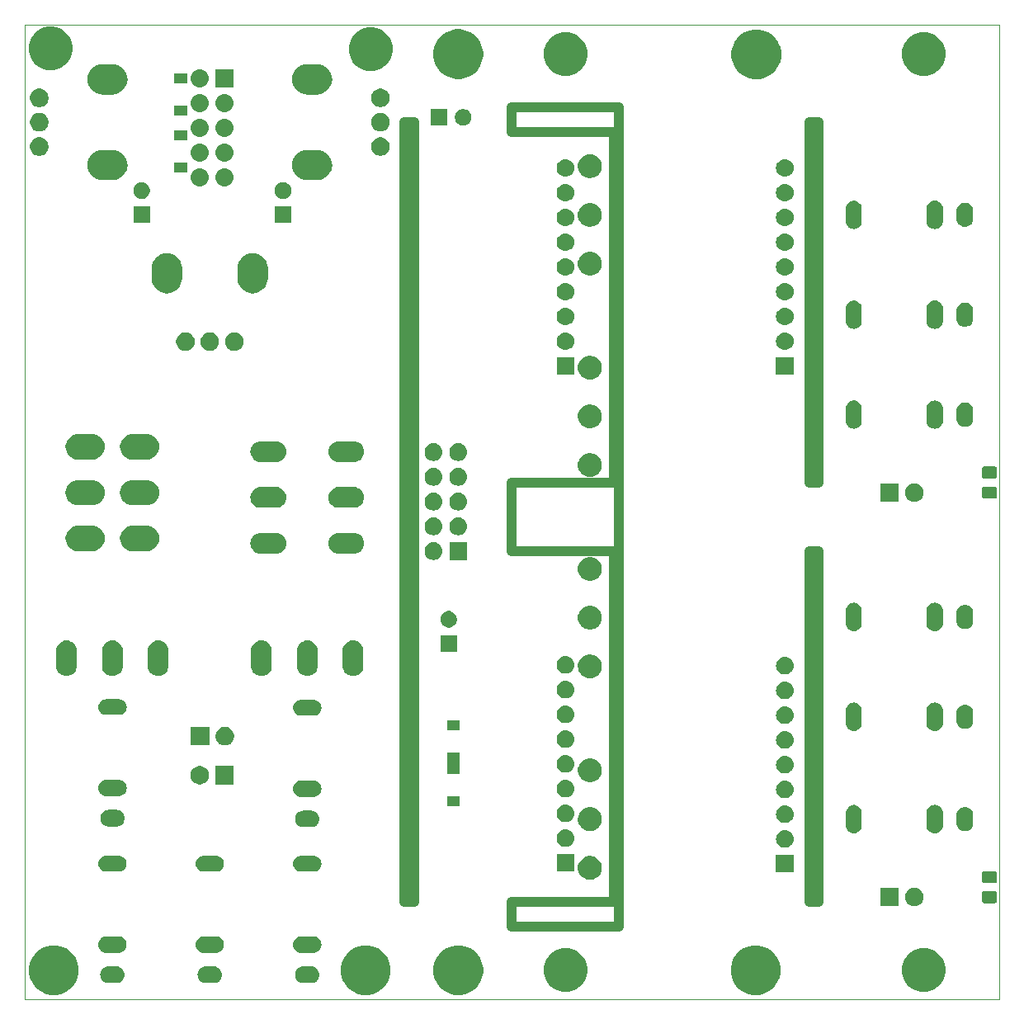
<source format=gbr>
%TF.GenerationSoftware,KiCad,Pcbnew,(5.1.0)-1*%
%TF.CreationDate,2019-09-15T23:57:34+02:00*%
%TF.ProjectId,KicadJE_EffectsUnit2,4b696361-644a-4455-9f45-666665637473,rev?*%
%TF.SameCoordinates,Original*%
%TF.FileFunction,Soldermask,Top*%
%TF.FilePolarity,Negative*%
%FSLAX46Y46*%
G04 Gerber Fmt 4.6, Leading zero omitted, Abs format (unit mm)*
G04 Created by KiCad (PCBNEW (5.1.0)-1) date 2019-09-15 23:57:34*
%MOMM*%
%LPD*%
G04 APERTURE LIST*
%ADD10C,1.000000*%
%ADD11C,0.050000*%
%ADD12C,0.150000*%
G04 APERTURE END LIST*
D10*
X130500000Y-60000000D02*
X130500000Y-97000000D01*
X131500000Y-104000000D02*
X131500000Y-140000000D01*
X130500000Y-104000000D02*
X131500000Y-104000000D01*
X130500000Y-97000000D02*
X131500000Y-97000000D01*
X110500000Y-104000000D02*
X110500000Y-140000000D01*
X100000000Y-104000000D02*
X110500000Y-104000000D01*
X100000000Y-97000000D02*
X100000000Y-104000000D01*
X110500000Y-97000000D02*
X100000000Y-97000000D01*
X100000000Y-61000000D02*
X100000000Y-58500000D01*
X100000000Y-61000000D02*
X110500000Y-61000000D01*
X111000000Y-58500000D02*
X100000000Y-58500000D01*
X100000000Y-142500000D02*
X100000000Y-140000000D01*
X100000000Y-142500000D02*
X111000000Y-142500000D01*
X110500000Y-140000000D02*
X100000000Y-140000000D01*
X130500000Y-104000000D02*
X130500000Y-140000000D01*
X130500000Y-140000000D02*
X131500000Y-140000000D01*
X130500000Y-60000000D02*
X131500000Y-60000000D01*
X131500000Y-60000000D02*
X131500000Y-97000000D01*
X89000000Y-60000000D02*
X90000000Y-60000000D01*
X89000000Y-140000000D02*
X90000000Y-140000000D01*
X110500000Y-61000000D02*
X110500000Y-97000000D01*
X111000000Y-58500000D02*
X111000000Y-142500000D01*
X90000000Y-60000000D02*
X90000000Y-140000000D01*
X89000000Y-60000000D02*
X89000000Y-140000000D01*
D11*
X50000000Y-150000000D02*
X50000000Y-50000000D01*
X150000000Y-150000000D02*
X50000000Y-150000000D01*
X150000000Y-50000000D02*
X150000000Y-150000000D01*
X50000000Y-50000000D02*
X150000000Y-50000000D01*
D12*
G36*
X53744098Y-144547033D02*
G01*
X54208350Y-144739332D01*
X54208352Y-144739333D01*
X54626168Y-145018509D01*
X54981491Y-145373832D01*
X55260667Y-145791648D01*
X55260668Y-145791650D01*
X55452967Y-146255902D01*
X55551000Y-146748747D01*
X55551000Y-147251253D01*
X55452967Y-147744098D01*
X55266499Y-148194273D01*
X55260667Y-148208352D01*
X54981491Y-148626168D01*
X54626168Y-148981491D01*
X54208352Y-149260667D01*
X54208351Y-149260668D01*
X54208350Y-149260668D01*
X53744098Y-149452967D01*
X53251253Y-149551000D01*
X52748747Y-149551000D01*
X52255902Y-149452967D01*
X51791650Y-149260668D01*
X51791649Y-149260668D01*
X51791648Y-149260667D01*
X51373832Y-148981491D01*
X51018509Y-148626168D01*
X50739333Y-148208352D01*
X50733501Y-148194273D01*
X50547033Y-147744098D01*
X50449000Y-147251253D01*
X50449000Y-146748747D01*
X50547033Y-146255902D01*
X50739332Y-145791650D01*
X50739333Y-145791648D01*
X51018509Y-145373832D01*
X51373832Y-145018509D01*
X51791648Y-144739333D01*
X51791650Y-144739332D01*
X52255902Y-144547033D01*
X52748747Y-144449000D01*
X53251253Y-144449000D01*
X53744098Y-144547033D01*
X53744098Y-144547033D01*
G37*
G36*
X95244098Y-144547033D02*
G01*
X95708350Y-144739332D01*
X95708352Y-144739333D01*
X96126168Y-145018509D01*
X96481491Y-145373832D01*
X96760667Y-145791648D01*
X96760668Y-145791650D01*
X96952967Y-146255902D01*
X97051000Y-146748747D01*
X97051000Y-147251253D01*
X96952967Y-147744098D01*
X96766499Y-148194273D01*
X96760667Y-148208352D01*
X96481491Y-148626168D01*
X96126168Y-148981491D01*
X95708352Y-149260667D01*
X95708351Y-149260668D01*
X95708350Y-149260668D01*
X95244098Y-149452967D01*
X94751253Y-149551000D01*
X94248747Y-149551000D01*
X93755902Y-149452967D01*
X93291650Y-149260668D01*
X93291649Y-149260668D01*
X93291648Y-149260667D01*
X92873832Y-148981491D01*
X92518509Y-148626168D01*
X92239333Y-148208352D01*
X92233501Y-148194273D01*
X92047033Y-147744098D01*
X91949000Y-147251253D01*
X91949000Y-146748747D01*
X92047033Y-146255902D01*
X92239332Y-145791650D01*
X92239333Y-145791648D01*
X92518509Y-145373832D01*
X92873832Y-145018509D01*
X93291648Y-144739333D01*
X93291650Y-144739332D01*
X93755902Y-144547033D01*
X94248747Y-144449000D01*
X94751253Y-144449000D01*
X95244098Y-144547033D01*
X95244098Y-144547033D01*
G37*
G36*
X125744098Y-144547033D02*
G01*
X126208350Y-144739332D01*
X126208352Y-144739333D01*
X126626168Y-145018509D01*
X126981491Y-145373832D01*
X127260667Y-145791648D01*
X127260668Y-145791650D01*
X127452967Y-146255902D01*
X127551000Y-146748747D01*
X127551000Y-147251253D01*
X127452967Y-147744098D01*
X127266499Y-148194273D01*
X127260667Y-148208352D01*
X126981491Y-148626168D01*
X126626168Y-148981491D01*
X126208352Y-149260667D01*
X126208351Y-149260668D01*
X126208350Y-149260668D01*
X125744098Y-149452967D01*
X125251253Y-149551000D01*
X124748747Y-149551000D01*
X124255902Y-149452967D01*
X123791650Y-149260668D01*
X123791649Y-149260668D01*
X123791648Y-149260667D01*
X123373832Y-148981491D01*
X123018509Y-148626168D01*
X122739333Y-148208352D01*
X122733501Y-148194273D01*
X122547033Y-147744098D01*
X122449000Y-147251253D01*
X122449000Y-146748747D01*
X122547033Y-146255902D01*
X122739332Y-145791650D01*
X122739333Y-145791648D01*
X123018509Y-145373832D01*
X123373832Y-145018509D01*
X123791648Y-144739333D01*
X123791650Y-144739332D01*
X124255902Y-144547033D01*
X124748747Y-144449000D01*
X125251253Y-144449000D01*
X125744098Y-144547033D01*
X125744098Y-144547033D01*
G37*
G36*
X85744098Y-144547033D02*
G01*
X86208350Y-144739332D01*
X86208352Y-144739333D01*
X86626168Y-145018509D01*
X86981491Y-145373832D01*
X87260667Y-145791648D01*
X87260668Y-145791650D01*
X87452967Y-146255902D01*
X87551000Y-146748747D01*
X87551000Y-147251253D01*
X87452967Y-147744098D01*
X87266499Y-148194273D01*
X87260667Y-148208352D01*
X86981491Y-148626168D01*
X86626168Y-148981491D01*
X86208352Y-149260667D01*
X86208351Y-149260668D01*
X86208350Y-149260668D01*
X85744098Y-149452967D01*
X85251253Y-149551000D01*
X84748747Y-149551000D01*
X84255902Y-149452967D01*
X83791650Y-149260668D01*
X83791649Y-149260668D01*
X83791648Y-149260667D01*
X83373832Y-148981491D01*
X83018509Y-148626168D01*
X82739333Y-148208352D01*
X82733501Y-148194273D01*
X82547033Y-147744098D01*
X82449000Y-147251253D01*
X82449000Y-146748747D01*
X82547033Y-146255902D01*
X82739332Y-145791650D01*
X82739333Y-145791648D01*
X83018509Y-145373832D01*
X83373832Y-145018509D01*
X83791648Y-144739333D01*
X83791650Y-144739332D01*
X84255902Y-144547033D01*
X84748747Y-144449000D01*
X85251253Y-144449000D01*
X85744098Y-144547033D01*
X85744098Y-144547033D01*
G37*
G36*
X105775880Y-144759776D02*
G01*
X106156593Y-144835504D01*
X106566249Y-145005189D01*
X106934929Y-145251534D01*
X107248466Y-145565071D01*
X107494811Y-145933751D01*
X107664496Y-146343407D01*
X107751000Y-146778296D01*
X107751000Y-147221704D01*
X107664496Y-147656593D01*
X107494811Y-148066249D01*
X107248466Y-148434929D01*
X106934929Y-148748466D01*
X106566249Y-148994811D01*
X106156593Y-149164496D01*
X105775880Y-149240224D01*
X105721705Y-149251000D01*
X105278295Y-149251000D01*
X105224120Y-149240224D01*
X104843407Y-149164496D01*
X104433751Y-148994811D01*
X104065071Y-148748466D01*
X103751534Y-148434929D01*
X103505189Y-148066249D01*
X103335504Y-147656593D01*
X103249000Y-147221704D01*
X103249000Y-146778296D01*
X103335504Y-146343407D01*
X103505189Y-145933751D01*
X103751534Y-145565071D01*
X104065071Y-145251534D01*
X104433751Y-145005189D01*
X104843407Y-144835504D01*
X105224120Y-144759776D01*
X105278295Y-144749000D01*
X105721705Y-144749000D01*
X105775880Y-144759776D01*
X105775880Y-144759776D01*
G37*
G36*
X142525880Y-144759776D02*
G01*
X142906593Y-144835504D01*
X143316249Y-145005189D01*
X143684929Y-145251534D01*
X143998466Y-145565071D01*
X144244811Y-145933751D01*
X144414496Y-146343407D01*
X144501000Y-146778296D01*
X144501000Y-147221704D01*
X144414496Y-147656593D01*
X144244811Y-148066249D01*
X143998466Y-148434929D01*
X143684929Y-148748466D01*
X143316249Y-148994811D01*
X142906593Y-149164496D01*
X142525880Y-149240224D01*
X142471705Y-149251000D01*
X142028295Y-149251000D01*
X141974120Y-149240224D01*
X141593407Y-149164496D01*
X141183751Y-148994811D01*
X140815071Y-148748466D01*
X140501534Y-148434929D01*
X140255189Y-148066249D01*
X140085504Y-147656593D01*
X139999000Y-147221704D01*
X139999000Y-146778296D01*
X140085504Y-146343407D01*
X140255189Y-145933751D01*
X140501534Y-145565071D01*
X140815071Y-145251534D01*
X141183751Y-145005189D01*
X141593407Y-144835504D01*
X141974120Y-144759776D01*
X142028295Y-144749000D01*
X142471705Y-144749000D01*
X142525880Y-144759776D01*
X142525880Y-144759776D01*
G37*
G36*
X79566823Y-146641313D02*
G01*
X79727242Y-146689976D01*
X79859906Y-146760886D01*
X79875078Y-146768996D01*
X80004659Y-146875341D01*
X80111004Y-147004922D01*
X80111005Y-147004924D01*
X80190024Y-147152758D01*
X80238687Y-147313177D01*
X80255117Y-147480000D01*
X80238687Y-147646823D01*
X80190024Y-147807242D01*
X80126464Y-147926154D01*
X80111004Y-147955078D01*
X80004659Y-148084659D01*
X79875078Y-148191004D01*
X79875076Y-148191005D01*
X79727242Y-148270024D01*
X79566823Y-148318687D01*
X79441804Y-148331000D01*
X78558196Y-148331000D01*
X78433177Y-148318687D01*
X78272758Y-148270024D01*
X78124924Y-148191005D01*
X78124922Y-148191004D01*
X77995341Y-148084659D01*
X77888996Y-147955078D01*
X77873536Y-147926154D01*
X77809976Y-147807242D01*
X77761313Y-147646823D01*
X77744883Y-147480000D01*
X77761313Y-147313177D01*
X77809976Y-147152758D01*
X77888995Y-147004924D01*
X77888996Y-147004922D01*
X77995341Y-146875341D01*
X78124922Y-146768996D01*
X78140094Y-146760886D01*
X78272758Y-146689976D01*
X78433177Y-146641313D01*
X78558196Y-146629000D01*
X79441804Y-146629000D01*
X79566823Y-146641313D01*
X79566823Y-146641313D01*
G37*
G36*
X59566823Y-146641313D02*
G01*
X59727242Y-146689976D01*
X59859906Y-146760886D01*
X59875078Y-146768996D01*
X60004659Y-146875341D01*
X60111004Y-147004922D01*
X60111005Y-147004924D01*
X60190024Y-147152758D01*
X60238687Y-147313177D01*
X60255117Y-147480000D01*
X60238687Y-147646823D01*
X60190024Y-147807242D01*
X60126464Y-147926154D01*
X60111004Y-147955078D01*
X60004659Y-148084659D01*
X59875078Y-148191004D01*
X59875076Y-148191005D01*
X59727242Y-148270024D01*
X59566823Y-148318687D01*
X59441804Y-148331000D01*
X58558196Y-148331000D01*
X58433177Y-148318687D01*
X58272758Y-148270024D01*
X58124924Y-148191005D01*
X58124922Y-148191004D01*
X57995341Y-148084659D01*
X57888996Y-147955078D01*
X57873536Y-147926154D01*
X57809976Y-147807242D01*
X57761313Y-147646823D01*
X57744883Y-147480000D01*
X57761313Y-147313177D01*
X57809976Y-147152758D01*
X57888995Y-147004924D01*
X57888996Y-147004922D01*
X57995341Y-146875341D01*
X58124922Y-146768996D01*
X58140094Y-146760886D01*
X58272758Y-146689976D01*
X58433177Y-146641313D01*
X58558196Y-146629000D01*
X59441804Y-146629000D01*
X59566823Y-146641313D01*
X59566823Y-146641313D01*
G37*
G36*
X69566823Y-146641313D02*
G01*
X69727242Y-146689976D01*
X69859906Y-146760886D01*
X69875078Y-146768996D01*
X70004659Y-146875341D01*
X70111004Y-147004922D01*
X70111005Y-147004924D01*
X70190024Y-147152758D01*
X70238687Y-147313177D01*
X70255117Y-147480000D01*
X70238687Y-147646823D01*
X70190024Y-147807242D01*
X70126464Y-147926154D01*
X70111004Y-147955078D01*
X70004659Y-148084659D01*
X69875078Y-148191004D01*
X69875076Y-148191005D01*
X69727242Y-148270024D01*
X69566823Y-148318687D01*
X69441804Y-148331000D01*
X68558196Y-148331000D01*
X68433177Y-148318687D01*
X68272758Y-148270024D01*
X68124924Y-148191005D01*
X68124922Y-148191004D01*
X67995341Y-148084659D01*
X67888996Y-147955078D01*
X67873536Y-147926154D01*
X67809976Y-147807242D01*
X67761313Y-147646823D01*
X67744883Y-147480000D01*
X67761313Y-147313177D01*
X67809976Y-147152758D01*
X67888995Y-147004924D01*
X67888996Y-147004922D01*
X67995341Y-146875341D01*
X68124922Y-146768996D01*
X68140094Y-146760886D01*
X68272758Y-146689976D01*
X68433177Y-146641313D01*
X68558196Y-146629000D01*
X69441804Y-146629000D01*
X69566823Y-146641313D01*
X69566823Y-146641313D01*
G37*
G36*
X69766823Y-143541313D02*
G01*
X69927242Y-143589976D01*
X70059906Y-143660886D01*
X70075078Y-143668996D01*
X70204659Y-143775341D01*
X70311004Y-143904922D01*
X70311005Y-143904924D01*
X70390024Y-144052758D01*
X70438687Y-144213177D01*
X70455117Y-144380000D01*
X70438687Y-144546823D01*
X70390024Y-144707242D01*
X70353974Y-144774686D01*
X70311004Y-144855078D01*
X70204659Y-144984659D01*
X70075078Y-145091004D01*
X70075076Y-145091005D01*
X69927242Y-145170024D01*
X69766823Y-145218687D01*
X69641804Y-145231000D01*
X68358196Y-145231000D01*
X68233177Y-145218687D01*
X68072758Y-145170024D01*
X67924924Y-145091005D01*
X67924922Y-145091004D01*
X67795341Y-144984659D01*
X67688996Y-144855078D01*
X67646026Y-144774686D01*
X67609976Y-144707242D01*
X67561313Y-144546823D01*
X67544883Y-144380000D01*
X67561313Y-144213177D01*
X67609976Y-144052758D01*
X67688995Y-143904924D01*
X67688996Y-143904922D01*
X67795341Y-143775341D01*
X67924922Y-143668996D01*
X67940094Y-143660886D01*
X68072758Y-143589976D01*
X68233177Y-143541313D01*
X68358196Y-143529000D01*
X69641804Y-143529000D01*
X69766823Y-143541313D01*
X69766823Y-143541313D01*
G37*
G36*
X59766823Y-143541313D02*
G01*
X59927242Y-143589976D01*
X60059906Y-143660886D01*
X60075078Y-143668996D01*
X60204659Y-143775341D01*
X60311004Y-143904922D01*
X60311005Y-143904924D01*
X60390024Y-144052758D01*
X60438687Y-144213177D01*
X60455117Y-144380000D01*
X60438687Y-144546823D01*
X60390024Y-144707242D01*
X60353974Y-144774686D01*
X60311004Y-144855078D01*
X60204659Y-144984659D01*
X60075078Y-145091004D01*
X60075076Y-145091005D01*
X59927242Y-145170024D01*
X59766823Y-145218687D01*
X59641804Y-145231000D01*
X58358196Y-145231000D01*
X58233177Y-145218687D01*
X58072758Y-145170024D01*
X57924924Y-145091005D01*
X57924922Y-145091004D01*
X57795341Y-144984659D01*
X57688996Y-144855078D01*
X57646026Y-144774686D01*
X57609976Y-144707242D01*
X57561313Y-144546823D01*
X57544883Y-144380000D01*
X57561313Y-144213177D01*
X57609976Y-144052758D01*
X57688995Y-143904924D01*
X57688996Y-143904922D01*
X57795341Y-143775341D01*
X57924922Y-143668996D01*
X57940094Y-143660886D01*
X58072758Y-143589976D01*
X58233177Y-143541313D01*
X58358196Y-143529000D01*
X59641804Y-143529000D01*
X59766823Y-143541313D01*
X59766823Y-143541313D01*
G37*
G36*
X79766823Y-143541313D02*
G01*
X79927242Y-143589976D01*
X80059906Y-143660886D01*
X80075078Y-143668996D01*
X80204659Y-143775341D01*
X80311004Y-143904922D01*
X80311005Y-143904924D01*
X80390024Y-144052758D01*
X80438687Y-144213177D01*
X80455117Y-144380000D01*
X80438687Y-144546823D01*
X80390024Y-144707242D01*
X80353974Y-144774686D01*
X80311004Y-144855078D01*
X80204659Y-144984659D01*
X80075078Y-145091004D01*
X80075076Y-145091005D01*
X79927242Y-145170024D01*
X79766823Y-145218687D01*
X79641804Y-145231000D01*
X78358196Y-145231000D01*
X78233177Y-145218687D01*
X78072758Y-145170024D01*
X77924924Y-145091005D01*
X77924922Y-145091004D01*
X77795341Y-144984659D01*
X77688996Y-144855078D01*
X77646026Y-144774686D01*
X77609976Y-144707242D01*
X77561313Y-144546823D01*
X77544883Y-144380000D01*
X77561313Y-144213177D01*
X77609976Y-144052758D01*
X77688995Y-143904924D01*
X77688996Y-143904922D01*
X77795341Y-143775341D01*
X77924922Y-143668996D01*
X77940094Y-143660886D01*
X78072758Y-143589976D01*
X78233177Y-143541313D01*
X78358196Y-143529000D01*
X79641804Y-143529000D01*
X79766823Y-143541313D01*
X79766823Y-143541313D01*
G37*
G36*
X139701000Y-140451000D02*
G01*
X137799000Y-140451000D01*
X137799000Y-138549000D01*
X139701000Y-138549000D01*
X139701000Y-140451000D01*
X139701000Y-140451000D01*
G37*
G36*
X141567395Y-138585546D02*
G01*
X141740466Y-138657234D01*
X141740467Y-138657235D01*
X141896227Y-138761310D01*
X142028690Y-138893773D01*
X142068744Y-138953718D01*
X142132766Y-139049534D01*
X142204454Y-139222605D01*
X142241000Y-139406333D01*
X142241000Y-139593667D01*
X142204454Y-139777395D01*
X142132766Y-139950466D01*
X142098755Y-140001367D01*
X142028690Y-140106227D01*
X141896227Y-140238690D01*
X141817818Y-140291081D01*
X141740466Y-140342766D01*
X141567395Y-140414454D01*
X141383667Y-140451000D01*
X141196333Y-140451000D01*
X141012605Y-140414454D01*
X140839534Y-140342766D01*
X140762182Y-140291081D01*
X140683773Y-140238690D01*
X140551310Y-140106227D01*
X140481245Y-140001367D01*
X140447234Y-139950466D01*
X140375546Y-139777395D01*
X140339000Y-139593667D01*
X140339000Y-139406333D01*
X140375546Y-139222605D01*
X140447234Y-139049534D01*
X140511256Y-138953718D01*
X140551310Y-138893773D01*
X140683773Y-138761310D01*
X140839533Y-138657235D01*
X140839534Y-138657234D01*
X141012605Y-138585546D01*
X141196333Y-138549000D01*
X141383667Y-138549000D01*
X141567395Y-138585546D01*
X141567395Y-138585546D01*
G37*
G36*
X149588674Y-138878465D02*
G01*
X149626367Y-138889899D01*
X149661103Y-138908466D01*
X149691548Y-138933452D01*
X149716534Y-138963897D01*
X149735101Y-138998633D01*
X149746535Y-139036326D01*
X149751000Y-139081661D01*
X149751000Y-139918339D01*
X149746535Y-139963674D01*
X149735101Y-140001367D01*
X149716534Y-140036103D01*
X149691548Y-140066548D01*
X149661103Y-140091534D01*
X149626367Y-140110101D01*
X149588674Y-140121535D01*
X149543339Y-140126000D01*
X148456661Y-140126000D01*
X148411326Y-140121535D01*
X148373633Y-140110101D01*
X148338897Y-140091534D01*
X148308452Y-140066548D01*
X148283466Y-140036103D01*
X148264899Y-140001367D01*
X148253465Y-139963674D01*
X148249000Y-139918339D01*
X148249000Y-139081661D01*
X148253465Y-139036326D01*
X148264899Y-138998633D01*
X148283466Y-138963897D01*
X148308452Y-138933452D01*
X148338897Y-138908466D01*
X148373633Y-138889899D01*
X148411326Y-138878465D01*
X148456661Y-138874000D01*
X149543339Y-138874000D01*
X149588674Y-138878465D01*
X149588674Y-138878465D01*
G37*
G36*
X149588674Y-136828465D02*
G01*
X149626367Y-136839899D01*
X149661103Y-136858466D01*
X149691548Y-136883452D01*
X149716534Y-136913897D01*
X149735101Y-136948633D01*
X149746535Y-136986326D01*
X149751000Y-137031661D01*
X149751000Y-137868339D01*
X149746535Y-137913674D01*
X149735101Y-137951367D01*
X149716534Y-137986103D01*
X149691548Y-138016548D01*
X149661103Y-138041534D01*
X149626367Y-138060101D01*
X149588674Y-138071535D01*
X149543339Y-138076000D01*
X148456661Y-138076000D01*
X148411326Y-138071535D01*
X148373633Y-138060101D01*
X148338897Y-138041534D01*
X148308452Y-138016548D01*
X148283466Y-137986103D01*
X148264899Y-137951367D01*
X148253465Y-137913674D01*
X148249000Y-137868339D01*
X148249000Y-137031661D01*
X148253465Y-136986326D01*
X148264899Y-136948633D01*
X148283466Y-136913897D01*
X148308452Y-136883452D01*
X148338897Y-136858466D01*
X148373633Y-136839899D01*
X148411326Y-136828465D01*
X148456661Y-136824000D01*
X149543339Y-136824000D01*
X149588674Y-136828465D01*
X149588674Y-136828465D01*
G37*
G36*
X108356153Y-135325922D02*
G01*
X108448194Y-135364047D01*
X108578359Y-135417963D01*
X108778342Y-135551587D01*
X108948413Y-135721658D01*
X109082037Y-135921641D01*
X109174078Y-136143848D01*
X109221000Y-136379741D01*
X109221000Y-136620259D01*
X109174078Y-136856153D01*
X109154376Y-136903718D01*
X109082037Y-137078359D01*
X108948413Y-137278342D01*
X108778342Y-137448413D01*
X108578359Y-137582037D01*
X108448194Y-137635953D01*
X108356153Y-137674078D01*
X108238205Y-137697539D01*
X108120259Y-137721000D01*
X107879741Y-137721000D01*
X107761795Y-137697539D01*
X107643847Y-137674078D01*
X107551806Y-137635953D01*
X107421641Y-137582037D01*
X107221658Y-137448413D01*
X107051587Y-137278342D01*
X106917963Y-137078359D01*
X106845624Y-136903718D01*
X106825922Y-136856153D01*
X106779000Y-136620259D01*
X106779000Y-136379741D01*
X106825922Y-136143848D01*
X106917963Y-135921641D01*
X107051587Y-135721658D01*
X107221658Y-135551587D01*
X107421641Y-135417963D01*
X107551806Y-135364047D01*
X107643847Y-135325922D01*
X107879741Y-135279000D01*
X108120259Y-135279000D01*
X108356153Y-135325922D01*
X108356153Y-135325922D01*
G37*
G36*
X128901000Y-136981000D02*
G01*
X127099000Y-136981000D01*
X127099000Y-135179000D01*
X128901000Y-135179000D01*
X128901000Y-136981000D01*
X128901000Y-136981000D01*
G37*
G36*
X106401000Y-136901000D02*
G01*
X104599000Y-136901000D01*
X104599000Y-135099000D01*
X106401000Y-135099000D01*
X106401000Y-136901000D01*
X106401000Y-136901000D01*
G37*
G36*
X69728571Y-135282863D02*
G01*
X69807023Y-135290590D01*
X69907682Y-135321125D01*
X69958013Y-135336392D01*
X70097165Y-135410771D01*
X70219133Y-135510867D01*
X70319229Y-135632835D01*
X70393608Y-135771987D01*
X70393608Y-135771988D01*
X70439410Y-135922977D01*
X70454875Y-136080000D01*
X70439410Y-136237023D01*
X70408875Y-136337682D01*
X70393608Y-136388013D01*
X70319229Y-136527165D01*
X70219133Y-136649133D01*
X70097165Y-136749229D01*
X69958013Y-136823608D01*
X69942001Y-136828465D01*
X69807023Y-136869410D01*
X69728571Y-136877137D01*
X69689346Y-136881000D01*
X68310654Y-136881000D01*
X68271429Y-136877137D01*
X68192977Y-136869410D01*
X68057999Y-136828465D01*
X68041987Y-136823608D01*
X67902835Y-136749229D01*
X67780867Y-136649133D01*
X67680771Y-136527165D01*
X67606392Y-136388013D01*
X67591125Y-136337682D01*
X67560590Y-136237023D01*
X67545125Y-136080000D01*
X67560590Y-135922977D01*
X67606392Y-135771988D01*
X67606392Y-135771987D01*
X67680771Y-135632835D01*
X67780867Y-135510867D01*
X67902835Y-135410771D01*
X68041987Y-135336392D01*
X68092318Y-135321125D01*
X68192977Y-135290590D01*
X68271429Y-135282863D01*
X68310654Y-135279000D01*
X69689346Y-135279000D01*
X69728571Y-135282863D01*
X69728571Y-135282863D01*
G37*
G36*
X59728571Y-135282863D02*
G01*
X59807023Y-135290590D01*
X59907682Y-135321125D01*
X59958013Y-135336392D01*
X60097165Y-135410771D01*
X60219133Y-135510867D01*
X60319229Y-135632835D01*
X60393608Y-135771987D01*
X60393608Y-135771988D01*
X60439410Y-135922977D01*
X60454875Y-136080000D01*
X60439410Y-136237023D01*
X60408875Y-136337682D01*
X60393608Y-136388013D01*
X60319229Y-136527165D01*
X60219133Y-136649133D01*
X60097165Y-136749229D01*
X59958013Y-136823608D01*
X59942001Y-136828465D01*
X59807023Y-136869410D01*
X59728571Y-136877137D01*
X59689346Y-136881000D01*
X58310654Y-136881000D01*
X58271429Y-136877137D01*
X58192977Y-136869410D01*
X58057999Y-136828465D01*
X58041987Y-136823608D01*
X57902835Y-136749229D01*
X57780867Y-136649133D01*
X57680771Y-136527165D01*
X57606392Y-136388013D01*
X57591125Y-136337682D01*
X57560590Y-136237023D01*
X57545125Y-136080000D01*
X57560590Y-135922977D01*
X57606392Y-135771988D01*
X57606392Y-135771987D01*
X57680771Y-135632835D01*
X57780867Y-135510867D01*
X57902835Y-135410771D01*
X58041987Y-135336392D01*
X58092318Y-135321125D01*
X58192977Y-135290590D01*
X58271429Y-135282863D01*
X58310654Y-135279000D01*
X59689346Y-135279000D01*
X59728571Y-135282863D01*
X59728571Y-135282863D01*
G37*
G36*
X79728571Y-135282863D02*
G01*
X79807023Y-135290590D01*
X79907682Y-135321125D01*
X79958013Y-135336392D01*
X80097165Y-135410771D01*
X80219133Y-135510867D01*
X80319229Y-135632835D01*
X80393608Y-135771987D01*
X80393608Y-135771988D01*
X80439410Y-135922977D01*
X80454875Y-136080000D01*
X80439410Y-136237023D01*
X80408875Y-136337682D01*
X80393608Y-136388013D01*
X80319229Y-136527165D01*
X80219133Y-136649133D01*
X80097165Y-136749229D01*
X79958013Y-136823608D01*
X79942001Y-136828465D01*
X79807023Y-136869410D01*
X79728571Y-136877137D01*
X79689346Y-136881000D01*
X78310654Y-136881000D01*
X78271429Y-136877137D01*
X78192977Y-136869410D01*
X78057999Y-136828465D01*
X78041987Y-136823608D01*
X77902835Y-136749229D01*
X77780867Y-136649133D01*
X77680771Y-136527165D01*
X77606392Y-136388013D01*
X77591125Y-136337682D01*
X77560590Y-136237023D01*
X77545125Y-136080000D01*
X77560590Y-135922977D01*
X77606392Y-135771988D01*
X77606392Y-135771987D01*
X77680771Y-135632835D01*
X77780867Y-135510867D01*
X77902835Y-135410771D01*
X78041987Y-135336392D01*
X78092318Y-135321125D01*
X78192977Y-135290590D01*
X78271429Y-135282863D01*
X78310654Y-135279000D01*
X79689346Y-135279000D01*
X79728571Y-135282863D01*
X79728571Y-135282863D01*
G37*
G36*
X128110443Y-132645519D02*
G01*
X128176627Y-132652037D01*
X128346466Y-132703557D01*
X128346468Y-132703558D01*
X128379099Y-132721000D01*
X128502991Y-132787222D01*
X128531969Y-132811004D01*
X128640186Y-132899814D01*
X128723448Y-133001271D01*
X128752778Y-133037009D01*
X128836443Y-133193534D01*
X128887963Y-133363373D01*
X128905359Y-133540000D01*
X128887963Y-133716627D01*
X128836443Y-133886466D01*
X128752778Y-134042991D01*
X128723448Y-134078729D01*
X128640186Y-134180186D01*
X128538729Y-134263448D01*
X128502991Y-134292778D01*
X128346466Y-134376443D01*
X128176627Y-134427963D01*
X128110443Y-134434481D01*
X128044260Y-134441000D01*
X127955740Y-134441000D01*
X127889557Y-134434481D01*
X127823373Y-134427963D01*
X127653534Y-134376443D01*
X127497009Y-134292778D01*
X127461271Y-134263448D01*
X127359814Y-134180186D01*
X127276552Y-134078729D01*
X127247222Y-134042991D01*
X127163557Y-133886466D01*
X127112037Y-133716627D01*
X127094641Y-133540000D01*
X127112037Y-133363373D01*
X127163557Y-133193534D01*
X127247222Y-133037009D01*
X127276552Y-133001271D01*
X127359814Y-132899814D01*
X127468031Y-132811004D01*
X127497009Y-132787222D01*
X127620901Y-132721000D01*
X127653532Y-132703558D01*
X127653534Y-132703557D01*
X127823373Y-132652037D01*
X127889557Y-132645519D01*
X127955740Y-132639000D01*
X128044260Y-132639000D01*
X128110443Y-132645519D01*
X128110443Y-132645519D01*
G37*
G36*
X105610443Y-132565519D02*
G01*
X105676627Y-132572037D01*
X105846466Y-132623557D01*
X106002991Y-132707222D01*
X106017504Y-132719133D01*
X106140186Y-132819814D01*
X106200746Y-132893608D01*
X106252778Y-132957009D01*
X106336443Y-133113534D01*
X106387963Y-133283373D01*
X106405359Y-133460000D01*
X106387963Y-133636627D01*
X106336443Y-133806466D01*
X106252778Y-133962991D01*
X106223448Y-133998729D01*
X106140186Y-134100186D01*
X106042705Y-134180185D01*
X106002991Y-134212778D01*
X105846466Y-134296443D01*
X105676627Y-134347963D01*
X105610442Y-134354482D01*
X105544260Y-134361000D01*
X105455740Y-134361000D01*
X105389558Y-134354482D01*
X105323373Y-134347963D01*
X105153534Y-134296443D01*
X104997009Y-134212778D01*
X104957295Y-134180185D01*
X104859814Y-134100186D01*
X104776552Y-133998729D01*
X104747222Y-133962991D01*
X104663557Y-133806466D01*
X104612037Y-133636627D01*
X104594641Y-133460000D01*
X104612037Y-133283373D01*
X104663557Y-133113534D01*
X104747222Y-132957009D01*
X104799254Y-132893608D01*
X104859814Y-132819814D01*
X104982496Y-132719133D01*
X104997009Y-132707222D01*
X105153534Y-132623557D01*
X105323373Y-132572037D01*
X105389557Y-132565519D01*
X105455740Y-132559000D01*
X105544260Y-132559000D01*
X105610443Y-132565519D01*
X105610443Y-132565519D01*
G37*
G36*
X143546822Y-130061313D02*
G01*
X143707241Y-130109976D01*
X143855077Y-130188995D01*
X143967024Y-130280868D01*
X143984659Y-130295341D01*
X144091004Y-130424922D01*
X144091005Y-130424924D01*
X144170024Y-130572758D01*
X144218687Y-130733177D01*
X144231000Y-130858196D01*
X144231000Y-132141804D01*
X144218687Y-132266823D01*
X144170024Y-132427242D01*
X144099598Y-132559000D01*
X144091004Y-132575078D01*
X143984659Y-132704659D01*
X143855078Y-132811004D01*
X143855076Y-132811005D01*
X143707242Y-132890024D01*
X143546823Y-132938687D01*
X143380000Y-132955117D01*
X143213178Y-132938687D01*
X143052759Y-132890024D01*
X142904925Y-132811005D01*
X142904923Y-132811004D01*
X142775342Y-132704659D01*
X142668997Y-132575078D01*
X142660403Y-132559000D01*
X142589977Y-132427242D01*
X142541314Y-132266823D01*
X142529001Y-132141804D01*
X142529000Y-130858197D01*
X142541313Y-130733178D01*
X142589741Y-130573534D01*
X142589975Y-130572762D01*
X142589976Y-130572759D01*
X142668995Y-130424923D01*
X142775341Y-130295341D01*
X142794261Y-130279814D01*
X142904922Y-130188996D01*
X142920310Y-130180771D01*
X143052758Y-130109976D01*
X143213177Y-130061313D01*
X143380000Y-130044883D01*
X143546822Y-130061313D01*
X143546822Y-130061313D01*
G37*
G36*
X135237022Y-130060590D02*
G01*
X135312734Y-130083557D01*
X135388012Y-130106392D01*
X135471467Y-130151000D01*
X135527164Y-130180771D01*
X135649133Y-130280867D01*
X135737871Y-130388995D01*
X135749229Y-130402835D01*
X135823608Y-130541987D01*
X135826520Y-130551587D01*
X135869410Y-130692977D01*
X135869410Y-130692979D01*
X135881000Y-130810654D01*
X135881000Y-132189346D01*
X135877268Y-132227239D01*
X135869410Y-132307023D01*
X135848766Y-132375076D01*
X135823608Y-132458013D01*
X135749229Y-132597165D01*
X135649133Y-132719133D01*
X135527165Y-132819229D01*
X135388013Y-132893608D01*
X135337682Y-132908875D01*
X135237023Y-132939410D01*
X135080000Y-132954875D01*
X134922978Y-132939410D01*
X134822319Y-132908875D01*
X134771988Y-132893608D01*
X134632836Y-132819229D01*
X134510868Y-132719133D01*
X134410772Y-132597165D01*
X134336393Y-132458013D01*
X134311235Y-132375076D01*
X134290591Y-132307023D01*
X134282733Y-132227239D01*
X134279001Y-132189346D01*
X134279000Y-130810655D01*
X134283103Y-130768995D01*
X134290590Y-130692978D01*
X134326823Y-130573534D01*
X134336392Y-130541988D01*
X134410771Y-130402836D01*
X134473892Y-130325922D01*
X134510867Y-130280867D01*
X134632835Y-130180771D01*
X134688532Y-130151000D01*
X134771987Y-130106392D01*
X134847265Y-130083557D01*
X134922977Y-130060590D01*
X135080000Y-130045125D01*
X135237022Y-130060590D01*
X135237022Y-130060590D01*
G37*
G36*
X146646822Y-130261313D02*
G01*
X146807241Y-130309976D01*
X146955077Y-130388995D01*
X147084659Y-130495341D01*
X147191004Y-130624922D01*
X147191005Y-130624924D01*
X147270024Y-130772758D01*
X147318687Y-130933177D01*
X147331000Y-131058196D01*
X147331000Y-131941803D01*
X147318687Y-132066822D01*
X147270024Y-132227242D01*
X147214564Y-132331000D01*
X147191004Y-132375078D01*
X147084659Y-132504659D01*
X146955078Y-132611004D01*
X146955076Y-132611005D01*
X146807242Y-132690024D01*
X146646823Y-132738687D01*
X146480000Y-132755117D01*
X146313178Y-132738687D01*
X146152759Y-132690024D01*
X146004925Y-132611005D01*
X146004923Y-132611004D01*
X145875342Y-132504659D01*
X145768997Y-132375078D01*
X145745437Y-132331000D01*
X145689977Y-132227242D01*
X145641314Y-132066823D01*
X145629000Y-131941803D01*
X145629000Y-131058197D01*
X145641313Y-130933178D01*
X145689976Y-130772759D01*
X145768995Y-130624923D01*
X145875341Y-130495341D01*
X145961144Y-130424924D01*
X146004922Y-130388996D01*
X146059518Y-130359814D01*
X146152758Y-130309976D01*
X146313177Y-130261313D01*
X146480000Y-130244883D01*
X146646822Y-130261313D01*
X146646822Y-130261313D01*
G37*
G36*
X108202411Y-130295341D02*
G01*
X108356153Y-130325922D01*
X108437975Y-130359814D01*
X108578359Y-130417963D01*
X108778342Y-130551587D01*
X108948413Y-130721658D01*
X109082037Y-130921641D01*
X109114494Y-131000000D01*
X109154519Y-131096627D01*
X109174078Y-131143848D01*
X109214382Y-131346468D01*
X109221000Y-131379742D01*
X109221000Y-131620258D01*
X109174078Y-131856153D01*
X109138600Y-131941803D01*
X109082037Y-132078359D01*
X108948413Y-132278342D01*
X108778342Y-132448413D01*
X108578359Y-132582037D01*
X108478118Y-132623558D01*
X108356153Y-132674078D01*
X108275986Y-132690024D01*
X108120259Y-132721000D01*
X107879741Y-132721000D01*
X107724014Y-132690024D01*
X107643847Y-132674078D01*
X107521882Y-132623558D01*
X107421641Y-132582037D01*
X107221658Y-132448413D01*
X107051587Y-132278342D01*
X106917963Y-132078359D01*
X106861400Y-131941803D01*
X106825922Y-131856153D01*
X106779000Y-131620258D01*
X106779000Y-131379742D01*
X106785619Y-131346468D01*
X106825922Y-131143848D01*
X106845482Y-131096627D01*
X106885506Y-131000000D01*
X106917963Y-130921641D01*
X107051587Y-130721658D01*
X107221658Y-130551587D01*
X107421641Y-130417963D01*
X107562025Y-130359814D01*
X107643847Y-130325922D01*
X107797589Y-130295341D01*
X107879741Y-130279000D01*
X108120259Y-130279000D01*
X108202411Y-130295341D01*
X108202411Y-130295341D01*
G37*
G36*
X79566823Y-130641313D02*
G01*
X79727242Y-130689976D01*
X79827144Y-130743375D01*
X79875078Y-130768996D01*
X80004659Y-130875341D01*
X80111004Y-131004922D01*
X80111005Y-131004924D01*
X80190024Y-131152758D01*
X80238687Y-131313177D01*
X80255117Y-131480000D01*
X80238687Y-131646823D01*
X80190024Y-131807242D01*
X80139909Y-131901000D01*
X80111004Y-131955078D01*
X80004659Y-132084659D01*
X79875078Y-132191004D01*
X79875076Y-132191005D01*
X79727242Y-132270024D01*
X79566823Y-132318687D01*
X79441804Y-132331000D01*
X78558196Y-132331000D01*
X78433177Y-132318687D01*
X78272758Y-132270024D01*
X78124924Y-132191005D01*
X78124922Y-132191004D01*
X77995341Y-132084659D01*
X77888996Y-131955078D01*
X77860091Y-131901000D01*
X77809976Y-131807242D01*
X77761313Y-131646823D01*
X77744883Y-131480000D01*
X77761313Y-131313177D01*
X77809976Y-131152758D01*
X77888995Y-131004924D01*
X77888996Y-131004922D01*
X77995341Y-130875341D01*
X78124922Y-130768996D01*
X78172856Y-130743375D01*
X78272758Y-130689976D01*
X78433177Y-130641313D01*
X78558196Y-130629000D01*
X79441804Y-130629000D01*
X79566823Y-130641313D01*
X79566823Y-130641313D01*
G37*
G36*
X59591824Y-130566314D02*
G01*
X59752243Y-130614977D01*
X59884907Y-130685887D01*
X59900079Y-130693997D01*
X60029660Y-130800342D01*
X60136005Y-130929923D01*
X60136006Y-130929925D01*
X60215025Y-131077759D01*
X60263688Y-131238178D01*
X60280118Y-131405001D01*
X60263688Y-131571824D01*
X60215025Y-131732243D01*
X60174937Y-131807242D01*
X60136005Y-131880079D01*
X60029660Y-132009660D01*
X59900079Y-132116005D01*
X59900077Y-132116006D01*
X59752243Y-132195025D01*
X59591824Y-132243688D01*
X59466805Y-132256001D01*
X58583197Y-132256001D01*
X58458178Y-132243688D01*
X58297759Y-132195025D01*
X58149925Y-132116006D01*
X58149923Y-132116005D01*
X58020342Y-132009660D01*
X57913997Y-131880079D01*
X57875065Y-131807242D01*
X57834977Y-131732243D01*
X57786314Y-131571824D01*
X57769884Y-131405001D01*
X57786314Y-131238178D01*
X57834977Y-131077759D01*
X57913996Y-130929925D01*
X57913997Y-130929923D01*
X58020342Y-130800342D01*
X58149923Y-130693997D01*
X58165095Y-130685887D01*
X58297759Y-130614977D01*
X58458178Y-130566314D01*
X58583197Y-130554001D01*
X59466805Y-130554001D01*
X59591824Y-130566314D01*
X59591824Y-130566314D01*
G37*
G36*
X128110443Y-130105519D02*
G01*
X128176627Y-130112037D01*
X128346466Y-130163557D01*
X128502991Y-130247222D01*
X128520162Y-130261314D01*
X128640186Y-130359814D01*
X128723448Y-130461271D01*
X128752778Y-130497009D01*
X128836443Y-130653534D01*
X128887963Y-130823373D01*
X128905359Y-131000000D01*
X128887963Y-131176627D01*
X128846541Y-131313177D01*
X128836442Y-131346468D01*
X128805155Y-131405001D01*
X128752778Y-131502991D01*
X128723448Y-131538729D01*
X128640186Y-131640186D01*
X128538729Y-131723448D01*
X128502991Y-131752778D01*
X128346466Y-131836443D01*
X128176627Y-131887963D01*
X128110442Y-131894482D01*
X128044260Y-131901000D01*
X127955740Y-131901000D01*
X127889558Y-131894482D01*
X127823373Y-131887963D01*
X127653534Y-131836443D01*
X127497009Y-131752778D01*
X127461271Y-131723448D01*
X127359814Y-131640186D01*
X127276552Y-131538729D01*
X127247222Y-131502991D01*
X127194845Y-131405001D01*
X127163558Y-131346468D01*
X127153459Y-131313177D01*
X127112037Y-131176627D01*
X127094641Y-131000000D01*
X127112037Y-130823373D01*
X127163557Y-130653534D01*
X127247222Y-130497009D01*
X127276552Y-130461271D01*
X127359814Y-130359814D01*
X127479838Y-130261314D01*
X127497009Y-130247222D01*
X127653534Y-130163557D01*
X127823373Y-130112037D01*
X127889557Y-130105519D01*
X127955740Y-130099000D01*
X128044260Y-130099000D01*
X128110443Y-130105519D01*
X128110443Y-130105519D01*
G37*
G36*
X105610443Y-130025519D02*
G01*
X105676627Y-130032037D01*
X105846466Y-130083557D01*
X106002991Y-130167222D01*
X106038729Y-130196552D01*
X106140186Y-130279814D01*
X106205839Y-130359814D01*
X106252778Y-130417009D01*
X106336443Y-130573534D01*
X106387963Y-130743373D01*
X106405359Y-130920000D01*
X106387963Y-131096627D01*
X106336443Y-131266466D01*
X106252778Y-131422991D01*
X106223448Y-131458729D01*
X106140186Y-131560186D01*
X106042705Y-131640185D01*
X106002991Y-131672778D01*
X105846466Y-131756443D01*
X105676627Y-131807963D01*
X105610442Y-131814482D01*
X105544260Y-131821000D01*
X105455740Y-131821000D01*
X105389558Y-131814482D01*
X105323373Y-131807963D01*
X105153534Y-131756443D01*
X104997009Y-131672778D01*
X104957295Y-131640185D01*
X104859814Y-131560186D01*
X104776552Y-131458729D01*
X104747222Y-131422991D01*
X104663557Y-131266466D01*
X104612037Y-131096627D01*
X104594641Y-130920000D01*
X104612037Y-130743373D01*
X104663557Y-130573534D01*
X104747222Y-130417009D01*
X104794161Y-130359814D01*
X104859814Y-130279814D01*
X104961271Y-130196552D01*
X104997009Y-130167222D01*
X105153534Y-130083557D01*
X105323373Y-130032037D01*
X105389557Y-130025519D01*
X105455740Y-130019000D01*
X105544260Y-130019000D01*
X105610443Y-130025519D01*
X105610443Y-130025519D01*
G37*
G36*
X94651000Y-130151000D02*
G01*
X93349000Y-130151000D01*
X93349000Y-129149000D01*
X94651000Y-129149000D01*
X94651000Y-130151000D01*
X94651000Y-130151000D01*
G37*
G36*
X128110443Y-127565519D02*
G01*
X128176627Y-127572037D01*
X128346466Y-127623557D01*
X128502991Y-127707222D01*
X128519779Y-127721000D01*
X128640186Y-127819814D01*
X128710031Y-127904922D01*
X128752778Y-127957009D01*
X128836443Y-128113534D01*
X128887963Y-128283373D01*
X128905359Y-128460000D01*
X128887963Y-128636627D01*
X128836443Y-128806466D01*
X128752778Y-128962991D01*
X128734995Y-128984659D01*
X128640186Y-129100186D01*
X128538729Y-129183448D01*
X128502991Y-129212778D01*
X128346466Y-129296443D01*
X128176627Y-129347963D01*
X128110443Y-129354481D01*
X128044260Y-129361000D01*
X127955740Y-129361000D01*
X127889557Y-129354481D01*
X127823373Y-129347963D01*
X127653534Y-129296443D01*
X127497009Y-129212778D01*
X127461271Y-129183448D01*
X127359814Y-129100186D01*
X127265005Y-128984659D01*
X127247222Y-128962991D01*
X127163557Y-128806466D01*
X127112037Y-128636627D01*
X127094641Y-128460000D01*
X127112037Y-128283373D01*
X127163557Y-128113534D01*
X127247222Y-127957009D01*
X127289969Y-127904922D01*
X127359814Y-127819814D01*
X127480221Y-127721000D01*
X127497009Y-127707222D01*
X127653534Y-127623557D01*
X127823373Y-127572037D01*
X127889557Y-127565519D01*
X127955740Y-127559000D01*
X128044260Y-127559000D01*
X128110443Y-127565519D01*
X128110443Y-127565519D01*
G37*
G36*
X105610442Y-127485518D02*
G01*
X105676627Y-127492037D01*
X105846466Y-127543557D01*
X106002991Y-127627222D01*
X106038729Y-127656552D01*
X106140186Y-127739814D01*
X106205839Y-127819814D01*
X106252778Y-127877009D01*
X106336443Y-128033534D01*
X106387963Y-128203373D01*
X106405359Y-128380000D01*
X106387963Y-128556627D01*
X106336443Y-128726466D01*
X106252778Y-128882991D01*
X106230891Y-128909660D01*
X106140186Y-129020186D01*
X106048993Y-129095025D01*
X106002991Y-129132778D01*
X105846466Y-129216443D01*
X105676627Y-129267963D01*
X105610442Y-129274482D01*
X105544260Y-129281000D01*
X105455740Y-129281000D01*
X105389558Y-129274482D01*
X105323373Y-129267963D01*
X105153534Y-129216443D01*
X104997009Y-129132778D01*
X104951007Y-129095025D01*
X104859814Y-129020186D01*
X104769109Y-128909660D01*
X104747222Y-128882991D01*
X104663557Y-128726466D01*
X104612037Y-128556627D01*
X104594641Y-128380000D01*
X104612037Y-128203373D01*
X104663557Y-128033534D01*
X104747222Y-127877009D01*
X104794161Y-127819814D01*
X104859814Y-127739814D01*
X104961271Y-127656552D01*
X104997009Y-127627222D01*
X105153534Y-127543557D01*
X105323373Y-127492037D01*
X105389558Y-127485518D01*
X105455740Y-127479000D01*
X105544260Y-127479000D01*
X105610442Y-127485518D01*
X105610442Y-127485518D01*
G37*
G36*
X79766823Y-127541313D02*
G01*
X79927242Y-127589976D01*
X79990069Y-127623558D01*
X80075078Y-127668996D01*
X80204659Y-127775341D01*
X80311004Y-127904922D01*
X80311005Y-127904924D01*
X80390024Y-128052758D01*
X80438687Y-128213177D01*
X80455117Y-128380000D01*
X80438687Y-128546823D01*
X80390024Y-128707242D01*
X80319114Y-128839906D01*
X80311004Y-128855078D01*
X80204659Y-128984659D01*
X80075078Y-129091004D01*
X80075076Y-129091005D01*
X79927242Y-129170024D01*
X79766823Y-129218687D01*
X79641804Y-129231000D01*
X78358196Y-129231000D01*
X78233177Y-129218687D01*
X78072758Y-129170024D01*
X77924924Y-129091005D01*
X77924922Y-129091004D01*
X77795341Y-128984659D01*
X77688996Y-128855078D01*
X77680886Y-128839906D01*
X77609976Y-128707242D01*
X77561313Y-128546823D01*
X77544883Y-128380000D01*
X77561313Y-128213177D01*
X77609976Y-128052758D01*
X77688995Y-127904924D01*
X77688996Y-127904922D01*
X77795341Y-127775341D01*
X77924922Y-127668996D01*
X78009931Y-127623558D01*
X78072758Y-127589976D01*
X78233177Y-127541313D01*
X78358196Y-127529000D01*
X79641804Y-127529000D01*
X79766823Y-127541313D01*
X79766823Y-127541313D01*
G37*
G36*
X59791824Y-127466314D02*
G01*
X59952243Y-127514977D01*
X60077701Y-127582036D01*
X60100079Y-127593997D01*
X60229660Y-127700342D01*
X60336005Y-127829923D01*
X60336006Y-127829925D01*
X60415025Y-127977759D01*
X60463688Y-128138178D01*
X60480118Y-128305001D01*
X60463688Y-128471824D01*
X60415025Y-128632243D01*
X60344115Y-128764907D01*
X60336005Y-128780079D01*
X60229660Y-128909660D01*
X60100079Y-129016005D01*
X60100077Y-129016006D01*
X59952243Y-129095025D01*
X59791824Y-129143688D01*
X59666805Y-129156001D01*
X58383197Y-129156001D01*
X58258178Y-129143688D01*
X58097759Y-129095025D01*
X57949925Y-129016006D01*
X57949923Y-129016005D01*
X57820342Y-128909660D01*
X57713997Y-128780079D01*
X57705887Y-128764907D01*
X57634977Y-128632243D01*
X57586314Y-128471824D01*
X57569884Y-128305001D01*
X57586314Y-128138178D01*
X57634977Y-127977759D01*
X57713996Y-127829925D01*
X57713997Y-127829923D01*
X57820342Y-127700342D01*
X57949923Y-127593997D01*
X57972301Y-127582036D01*
X58097759Y-127514977D01*
X58258178Y-127466314D01*
X58383197Y-127454001D01*
X59666805Y-127454001D01*
X59791824Y-127466314D01*
X59791824Y-127466314D01*
G37*
G36*
X71451000Y-127951000D02*
G01*
X69549000Y-127951000D01*
X69549000Y-126049000D01*
X71451000Y-126049000D01*
X71451000Y-127951000D01*
X71451000Y-127951000D01*
G37*
G36*
X68237395Y-126085546D02*
G01*
X68410466Y-126157234D01*
X68487818Y-126208919D01*
X68566227Y-126261310D01*
X68698690Y-126393773D01*
X68698691Y-126393775D01*
X68802766Y-126549534D01*
X68874454Y-126722605D01*
X68911000Y-126906333D01*
X68911000Y-127093667D01*
X68874454Y-127277395D01*
X68802766Y-127450466D01*
X68792176Y-127466315D01*
X68698690Y-127606227D01*
X68566227Y-127738690D01*
X68487818Y-127791081D01*
X68410466Y-127842766D01*
X68237395Y-127914454D01*
X68053667Y-127951000D01*
X67866333Y-127951000D01*
X67682605Y-127914454D01*
X67509534Y-127842766D01*
X67432182Y-127791081D01*
X67353773Y-127738690D01*
X67221310Y-127606227D01*
X67127824Y-127466315D01*
X67117234Y-127450466D01*
X67045546Y-127277395D01*
X67009000Y-127093667D01*
X67009000Y-126906333D01*
X67045546Y-126722605D01*
X67117234Y-126549534D01*
X67221309Y-126393775D01*
X67221310Y-126393773D01*
X67353773Y-126261310D01*
X67432182Y-126208919D01*
X67509534Y-126157234D01*
X67682605Y-126085546D01*
X67866333Y-126049000D01*
X68053667Y-126049000D01*
X68237395Y-126085546D01*
X68237395Y-126085546D01*
G37*
G36*
X108238205Y-125302461D02*
G01*
X108356153Y-125325922D01*
X108448194Y-125364047D01*
X108578359Y-125417963D01*
X108778342Y-125551587D01*
X108948413Y-125721658D01*
X109082037Y-125921641D01*
X109121381Y-126016627D01*
X109154519Y-126096627D01*
X109174078Y-126143848D01*
X109221000Y-126379741D01*
X109221000Y-126620259D01*
X109209824Y-126676443D01*
X109174078Y-126856153D01*
X109153292Y-126906335D01*
X109082037Y-127078359D01*
X108948413Y-127278342D01*
X108778342Y-127448413D01*
X108578359Y-127582037D01*
X108448194Y-127635953D01*
X108356153Y-127674078D01*
X108120259Y-127721000D01*
X107879741Y-127721000D01*
X107643847Y-127674078D01*
X107551806Y-127635953D01*
X107421641Y-127582037D01*
X107221658Y-127448413D01*
X107051587Y-127278342D01*
X106917963Y-127078359D01*
X106846708Y-126906335D01*
X106825922Y-126856153D01*
X106790176Y-126676443D01*
X106779000Y-126620259D01*
X106779000Y-126379741D01*
X106825922Y-126143848D01*
X106845482Y-126096627D01*
X106878619Y-126016627D01*
X106917963Y-125921641D01*
X107051587Y-125721658D01*
X107221658Y-125551587D01*
X107421641Y-125417963D01*
X107551806Y-125364047D01*
X107643847Y-125325922D01*
X107761795Y-125302461D01*
X107879741Y-125279000D01*
X108120259Y-125279000D01*
X108238205Y-125302461D01*
X108238205Y-125302461D01*
G37*
G36*
X94651000Y-126851000D02*
G01*
X93349000Y-126851000D01*
X93349000Y-124649000D01*
X94651000Y-124649000D01*
X94651000Y-126851000D01*
X94651000Y-126851000D01*
G37*
G36*
X128110442Y-125025518D02*
G01*
X128176627Y-125032037D01*
X128346466Y-125083557D01*
X128502991Y-125167222D01*
X128538729Y-125196552D01*
X128640186Y-125279814D01*
X128723448Y-125381271D01*
X128752778Y-125417009D01*
X128836443Y-125573534D01*
X128887963Y-125743373D01*
X128905359Y-125920000D01*
X128887963Y-126096627D01*
X128836443Y-126266466D01*
X128752778Y-126422991D01*
X128723448Y-126458729D01*
X128640186Y-126560186D01*
X128538729Y-126643448D01*
X128502991Y-126672778D01*
X128346466Y-126756443D01*
X128176627Y-126807963D01*
X128110443Y-126814481D01*
X128044260Y-126821000D01*
X127955740Y-126821000D01*
X127889557Y-126814481D01*
X127823373Y-126807963D01*
X127653534Y-126756443D01*
X127497009Y-126672778D01*
X127461271Y-126643448D01*
X127359814Y-126560186D01*
X127276552Y-126458729D01*
X127247222Y-126422991D01*
X127163557Y-126266466D01*
X127112037Y-126096627D01*
X127094641Y-125920000D01*
X127112037Y-125743373D01*
X127163557Y-125573534D01*
X127247222Y-125417009D01*
X127276552Y-125381271D01*
X127359814Y-125279814D01*
X127461271Y-125196552D01*
X127497009Y-125167222D01*
X127653534Y-125083557D01*
X127823373Y-125032037D01*
X127889558Y-125025518D01*
X127955740Y-125019000D01*
X128044260Y-125019000D01*
X128110442Y-125025518D01*
X128110442Y-125025518D01*
G37*
G36*
X105610443Y-124945519D02*
G01*
X105676627Y-124952037D01*
X105846466Y-125003557D01*
X106002991Y-125087222D01*
X106038729Y-125116552D01*
X106140186Y-125199814D01*
X106205171Y-125279000D01*
X106252778Y-125337009D01*
X106336443Y-125493534D01*
X106387963Y-125663373D01*
X106405359Y-125840000D01*
X106387963Y-126016627D01*
X106336443Y-126186466D01*
X106252778Y-126342991D01*
X106223448Y-126378729D01*
X106140186Y-126480186D01*
X106055685Y-126549533D01*
X106002991Y-126592778D01*
X105846466Y-126676443D01*
X105676627Y-126727963D01*
X105610443Y-126734481D01*
X105544260Y-126741000D01*
X105455740Y-126741000D01*
X105389557Y-126734481D01*
X105323373Y-126727963D01*
X105153534Y-126676443D01*
X104997009Y-126592778D01*
X104944315Y-126549533D01*
X104859814Y-126480186D01*
X104776552Y-126378729D01*
X104747222Y-126342991D01*
X104663557Y-126186466D01*
X104612037Y-126016627D01*
X104594641Y-125840000D01*
X104612037Y-125663373D01*
X104663557Y-125493534D01*
X104747222Y-125337009D01*
X104794829Y-125279000D01*
X104859814Y-125199814D01*
X104961271Y-125116552D01*
X104997009Y-125087222D01*
X105153534Y-125003557D01*
X105323373Y-124952037D01*
X105389557Y-124945519D01*
X105455740Y-124939000D01*
X105544260Y-124939000D01*
X105610443Y-124945519D01*
X105610443Y-124945519D01*
G37*
G36*
X128110442Y-122485518D02*
G01*
X128176627Y-122492037D01*
X128346466Y-122543557D01*
X128502991Y-122627222D01*
X128538729Y-122656552D01*
X128640186Y-122739814D01*
X128723448Y-122841271D01*
X128752778Y-122877009D01*
X128836443Y-123033534D01*
X128887963Y-123203373D01*
X128905359Y-123380000D01*
X128887963Y-123556627D01*
X128836443Y-123726466D01*
X128752778Y-123882991D01*
X128726958Y-123914453D01*
X128640186Y-124020186D01*
X128538729Y-124103448D01*
X128502991Y-124132778D01*
X128346466Y-124216443D01*
X128176627Y-124267963D01*
X128110442Y-124274482D01*
X128044260Y-124281000D01*
X127955740Y-124281000D01*
X127889558Y-124274482D01*
X127823373Y-124267963D01*
X127653534Y-124216443D01*
X127497009Y-124132778D01*
X127461271Y-124103448D01*
X127359814Y-124020186D01*
X127273042Y-123914453D01*
X127247222Y-123882991D01*
X127163557Y-123726466D01*
X127112037Y-123556627D01*
X127094641Y-123380000D01*
X127112037Y-123203373D01*
X127163557Y-123033534D01*
X127247222Y-122877009D01*
X127276552Y-122841271D01*
X127359814Y-122739814D01*
X127461271Y-122656552D01*
X127497009Y-122627222D01*
X127653534Y-122543557D01*
X127823373Y-122492037D01*
X127889558Y-122485518D01*
X127955740Y-122479000D01*
X128044260Y-122479000D01*
X128110442Y-122485518D01*
X128110442Y-122485518D01*
G37*
G36*
X105610443Y-122405519D02*
G01*
X105676627Y-122412037D01*
X105846466Y-122463557D01*
X106002991Y-122547222D01*
X106038729Y-122576552D01*
X106140186Y-122659814D01*
X106191716Y-122722605D01*
X106252778Y-122797009D01*
X106336443Y-122953534D01*
X106387963Y-123123373D01*
X106405359Y-123300000D01*
X106387963Y-123476627D01*
X106336443Y-123646466D01*
X106252778Y-123802991D01*
X106223448Y-123838729D01*
X106140186Y-123940186D01*
X106042705Y-124020185D01*
X106002991Y-124052778D01*
X105846466Y-124136443D01*
X105676627Y-124187963D01*
X105610443Y-124194481D01*
X105544260Y-124201000D01*
X105455740Y-124201000D01*
X105389557Y-124194481D01*
X105323373Y-124187963D01*
X105153534Y-124136443D01*
X104997009Y-124052778D01*
X104957295Y-124020185D01*
X104859814Y-123940186D01*
X104776552Y-123838729D01*
X104747222Y-123802991D01*
X104663557Y-123646466D01*
X104612037Y-123476627D01*
X104594641Y-123300000D01*
X104612037Y-123123373D01*
X104663557Y-122953534D01*
X104747222Y-122797009D01*
X104808284Y-122722605D01*
X104859814Y-122659814D01*
X104961271Y-122576552D01*
X104997009Y-122547222D01*
X105153534Y-122463557D01*
X105323373Y-122412037D01*
X105389557Y-122405519D01*
X105455740Y-122399000D01*
X105544260Y-122399000D01*
X105610443Y-122405519D01*
X105610443Y-122405519D01*
G37*
G36*
X70817395Y-122085546D02*
G01*
X70990466Y-122157234D01*
X71039541Y-122190025D01*
X71146227Y-122261310D01*
X71278690Y-122393773D01*
X71325318Y-122463557D01*
X71382766Y-122549534D01*
X71454454Y-122722605D01*
X71491000Y-122906333D01*
X71491000Y-123093667D01*
X71454454Y-123277395D01*
X71382766Y-123450466D01*
X71382765Y-123450467D01*
X71278690Y-123606227D01*
X71146227Y-123738690D01*
X71067818Y-123791081D01*
X70990466Y-123842766D01*
X70817395Y-123914454D01*
X70633667Y-123951000D01*
X70446333Y-123951000D01*
X70262605Y-123914454D01*
X70089534Y-123842766D01*
X70012182Y-123791081D01*
X69933773Y-123738690D01*
X69801310Y-123606227D01*
X69697235Y-123450467D01*
X69697234Y-123450466D01*
X69625546Y-123277395D01*
X69589000Y-123093667D01*
X69589000Y-122906333D01*
X69625546Y-122722605D01*
X69697234Y-122549534D01*
X69754682Y-122463557D01*
X69801310Y-122393773D01*
X69933773Y-122261310D01*
X70040459Y-122190025D01*
X70089534Y-122157234D01*
X70262605Y-122085546D01*
X70446333Y-122049000D01*
X70633667Y-122049000D01*
X70817395Y-122085546D01*
X70817395Y-122085546D01*
G37*
G36*
X68951000Y-123951000D02*
G01*
X67049000Y-123951000D01*
X67049000Y-122049000D01*
X68951000Y-122049000D01*
X68951000Y-123951000D01*
X68951000Y-123951000D01*
G37*
G36*
X143546822Y-119561313D02*
G01*
X143707241Y-119609976D01*
X143855077Y-119688995D01*
X143967024Y-119780868D01*
X143984659Y-119795341D01*
X144091004Y-119924922D01*
X144091005Y-119924924D01*
X144170024Y-120072758D01*
X144218687Y-120233177D01*
X144231000Y-120358196D01*
X144231000Y-121641804D01*
X144218687Y-121766823D01*
X144170024Y-121927242D01*
X144104943Y-122049000D01*
X144091004Y-122075078D01*
X143984659Y-122204659D01*
X143855078Y-122311004D01*
X143855076Y-122311005D01*
X143707242Y-122390024D01*
X143546823Y-122438687D01*
X143380000Y-122455117D01*
X143213178Y-122438687D01*
X143052759Y-122390024D01*
X142904925Y-122311005D01*
X142904923Y-122311004D01*
X142775342Y-122204659D01*
X142668997Y-122075078D01*
X142655058Y-122049000D01*
X142589977Y-121927242D01*
X142541314Y-121766823D01*
X142529001Y-121641804D01*
X142529000Y-120358197D01*
X142541313Y-120233178D01*
X142589976Y-120072759D01*
X142668995Y-119924923D01*
X142775341Y-119795341D01*
X142895184Y-119696988D01*
X142904922Y-119688996D01*
X142920310Y-119680771D01*
X143052758Y-119609976D01*
X143213177Y-119561313D01*
X143380000Y-119544883D01*
X143546822Y-119561313D01*
X143546822Y-119561313D01*
G37*
G36*
X135237022Y-119560590D02*
G01*
X135337681Y-119591125D01*
X135388012Y-119606392D01*
X135527164Y-119680771D01*
X135649133Y-119780867D01*
X135723954Y-119872037D01*
X135749229Y-119902835D01*
X135823608Y-120041987D01*
X135832942Y-120072758D01*
X135869410Y-120192977D01*
X135881000Y-120310655D01*
X135881000Y-121689345D01*
X135869410Y-121807023D01*
X135848766Y-121875076D01*
X135823608Y-121958013D01*
X135749229Y-122097165D01*
X135649133Y-122219133D01*
X135527165Y-122319229D01*
X135388013Y-122393608D01*
X135337682Y-122408875D01*
X135237023Y-122439410D01*
X135080000Y-122454875D01*
X134922978Y-122439410D01*
X134822319Y-122408875D01*
X134771988Y-122393608D01*
X134632836Y-122319229D01*
X134510868Y-122219133D01*
X134410772Y-122097165D01*
X134336393Y-121958013D01*
X134311235Y-121875076D01*
X134290591Y-121807023D01*
X134279001Y-121689345D01*
X134279000Y-120310656D01*
X134290590Y-120192978D01*
X134336392Y-120041989D01*
X134336392Y-120041988D01*
X134410771Y-119902836D01*
X134455790Y-119847980D01*
X134510867Y-119780867D01*
X134632835Y-119680771D01*
X134771987Y-119606392D01*
X134822318Y-119591125D01*
X134922977Y-119560590D01*
X135080000Y-119545125D01*
X135237022Y-119560590D01*
X135237022Y-119560590D01*
G37*
G36*
X94651000Y-122351000D02*
G01*
X93349000Y-122351000D01*
X93349000Y-121349000D01*
X94651000Y-121349000D01*
X94651000Y-122351000D01*
X94651000Y-122351000D01*
G37*
G36*
X146646822Y-119761313D02*
G01*
X146807241Y-119809976D01*
X146955077Y-119888995D01*
X147031893Y-119952037D01*
X147084659Y-119995341D01*
X147191004Y-120124922D01*
X147191005Y-120124924D01*
X147270024Y-120272758D01*
X147318687Y-120433177D01*
X147331000Y-120558196D01*
X147331000Y-121441803D01*
X147318687Y-121566822D01*
X147270024Y-121727242D01*
X147262670Y-121741000D01*
X147191004Y-121875078D01*
X147084659Y-122004659D01*
X146955078Y-122111004D01*
X146955076Y-122111005D01*
X146807242Y-122190024D01*
X146646823Y-122238687D01*
X146480000Y-122255117D01*
X146313178Y-122238687D01*
X146152759Y-122190024D01*
X146004925Y-122111005D01*
X146004923Y-122111004D01*
X145875342Y-122004659D01*
X145768997Y-121875078D01*
X145697331Y-121741000D01*
X145689977Y-121727242D01*
X145641314Y-121566823D01*
X145629000Y-121441803D01*
X145629000Y-120558197D01*
X145641313Y-120433178D01*
X145689976Y-120272759D01*
X145768995Y-120124923D01*
X145875341Y-119995341D01*
X145928107Y-119952037D01*
X146004922Y-119888996D01*
X146081658Y-119847980D01*
X146152758Y-119809976D01*
X146313177Y-119761313D01*
X146480000Y-119744883D01*
X146646822Y-119761313D01*
X146646822Y-119761313D01*
G37*
G36*
X128110443Y-119945519D02*
G01*
X128176627Y-119952037D01*
X128346466Y-120003557D01*
X128502991Y-120087222D01*
X128538729Y-120116552D01*
X128640186Y-120199814D01*
X128723448Y-120301271D01*
X128752778Y-120337009D01*
X128836443Y-120493534D01*
X128887963Y-120663373D01*
X128905359Y-120840000D01*
X128887963Y-121016627D01*
X128836443Y-121186466D01*
X128752778Y-121342991D01*
X128723448Y-121378729D01*
X128640186Y-121480186D01*
X128538729Y-121563448D01*
X128502991Y-121592778D01*
X128346466Y-121676443D01*
X128176627Y-121727963D01*
X128110442Y-121734482D01*
X128044260Y-121741000D01*
X127955740Y-121741000D01*
X127889558Y-121734482D01*
X127823373Y-121727963D01*
X127653534Y-121676443D01*
X127497009Y-121592778D01*
X127461271Y-121563448D01*
X127359814Y-121480186D01*
X127276552Y-121378729D01*
X127247222Y-121342991D01*
X127163557Y-121186466D01*
X127112037Y-121016627D01*
X127094641Y-120840000D01*
X127112037Y-120663373D01*
X127163557Y-120493534D01*
X127247222Y-120337009D01*
X127276552Y-120301271D01*
X127359814Y-120199814D01*
X127461271Y-120116552D01*
X127497009Y-120087222D01*
X127653534Y-120003557D01*
X127823373Y-119952037D01*
X127889557Y-119945519D01*
X127955740Y-119939000D01*
X128044260Y-119939000D01*
X128110443Y-119945519D01*
X128110443Y-119945519D01*
G37*
G36*
X105610443Y-119865519D02*
G01*
X105676627Y-119872037D01*
X105846466Y-119923557D01*
X105846468Y-119923558D01*
X105875358Y-119939000D01*
X106002991Y-120007222D01*
X106038729Y-120036552D01*
X106140186Y-120119814D01*
X106205839Y-120199814D01*
X106252778Y-120257009D01*
X106336443Y-120413534D01*
X106387963Y-120583373D01*
X106405359Y-120760000D01*
X106387963Y-120936627D01*
X106336443Y-121106466D01*
X106252778Y-121262991D01*
X106223448Y-121298729D01*
X106140186Y-121400186D01*
X106042705Y-121480185D01*
X106002991Y-121512778D01*
X105846466Y-121596443D01*
X105676627Y-121647963D01*
X105610442Y-121654482D01*
X105544260Y-121661000D01*
X105455740Y-121661000D01*
X105389558Y-121654482D01*
X105323373Y-121647963D01*
X105153534Y-121596443D01*
X104997009Y-121512778D01*
X104957295Y-121480185D01*
X104859814Y-121400186D01*
X104776552Y-121298729D01*
X104747222Y-121262991D01*
X104663557Y-121106466D01*
X104612037Y-120936627D01*
X104594641Y-120760000D01*
X104612037Y-120583373D01*
X104663557Y-120413534D01*
X104747222Y-120257009D01*
X104794161Y-120199814D01*
X104859814Y-120119814D01*
X104961271Y-120036552D01*
X104997009Y-120007222D01*
X105124642Y-119939000D01*
X105153532Y-119923558D01*
X105153534Y-119923557D01*
X105323373Y-119872037D01*
X105389557Y-119865519D01*
X105455740Y-119859000D01*
X105544260Y-119859000D01*
X105610443Y-119865519D01*
X105610443Y-119865519D01*
G37*
G36*
X79728571Y-119282863D02*
G01*
X79807023Y-119290590D01*
X79907682Y-119321125D01*
X79958013Y-119336392D01*
X80097165Y-119410771D01*
X80219133Y-119510867D01*
X80319229Y-119632835D01*
X80393608Y-119771987D01*
X80396302Y-119780868D01*
X80439410Y-119922977D01*
X80454875Y-120080000D01*
X80439410Y-120237023D01*
X80417074Y-120310654D01*
X80393608Y-120388013D01*
X80319229Y-120527165D01*
X80219133Y-120649133D01*
X80097165Y-120749229D01*
X79958013Y-120823608D01*
X79907682Y-120838875D01*
X79807023Y-120869410D01*
X79728571Y-120877137D01*
X79689346Y-120881000D01*
X78310654Y-120881000D01*
X78271429Y-120877137D01*
X78192977Y-120869410D01*
X78092318Y-120838875D01*
X78041987Y-120823608D01*
X77902835Y-120749229D01*
X77780867Y-120649133D01*
X77680771Y-120527165D01*
X77606392Y-120388013D01*
X77582926Y-120310654D01*
X77560590Y-120237023D01*
X77545125Y-120080000D01*
X77560590Y-119922977D01*
X77603698Y-119780868D01*
X77606392Y-119771987D01*
X77680771Y-119632835D01*
X77780867Y-119510867D01*
X77902835Y-119410771D01*
X78041987Y-119336392D01*
X78092318Y-119321125D01*
X78192977Y-119290590D01*
X78271429Y-119282863D01*
X78310654Y-119279000D01*
X79689346Y-119279000D01*
X79728571Y-119282863D01*
X79728571Y-119282863D01*
G37*
G36*
X59753572Y-119207864D02*
G01*
X59832024Y-119215591D01*
X59932683Y-119246126D01*
X59983014Y-119261393D01*
X60122166Y-119335772D01*
X60244134Y-119435868D01*
X60344230Y-119557836D01*
X60418609Y-119696988D01*
X60418609Y-119696989D01*
X60464411Y-119847978D01*
X60479876Y-120005001D01*
X60464411Y-120162024D01*
X60441661Y-120237021D01*
X60418609Y-120313014D01*
X60344230Y-120452166D01*
X60244134Y-120574134D01*
X60122166Y-120674230D01*
X59983014Y-120748609D01*
X59945462Y-120760000D01*
X59832024Y-120794411D01*
X59753572Y-120802138D01*
X59714347Y-120806001D01*
X58335655Y-120806001D01*
X58296430Y-120802138D01*
X58217978Y-120794411D01*
X58104540Y-120760000D01*
X58066988Y-120748609D01*
X57927836Y-120674230D01*
X57805868Y-120574134D01*
X57705772Y-120452166D01*
X57631393Y-120313014D01*
X57608341Y-120237021D01*
X57585591Y-120162024D01*
X57570126Y-120005001D01*
X57585591Y-119847978D01*
X57631393Y-119696989D01*
X57631393Y-119696988D01*
X57705772Y-119557836D01*
X57805868Y-119435868D01*
X57927836Y-119335772D01*
X58066988Y-119261393D01*
X58117319Y-119246126D01*
X58217978Y-119215591D01*
X58296430Y-119207864D01*
X58335655Y-119204001D01*
X59714347Y-119204001D01*
X59753572Y-119207864D01*
X59753572Y-119207864D01*
G37*
G36*
X128110442Y-117405518D02*
G01*
X128176627Y-117412037D01*
X128346466Y-117463557D01*
X128502991Y-117547222D01*
X128538729Y-117576552D01*
X128640186Y-117659814D01*
X128723448Y-117761271D01*
X128752778Y-117797009D01*
X128836443Y-117953534D01*
X128887963Y-118123373D01*
X128905359Y-118300000D01*
X128887963Y-118476627D01*
X128836443Y-118646466D01*
X128752778Y-118802991D01*
X128723448Y-118838729D01*
X128640186Y-118940186D01*
X128538729Y-119023448D01*
X128502991Y-119052778D01*
X128346466Y-119136443D01*
X128176627Y-119187963D01*
X128110443Y-119194481D01*
X128044260Y-119201000D01*
X127955740Y-119201000D01*
X127889557Y-119194481D01*
X127823373Y-119187963D01*
X127653534Y-119136443D01*
X127497009Y-119052778D01*
X127461271Y-119023448D01*
X127359814Y-118940186D01*
X127276552Y-118838729D01*
X127247222Y-118802991D01*
X127163557Y-118646466D01*
X127112037Y-118476627D01*
X127094641Y-118300000D01*
X127112037Y-118123373D01*
X127163557Y-117953534D01*
X127247222Y-117797009D01*
X127276552Y-117761271D01*
X127359814Y-117659814D01*
X127461271Y-117576552D01*
X127497009Y-117547222D01*
X127653534Y-117463557D01*
X127823373Y-117412037D01*
X127889558Y-117405518D01*
X127955740Y-117399000D01*
X128044260Y-117399000D01*
X128110442Y-117405518D01*
X128110442Y-117405518D01*
G37*
G36*
X105610442Y-117325518D02*
G01*
X105676627Y-117332037D01*
X105846466Y-117383557D01*
X106002991Y-117467222D01*
X106038729Y-117496552D01*
X106140186Y-117579814D01*
X106205839Y-117659814D01*
X106252778Y-117717009D01*
X106336443Y-117873534D01*
X106387963Y-118043373D01*
X106405359Y-118220000D01*
X106387963Y-118396627D01*
X106336443Y-118566466D01*
X106252778Y-118722991D01*
X106223448Y-118758729D01*
X106140186Y-118860186D01*
X106042705Y-118940185D01*
X106002991Y-118972778D01*
X105846466Y-119056443D01*
X105676627Y-119107963D01*
X105610443Y-119114481D01*
X105544260Y-119121000D01*
X105455740Y-119121000D01*
X105389557Y-119114481D01*
X105323373Y-119107963D01*
X105153534Y-119056443D01*
X104997009Y-118972778D01*
X104957295Y-118940185D01*
X104859814Y-118860186D01*
X104776552Y-118758729D01*
X104747222Y-118722991D01*
X104663557Y-118566466D01*
X104612037Y-118396627D01*
X104594641Y-118220000D01*
X104612037Y-118043373D01*
X104663557Y-117873534D01*
X104747222Y-117717009D01*
X104794161Y-117659814D01*
X104859814Y-117579814D01*
X104961271Y-117496552D01*
X104997009Y-117467222D01*
X105153534Y-117383557D01*
X105323373Y-117332037D01*
X105389558Y-117325518D01*
X105455740Y-117319000D01*
X105544260Y-117319000D01*
X105610442Y-117325518D01*
X105610442Y-117325518D01*
G37*
G36*
X108356153Y-114659254D02*
G01*
X108448194Y-114697379D01*
X108578359Y-114751295D01*
X108778342Y-114884919D01*
X108948413Y-115054990D01*
X109082037Y-115254973D01*
X109082880Y-115257009D01*
X109174078Y-115477179D01*
X109221000Y-115713073D01*
X109221000Y-115953591D01*
X109217504Y-115971165D01*
X109174078Y-116189485D01*
X109135953Y-116281526D01*
X109082037Y-116411691D01*
X108948413Y-116611674D01*
X108778342Y-116781745D01*
X108578359Y-116915369D01*
X108448194Y-116969285D01*
X108356153Y-117007410D01*
X108238205Y-117030871D01*
X108120259Y-117054332D01*
X107879741Y-117054332D01*
X107761795Y-117030871D01*
X107643847Y-117007410D01*
X107551806Y-116969285D01*
X107421641Y-116915369D01*
X107221658Y-116781745D01*
X107051587Y-116611674D01*
X106917963Y-116411691D01*
X106864047Y-116281526D01*
X106825922Y-116189485D01*
X106782496Y-115971165D01*
X106779000Y-115953591D01*
X106779000Y-115713073D01*
X106825922Y-115477179D01*
X106917120Y-115257009D01*
X106917963Y-115254973D01*
X107051587Y-115054990D01*
X107221658Y-114884919D01*
X107421641Y-114751295D01*
X107551806Y-114697379D01*
X107643847Y-114659254D01*
X107879741Y-114612332D01*
X108120259Y-114612332D01*
X108356153Y-114659254D01*
X108356153Y-114659254D01*
G37*
G36*
X83909167Y-113186439D02*
G01*
X84110298Y-113247451D01*
X84295661Y-113346530D01*
X84458133Y-113479867D01*
X84518236Y-113553102D01*
X84591471Y-113642339D01*
X84644682Y-113741890D01*
X84690549Y-113827701D01*
X84751561Y-114028832D01*
X84767000Y-114185589D01*
X84767000Y-115814411D01*
X84751561Y-115971168D01*
X84690549Y-116172299D01*
X84644682Y-116258110D01*
X84591471Y-116357661D01*
X84458133Y-116520133D01*
X84295661Y-116653471D01*
X84196110Y-116706682D01*
X84110299Y-116752549D01*
X83909168Y-116813561D01*
X83700000Y-116834162D01*
X83490833Y-116813561D01*
X83289702Y-116752549D01*
X83203891Y-116706682D01*
X83104340Y-116653471D01*
X82941868Y-116520133D01*
X82808530Y-116357661D01*
X82743964Y-116236865D01*
X82709452Y-116172299D01*
X82665214Y-116026468D01*
X82648439Y-115971170D01*
X82633000Y-115814413D01*
X82633000Y-114185588D01*
X82648439Y-114028836D01*
X82648439Y-114028833D01*
X82709451Y-113827702D01*
X82808530Y-113642339D01*
X82941867Y-113479867D01*
X83015102Y-113419764D01*
X83104339Y-113346529D01*
X83203890Y-113293318D01*
X83289701Y-113247451D01*
X83490832Y-113186439D01*
X83700000Y-113165838D01*
X83909167Y-113186439D01*
X83909167Y-113186439D01*
G37*
G36*
X79209167Y-113186439D02*
G01*
X79410298Y-113247451D01*
X79595661Y-113346530D01*
X79758133Y-113479867D01*
X79818236Y-113553102D01*
X79891471Y-113642339D01*
X79944682Y-113741890D01*
X79990549Y-113827701D01*
X80051561Y-114028832D01*
X80067000Y-114185589D01*
X80067000Y-115814411D01*
X80051561Y-115971168D01*
X79990549Y-116172299D01*
X79944682Y-116258110D01*
X79891471Y-116357661D01*
X79758133Y-116520133D01*
X79595661Y-116653471D01*
X79496110Y-116706682D01*
X79410299Y-116752549D01*
X79209168Y-116813561D01*
X79000000Y-116834162D01*
X78790833Y-116813561D01*
X78589702Y-116752549D01*
X78503891Y-116706682D01*
X78404340Y-116653471D01*
X78241868Y-116520133D01*
X78108530Y-116357661D01*
X78043964Y-116236865D01*
X78009452Y-116172299D01*
X77965214Y-116026468D01*
X77948439Y-115971170D01*
X77933000Y-115814413D01*
X77933000Y-114185588D01*
X77948439Y-114028836D01*
X77948439Y-114028833D01*
X78009451Y-113827702D01*
X78108530Y-113642339D01*
X78241867Y-113479867D01*
X78315102Y-113419764D01*
X78404339Y-113346529D01*
X78503890Y-113293318D01*
X78589701Y-113247451D01*
X78790832Y-113186439D01*
X79000000Y-113165838D01*
X79209167Y-113186439D01*
X79209167Y-113186439D01*
G37*
G36*
X74509167Y-113186439D02*
G01*
X74710298Y-113247451D01*
X74895661Y-113346530D01*
X75058133Y-113479867D01*
X75118236Y-113553102D01*
X75191471Y-113642339D01*
X75244682Y-113741890D01*
X75290549Y-113827701D01*
X75351561Y-114028832D01*
X75367000Y-114185589D01*
X75367000Y-115814411D01*
X75351561Y-115971168D01*
X75290549Y-116172299D01*
X75244682Y-116258110D01*
X75191471Y-116357661D01*
X75058133Y-116520133D01*
X74895661Y-116653471D01*
X74796110Y-116706682D01*
X74710299Y-116752549D01*
X74509168Y-116813561D01*
X74300000Y-116834162D01*
X74090833Y-116813561D01*
X73889702Y-116752549D01*
X73803891Y-116706682D01*
X73704340Y-116653471D01*
X73541868Y-116520133D01*
X73408530Y-116357661D01*
X73343964Y-116236865D01*
X73309452Y-116172299D01*
X73265214Y-116026468D01*
X73248439Y-115971170D01*
X73233000Y-115814413D01*
X73233000Y-114185588D01*
X73248439Y-114028836D01*
X73248439Y-114028833D01*
X73309451Y-113827702D01*
X73408530Y-113642339D01*
X73541867Y-113479867D01*
X73615102Y-113419764D01*
X73704339Y-113346529D01*
X73803890Y-113293318D01*
X73889701Y-113247451D01*
X74090832Y-113186439D01*
X74300000Y-113165838D01*
X74509167Y-113186439D01*
X74509167Y-113186439D01*
G37*
G36*
X54509168Y-113186439D02*
G01*
X54710299Y-113247451D01*
X54796110Y-113293318D01*
X54895661Y-113346529D01*
X55058133Y-113479867D01*
X55191471Y-113642339D01*
X55244682Y-113741890D01*
X55290549Y-113827701D01*
X55351561Y-114028832D01*
X55367000Y-114185589D01*
X55367000Y-115814411D01*
X55351561Y-115971168D01*
X55290549Y-116172299D01*
X55244682Y-116258110D01*
X55191471Y-116357661D01*
X55118236Y-116446898D01*
X55058133Y-116520133D01*
X54895661Y-116653470D01*
X54710298Y-116752549D01*
X54509167Y-116813561D01*
X54300000Y-116834162D01*
X54090832Y-116813561D01*
X53889701Y-116752549D01*
X53803890Y-116706682D01*
X53704339Y-116653471D01*
X53600148Y-116567963D01*
X53541867Y-116520133D01*
X53408530Y-116357661D01*
X53309451Y-116172298D01*
X53248439Y-115971167D01*
X53233000Y-115814410D01*
X53233000Y-114185587D01*
X53248439Y-114028830D01*
X53309452Y-113827702D01*
X53309452Y-113827701D01*
X53343964Y-113763135D01*
X53408530Y-113642339D01*
X53541868Y-113479867D01*
X53704340Y-113346529D01*
X53803891Y-113293318D01*
X53889702Y-113247451D01*
X54090833Y-113186439D01*
X54300000Y-113165838D01*
X54509168Y-113186439D01*
X54509168Y-113186439D01*
G37*
G36*
X59209168Y-113186439D02*
G01*
X59410299Y-113247451D01*
X59496110Y-113293318D01*
X59595661Y-113346529D01*
X59758133Y-113479867D01*
X59891471Y-113642339D01*
X59944682Y-113741890D01*
X59990549Y-113827701D01*
X60051561Y-114028832D01*
X60067000Y-114185589D01*
X60067000Y-115814411D01*
X60051561Y-115971168D01*
X59990549Y-116172299D01*
X59944682Y-116258110D01*
X59891471Y-116357661D01*
X59818236Y-116446898D01*
X59758133Y-116520133D01*
X59595661Y-116653470D01*
X59410298Y-116752549D01*
X59209167Y-116813561D01*
X59000000Y-116834162D01*
X58790832Y-116813561D01*
X58589701Y-116752549D01*
X58503890Y-116706682D01*
X58404339Y-116653471D01*
X58300148Y-116567963D01*
X58241867Y-116520133D01*
X58108530Y-116357661D01*
X58009451Y-116172298D01*
X57948439Y-115971167D01*
X57933000Y-115814410D01*
X57933000Y-114185587D01*
X57948439Y-114028830D01*
X58009452Y-113827702D01*
X58009452Y-113827701D01*
X58043964Y-113763135D01*
X58108530Y-113642339D01*
X58241868Y-113479867D01*
X58404340Y-113346529D01*
X58503891Y-113293318D01*
X58589702Y-113247451D01*
X58790833Y-113186439D01*
X59000000Y-113165838D01*
X59209168Y-113186439D01*
X59209168Y-113186439D01*
G37*
G36*
X63909168Y-113186439D02*
G01*
X64110299Y-113247451D01*
X64196110Y-113293318D01*
X64295661Y-113346529D01*
X64458133Y-113479867D01*
X64591471Y-113642339D01*
X64644682Y-113741890D01*
X64690549Y-113827701D01*
X64751561Y-114028832D01*
X64767000Y-114185589D01*
X64767000Y-115814411D01*
X64751561Y-115971168D01*
X64690549Y-116172299D01*
X64644682Y-116258110D01*
X64591471Y-116357661D01*
X64518236Y-116446898D01*
X64458133Y-116520133D01*
X64295661Y-116653470D01*
X64110298Y-116752549D01*
X63909167Y-116813561D01*
X63700000Y-116834162D01*
X63490832Y-116813561D01*
X63289701Y-116752549D01*
X63203890Y-116706682D01*
X63104339Y-116653471D01*
X63000148Y-116567963D01*
X62941867Y-116520133D01*
X62808530Y-116357661D01*
X62709451Y-116172298D01*
X62648439Y-115971167D01*
X62633000Y-115814410D01*
X62633000Y-114185587D01*
X62648439Y-114028830D01*
X62709452Y-113827702D01*
X62709452Y-113827701D01*
X62743964Y-113763135D01*
X62808530Y-113642339D01*
X62941868Y-113479867D01*
X63104340Y-113346529D01*
X63203891Y-113293318D01*
X63289702Y-113247451D01*
X63490833Y-113186439D01*
X63700000Y-113165838D01*
X63909168Y-113186439D01*
X63909168Y-113186439D01*
G37*
G36*
X128110442Y-114865518D02*
G01*
X128176627Y-114872037D01*
X128346466Y-114923557D01*
X128502991Y-115007222D01*
X128538729Y-115036552D01*
X128640186Y-115119814D01*
X128723448Y-115221271D01*
X128752778Y-115257009D01*
X128836443Y-115413534D01*
X128887963Y-115583373D01*
X128905359Y-115760000D01*
X128887963Y-115936627D01*
X128836443Y-116106466D01*
X128752778Y-116262991D01*
X128723448Y-116298729D01*
X128640186Y-116400186D01*
X128538729Y-116483448D01*
X128502991Y-116512778D01*
X128346466Y-116596443D01*
X128176627Y-116647963D01*
X128120702Y-116653471D01*
X128044260Y-116661000D01*
X127955740Y-116661000D01*
X127879298Y-116653471D01*
X127823373Y-116647963D01*
X127653534Y-116596443D01*
X127497009Y-116512778D01*
X127461271Y-116483448D01*
X127359814Y-116400186D01*
X127276552Y-116298729D01*
X127247222Y-116262991D01*
X127163557Y-116106466D01*
X127112037Y-115936627D01*
X127094641Y-115760000D01*
X127112037Y-115583373D01*
X127163557Y-115413534D01*
X127247222Y-115257009D01*
X127276552Y-115221271D01*
X127359814Y-115119814D01*
X127461271Y-115036552D01*
X127497009Y-115007222D01*
X127653534Y-114923557D01*
X127823373Y-114872037D01*
X127889558Y-114865518D01*
X127955740Y-114859000D01*
X128044260Y-114859000D01*
X128110442Y-114865518D01*
X128110442Y-114865518D01*
G37*
G36*
X105610442Y-114785518D02*
G01*
X105676627Y-114792037D01*
X105846466Y-114843557D01*
X106002991Y-114927222D01*
X106038729Y-114956552D01*
X106140186Y-115039814D01*
X106205839Y-115119814D01*
X106252778Y-115177009D01*
X106336443Y-115333534D01*
X106387963Y-115503373D01*
X106405359Y-115680000D01*
X106387963Y-115856627D01*
X106336443Y-116026466D01*
X106252778Y-116182991D01*
X106247449Y-116189484D01*
X106140186Y-116320186D01*
X106042705Y-116400185D01*
X106002991Y-116432778D01*
X105846466Y-116516443D01*
X105676627Y-116567963D01*
X105610443Y-116574481D01*
X105544260Y-116581000D01*
X105455740Y-116581000D01*
X105389557Y-116574481D01*
X105323373Y-116567963D01*
X105153534Y-116516443D01*
X104997009Y-116432778D01*
X104957295Y-116400185D01*
X104859814Y-116320186D01*
X104752551Y-116189484D01*
X104747222Y-116182991D01*
X104663557Y-116026466D01*
X104612037Y-115856627D01*
X104594641Y-115680000D01*
X104612037Y-115503373D01*
X104663557Y-115333534D01*
X104747222Y-115177009D01*
X104794161Y-115119814D01*
X104859814Y-115039814D01*
X104961271Y-114956552D01*
X104997009Y-114927222D01*
X105153534Y-114843557D01*
X105323373Y-114792037D01*
X105389558Y-114785518D01*
X105455740Y-114779000D01*
X105544260Y-114779000D01*
X105610442Y-114785518D01*
X105610442Y-114785518D01*
G37*
G36*
X94351000Y-114351000D02*
G01*
X92649000Y-114351000D01*
X92649000Y-112649000D01*
X94351000Y-112649000D01*
X94351000Y-114351000D01*
X94351000Y-114351000D01*
G37*
G36*
X143546822Y-109311313D02*
G01*
X143707241Y-109359976D01*
X143855077Y-109438995D01*
X143967024Y-109530868D01*
X143984659Y-109545341D01*
X144091004Y-109674922D01*
X144091005Y-109674924D01*
X144170024Y-109822758D01*
X144218687Y-109983177D01*
X144231000Y-110108196D01*
X144231000Y-111391804D01*
X144218687Y-111516823D01*
X144170024Y-111677242D01*
X144114166Y-111781745D01*
X144091004Y-111825078D01*
X143984659Y-111954659D01*
X143855078Y-112061004D01*
X143855076Y-112061005D01*
X143707242Y-112140024D01*
X143546823Y-112188687D01*
X143380000Y-112205117D01*
X143213178Y-112188687D01*
X143052759Y-112140024D01*
X142904925Y-112061005D01*
X142904923Y-112061004D01*
X142775342Y-111954659D01*
X142668997Y-111825078D01*
X142645835Y-111781745D01*
X142589977Y-111677242D01*
X142541314Y-111516823D01*
X142529001Y-111391804D01*
X142529000Y-110108197D01*
X142541313Y-109983178D01*
X142589976Y-109822759D01*
X142668995Y-109674923D01*
X142775341Y-109545341D01*
X142836824Y-109494883D01*
X142904922Y-109438996D01*
X142920310Y-109430771D01*
X143052758Y-109359976D01*
X143213177Y-109311313D01*
X143380000Y-109294883D01*
X143546822Y-109311313D01*
X143546822Y-109311313D01*
G37*
G36*
X135237022Y-109310590D02*
G01*
X135337681Y-109341125D01*
X135388012Y-109356392D01*
X135527164Y-109430771D01*
X135649133Y-109530867D01*
X135715989Y-109612332D01*
X135749229Y-109652835D01*
X135823608Y-109791987D01*
X135832942Y-109822758D01*
X135869410Y-109942977D01*
X135881000Y-110060655D01*
X135881000Y-111439345D01*
X135869410Y-111557023D01*
X135852832Y-111611674D01*
X135823608Y-111708013D01*
X135749229Y-111847165D01*
X135649133Y-111969133D01*
X135527165Y-112069229D01*
X135388013Y-112143608D01*
X135337682Y-112158875D01*
X135237023Y-112189410D01*
X135080000Y-112204875D01*
X134922978Y-112189410D01*
X134822319Y-112158875D01*
X134771988Y-112143608D01*
X134632836Y-112069229D01*
X134510868Y-111969133D01*
X134410772Y-111847165D01*
X134336393Y-111708013D01*
X134307169Y-111611674D01*
X134290591Y-111557023D01*
X134279001Y-111439345D01*
X134279000Y-110060656D01*
X134290590Y-109942978D01*
X134336392Y-109791989D01*
X134336392Y-109791988D01*
X134410771Y-109652836D01*
X134422130Y-109638995D01*
X134510867Y-109530867D01*
X134632835Y-109430771D01*
X134771987Y-109356392D01*
X134822318Y-109341125D01*
X134922977Y-109310590D01*
X135080000Y-109295125D01*
X135237022Y-109310590D01*
X135237022Y-109310590D01*
G37*
G36*
X108238205Y-109635793D02*
G01*
X108356153Y-109659254D01*
X108393983Y-109674924D01*
X108578359Y-109751295D01*
X108778342Y-109884919D01*
X108948413Y-110054990D01*
X109082037Y-110254973D01*
X109116836Y-110338985D01*
X109174078Y-110477179D01*
X109221000Y-110713074D01*
X109221000Y-110953590D01*
X109174078Y-111189485D01*
X109149745Y-111248229D01*
X109082037Y-111411691D01*
X108948413Y-111611674D01*
X108778342Y-111781745D01*
X108578359Y-111915369D01*
X108483504Y-111954659D01*
X108356153Y-112007410D01*
X108120259Y-112054332D01*
X107879741Y-112054332D01*
X107643847Y-112007410D01*
X107516496Y-111954659D01*
X107421641Y-111915369D01*
X107221658Y-111781745D01*
X107051587Y-111611674D01*
X106917963Y-111411691D01*
X106850255Y-111248229D01*
X106825922Y-111189485D01*
X106779000Y-110953590D01*
X106779000Y-110713074D01*
X106825922Y-110477179D01*
X106883164Y-110338985D01*
X106917963Y-110254973D01*
X107051587Y-110054990D01*
X107221658Y-109884919D01*
X107421641Y-109751295D01*
X107606017Y-109674924D01*
X107643847Y-109659254D01*
X107761795Y-109635793D01*
X107879741Y-109612332D01*
X108120259Y-109612332D01*
X108238205Y-109635793D01*
X108238205Y-109635793D01*
G37*
G36*
X146646822Y-109511313D02*
G01*
X146807241Y-109559976D01*
X146955077Y-109638995D01*
X147084659Y-109745341D01*
X147191004Y-109874922D01*
X147191005Y-109874924D01*
X147270024Y-110022758D01*
X147318687Y-110183177D01*
X147331000Y-110308196D01*
X147331000Y-111191803D01*
X147318687Y-111316822D01*
X147270024Y-111477242D01*
X147235153Y-111542481D01*
X147191004Y-111625078D01*
X147084659Y-111754659D01*
X146955078Y-111861004D01*
X146955076Y-111861005D01*
X146807242Y-111940024D01*
X146646823Y-111988687D01*
X146480000Y-112005117D01*
X146313178Y-111988687D01*
X146152759Y-111940024D01*
X146004925Y-111861005D01*
X146004923Y-111861004D01*
X145875342Y-111754659D01*
X145768997Y-111625078D01*
X145724848Y-111542481D01*
X145689977Y-111477242D01*
X145641314Y-111316823D01*
X145629000Y-111191803D01*
X145629000Y-110308197D01*
X145641313Y-110183178D01*
X145689976Y-110022759D01*
X145768995Y-109874923D01*
X145875341Y-109745341D01*
X145961144Y-109674924D01*
X146004922Y-109638996D01*
X146054807Y-109612332D01*
X146152758Y-109559976D01*
X146313177Y-109511313D01*
X146480000Y-109494883D01*
X146646822Y-109511313D01*
X146646822Y-109511313D01*
G37*
G36*
X93748228Y-110181703D02*
G01*
X93903100Y-110245853D01*
X94042481Y-110338985D01*
X94161015Y-110457519D01*
X94254147Y-110596900D01*
X94318297Y-110751772D01*
X94351000Y-110916184D01*
X94351000Y-111083816D01*
X94318297Y-111248228D01*
X94254147Y-111403100D01*
X94161015Y-111542481D01*
X94042481Y-111661015D01*
X93903100Y-111754147D01*
X93748228Y-111818297D01*
X93583816Y-111851000D01*
X93416184Y-111851000D01*
X93251772Y-111818297D01*
X93096900Y-111754147D01*
X92957519Y-111661015D01*
X92838985Y-111542481D01*
X92745853Y-111403100D01*
X92681703Y-111248228D01*
X92649000Y-111083816D01*
X92649000Y-110916184D01*
X92681703Y-110751772D01*
X92745853Y-110596900D01*
X92838985Y-110457519D01*
X92957519Y-110338985D01*
X93096900Y-110245853D01*
X93251772Y-110181703D01*
X93416184Y-110149000D01*
X93583816Y-110149000D01*
X93748228Y-110181703D01*
X93748228Y-110181703D01*
G37*
G36*
X108238205Y-104635793D02*
G01*
X108356153Y-104659254D01*
X108448194Y-104697379D01*
X108578359Y-104751295D01*
X108778342Y-104884919D01*
X108948413Y-105054990D01*
X109082037Y-105254973D01*
X109174078Y-105477180D01*
X109221000Y-105713073D01*
X109221000Y-105953591D01*
X109174078Y-106189484D01*
X109082037Y-106411691D01*
X108948413Y-106611674D01*
X108778342Y-106781745D01*
X108578359Y-106915369D01*
X108448194Y-106969285D01*
X108356153Y-107007410D01*
X108120259Y-107054332D01*
X107879741Y-107054332D01*
X107643847Y-107007410D01*
X107551806Y-106969285D01*
X107421641Y-106915369D01*
X107221658Y-106781745D01*
X107051587Y-106611674D01*
X106917963Y-106411691D01*
X106825922Y-106189484D01*
X106779000Y-105953591D01*
X106779000Y-105713073D01*
X106825922Y-105477180D01*
X106917963Y-105254973D01*
X107051587Y-105054990D01*
X107221658Y-104884919D01*
X107421641Y-104751295D01*
X107551806Y-104697379D01*
X107643847Y-104659254D01*
X107879741Y-104612332D01*
X108120259Y-104612332D01*
X108238205Y-104635793D01*
X108238205Y-104635793D01*
G37*
G36*
X95414600Y-104914600D02*
G01*
X93585400Y-104914600D01*
X93585400Y-103085400D01*
X95414600Y-103085400D01*
X95414600Y-104914600D01*
X95414600Y-104914600D01*
G37*
G36*
X92139294Y-103098633D02*
G01*
X92311695Y-103150931D01*
X92470583Y-103235858D01*
X92609849Y-103350151D01*
X92724142Y-103489417D01*
X92809069Y-103648305D01*
X92861367Y-103820706D01*
X92879025Y-104000000D01*
X92861367Y-104179294D01*
X92809069Y-104351695D01*
X92724142Y-104510583D01*
X92609849Y-104649849D01*
X92470583Y-104764142D01*
X92311695Y-104849069D01*
X92139294Y-104901367D01*
X92004931Y-104914600D01*
X91915069Y-104914600D01*
X91780706Y-104901367D01*
X91608305Y-104849069D01*
X91449417Y-104764142D01*
X91310151Y-104649849D01*
X91195858Y-104510583D01*
X91110931Y-104351695D01*
X91058633Y-104179294D01*
X91040975Y-104000000D01*
X91058633Y-103820706D01*
X91110931Y-103648305D01*
X91195858Y-103489417D01*
X91310151Y-103350151D01*
X91449417Y-103235858D01*
X91608305Y-103150931D01*
X91780706Y-103098633D01*
X91915069Y-103085400D01*
X92004931Y-103085400D01*
X92139294Y-103098633D01*
X92139294Y-103098633D01*
G37*
G36*
X83877114Y-102139176D02*
G01*
X83971168Y-102148439D01*
X84172299Y-102209451D01*
X84258110Y-102255318D01*
X84357661Y-102308529D01*
X84520133Y-102441867D01*
X84653471Y-102604339D01*
X84704602Y-102700000D01*
X84752549Y-102789701D01*
X84813561Y-102990832D01*
X84834162Y-103200000D01*
X84813561Y-103409168D01*
X84752549Y-103610299D01*
X84732234Y-103648305D01*
X84653471Y-103795661D01*
X84520133Y-103958133D01*
X84357661Y-104091471D01*
X84258110Y-104144682D01*
X84172299Y-104190549D01*
X83971168Y-104251561D01*
X83877114Y-104260824D01*
X83814413Y-104267000D01*
X82185587Y-104267000D01*
X82122886Y-104260824D01*
X82028832Y-104251561D01*
X81827701Y-104190549D01*
X81741890Y-104144682D01*
X81642339Y-104091471D01*
X81479867Y-103958133D01*
X81346529Y-103795661D01*
X81267766Y-103648305D01*
X81247451Y-103610299D01*
X81186439Y-103409168D01*
X81165838Y-103200000D01*
X81186439Y-102990832D01*
X81247451Y-102789701D01*
X81295398Y-102700000D01*
X81346529Y-102604339D01*
X81479867Y-102441867D01*
X81642339Y-102308529D01*
X81741890Y-102255318D01*
X81827701Y-102209451D01*
X82028832Y-102148439D01*
X82122886Y-102139176D01*
X82185587Y-102133000D01*
X83814413Y-102133000D01*
X83877114Y-102139176D01*
X83877114Y-102139176D01*
G37*
G36*
X75877114Y-102139176D02*
G01*
X75971168Y-102148439D01*
X76172299Y-102209451D01*
X76258110Y-102255318D01*
X76357661Y-102308529D01*
X76520133Y-102441867D01*
X76653471Y-102604339D01*
X76704602Y-102700000D01*
X76752549Y-102789701D01*
X76813561Y-102990832D01*
X76834162Y-103200000D01*
X76813561Y-103409168D01*
X76752549Y-103610299D01*
X76732234Y-103648305D01*
X76653471Y-103795661D01*
X76520133Y-103958133D01*
X76357661Y-104091471D01*
X76258110Y-104144682D01*
X76172299Y-104190549D01*
X75971168Y-104251561D01*
X75877114Y-104260824D01*
X75814413Y-104267000D01*
X74185587Y-104267000D01*
X74122886Y-104260824D01*
X74028832Y-104251561D01*
X73827701Y-104190549D01*
X73741890Y-104144682D01*
X73642339Y-104091471D01*
X73479867Y-103958133D01*
X73346529Y-103795661D01*
X73267766Y-103648305D01*
X73247451Y-103610299D01*
X73186439Y-103409168D01*
X73165838Y-103200000D01*
X73186439Y-102990832D01*
X73247451Y-102789701D01*
X73295398Y-102700000D01*
X73346529Y-102604339D01*
X73479867Y-102441867D01*
X73642339Y-102308529D01*
X73741890Y-102255318D01*
X73827701Y-102209451D01*
X74028832Y-102148439D01*
X74122886Y-102139176D01*
X74185587Y-102133000D01*
X75814413Y-102133000D01*
X75877114Y-102139176D01*
X75877114Y-102139176D01*
G37*
G36*
X57065473Y-101408413D02*
G01*
X57161040Y-101417825D01*
X57406280Y-101492218D01*
X57632294Y-101613025D01*
X57683899Y-101655376D01*
X57830397Y-101775603D01*
X57950624Y-101922101D01*
X57992975Y-101973706D01*
X58113782Y-102199720D01*
X58188175Y-102444960D01*
X58213294Y-102700000D01*
X58188175Y-102955040D01*
X58113782Y-103200280D01*
X57992975Y-103426294D01*
X57950624Y-103477899D01*
X57830397Y-103624397D01*
X57683899Y-103744624D01*
X57632294Y-103786975D01*
X57406280Y-103907782D01*
X57161040Y-103982175D01*
X57065473Y-103991587D01*
X56969906Y-104001000D01*
X55442094Y-104001000D01*
X55346527Y-103991587D01*
X55250960Y-103982175D01*
X55005720Y-103907782D01*
X54779706Y-103786975D01*
X54728101Y-103744624D01*
X54581603Y-103624397D01*
X54461376Y-103477899D01*
X54419025Y-103426294D01*
X54298218Y-103200280D01*
X54223825Y-102955040D01*
X54198706Y-102700000D01*
X54223825Y-102444960D01*
X54298218Y-102199720D01*
X54419025Y-101973706D01*
X54461376Y-101922101D01*
X54581603Y-101775603D01*
X54728101Y-101655376D01*
X54779706Y-101613025D01*
X55005720Y-101492218D01*
X55250960Y-101417825D01*
X55346527Y-101408413D01*
X55442094Y-101399000D01*
X56969906Y-101399000D01*
X57065473Y-101408413D01*
X57065473Y-101408413D01*
G37*
G36*
X62653473Y-101408413D02*
G01*
X62749040Y-101417825D01*
X62994280Y-101492218D01*
X63220294Y-101613025D01*
X63271899Y-101655376D01*
X63418397Y-101775603D01*
X63538624Y-101922101D01*
X63580975Y-101973706D01*
X63701782Y-102199720D01*
X63776175Y-102444960D01*
X63801294Y-102700000D01*
X63776175Y-102955040D01*
X63701782Y-103200280D01*
X63580975Y-103426294D01*
X63538624Y-103477899D01*
X63418397Y-103624397D01*
X63271899Y-103744624D01*
X63220294Y-103786975D01*
X62994280Y-103907782D01*
X62749040Y-103982175D01*
X62653473Y-103991587D01*
X62557906Y-104001000D01*
X61030094Y-104001000D01*
X60934527Y-103991587D01*
X60838960Y-103982175D01*
X60593720Y-103907782D01*
X60367706Y-103786975D01*
X60316101Y-103744624D01*
X60169603Y-103624397D01*
X60049376Y-103477899D01*
X60007025Y-103426294D01*
X59886218Y-103200280D01*
X59811825Y-102955040D01*
X59786706Y-102700000D01*
X59811825Y-102444960D01*
X59886218Y-102199720D01*
X60007025Y-101973706D01*
X60049376Y-101922101D01*
X60169603Y-101775603D01*
X60316101Y-101655376D01*
X60367706Y-101613025D01*
X60593720Y-101492218D01*
X60838960Y-101417825D01*
X60934527Y-101408413D01*
X61030094Y-101399000D01*
X62557906Y-101399000D01*
X62653473Y-101408413D01*
X62653473Y-101408413D01*
G37*
G36*
X92139294Y-100558633D02*
G01*
X92311695Y-100610931D01*
X92470583Y-100695858D01*
X92609849Y-100810151D01*
X92724142Y-100949417D01*
X92809069Y-101108305D01*
X92861367Y-101280706D01*
X92879025Y-101460000D01*
X92861367Y-101639294D01*
X92809069Y-101811695D01*
X92724142Y-101970583D01*
X92609849Y-102109849D01*
X92470583Y-102224142D01*
X92311695Y-102309069D01*
X92139294Y-102361367D01*
X92004931Y-102374600D01*
X91915069Y-102374600D01*
X91780706Y-102361367D01*
X91608305Y-102309069D01*
X91449417Y-102224142D01*
X91310151Y-102109849D01*
X91195858Y-101970583D01*
X91110931Y-101811695D01*
X91058633Y-101639294D01*
X91040975Y-101460000D01*
X91058633Y-101280706D01*
X91110931Y-101108305D01*
X91195858Y-100949417D01*
X91310151Y-100810151D01*
X91449417Y-100695858D01*
X91608305Y-100610931D01*
X91780706Y-100558633D01*
X91915069Y-100545400D01*
X92004931Y-100545400D01*
X92139294Y-100558633D01*
X92139294Y-100558633D01*
G37*
G36*
X94679294Y-100558633D02*
G01*
X94851695Y-100610931D01*
X95010583Y-100695858D01*
X95149849Y-100810151D01*
X95264142Y-100949417D01*
X95349069Y-101108305D01*
X95401367Y-101280706D01*
X95419025Y-101460000D01*
X95401367Y-101639294D01*
X95349069Y-101811695D01*
X95264142Y-101970583D01*
X95149849Y-102109849D01*
X95010583Y-102224142D01*
X94851695Y-102309069D01*
X94679294Y-102361367D01*
X94544931Y-102374600D01*
X94455069Y-102374600D01*
X94320706Y-102361367D01*
X94148305Y-102309069D01*
X93989417Y-102224142D01*
X93850151Y-102109849D01*
X93735858Y-101970583D01*
X93650931Y-101811695D01*
X93598633Y-101639294D01*
X93580975Y-101460000D01*
X93598633Y-101280706D01*
X93650931Y-101108305D01*
X93735858Y-100949417D01*
X93850151Y-100810151D01*
X93989417Y-100695858D01*
X94148305Y-100610931D01*
X94320706Y-100558633D01*
X94455069Y-100545400D01*
X94544931Y-100545400D01*
X94679294Y-100558633D01*
X94679294Y-100558633D01*
G37*
G36*
X94679294Y-98018633D02*
G01*
X94851695Y-98070931D01*
X95010583Y-98155858D01*
X95149849Y-98270151D01*
X95264142Y-98409417D01*
X95349069Y-98568305D01*
X95401367Y-98740706D01*
X95419025Y-98920000D01*
X95401367Y-99099294D01*
X95349069Y-99271695D01*
X95264142Y-99430583D01*
X95149849Y-99569849D01*
X95010583Y-99684142D01*
X94851695Y-99769069D01*
X94679294Y-99821367D01*
X94544931Y-99834600D01*
X94455069Y-99834600D01*
X94320706Y-99821367D01*
X94148305Y-99769069D01*
X93989417Y-99684142D01*
X93850151Y-99569849D01*
X93735858Y-99430583D01*
X93650931Y-99271695D01*
X93598633Y-99099294D01*
X93580975Y-98920000D01*
X93598633Y-98740706D01*
X93650931Y-98568305D01*
X93735858Y-98409417D01*
X93850151Y-98270151D01*
X93989417Y-98155858D01*
X94148305Y-98070931D01*
X94320706Y-98018633D01*
X94455069Y-98005400D01*
X94544931Y-98005400D01*
X94679294Y-98018633D01*
X94679294Y-98018633D01*
G37*
G36*
X92139294Y-98018633D02*
G01*
X92311695Y-98070931D01*
X92470583Y-98155858D01*
X92609849Y-98270151D01*
X92724142Y-98409417D01*
X92809069Y-98568305D01*
X92861367Y-98740706D01*
X92879025Y-98920000D01*
X92861367Y-99099294D01*
X92809069Y-99271695D01*
X92724142Y-99430583D01*
X92609849Y-99569849D01*
X92470583Y-99684142D01*
X92311695Y-99769069D01*
X92139294Y-99821367D01*
X92004931Y-99834600D01*
X91915069Y-99834600D01*
X91780706Y-99821367D01*
X91608305Y-99769069D01*
X91449417Y-99684142D01*
X91310151Y-99569849D01*
X91195858Y-99430583D01*
X91110931Y-99271695D01*
X91058633Y-99099294D01*
X91040975Y-98920000D01*
X91058633Y-98740706D01*
X91110931Y-98568305D01*
X91195858Y-98409417D01*
X91310151Y-98270151D01*
X91449417Y-98155858D01*
X91608305Y-98070931D01*
X91780706Y-98018633D01*
X91915069Y-98005400D01*
X92004931Y-98005400D01*
X92139294Y-98018633D01*
X92139294Y-98018633D01*
G37*
G36*
X83877114Y-97439176D02*
G01*
X83971168Y-97448439D01*
X84172299Y-97509451D01*
X84233225Y-97542017D01*
X84357661Y-97608529D01*
X84520133Y-97741867D01*
X84653471Y-97904339D01*
X84704602Y-98000000D01*
X84752549Y-98089701D01*
X84813561Y-98290832D01*
X84834162Y-98500000D01*
X84813561Y-98709168D01*
X84752549Y-98910299D01*
X84706682Y-98996110D01*
X84653471Y-99095661D01*
X84520133Y-99258133D01*
X84357661Y-99391471D01*
X84258110Y-99444682D01*
X84172299Y-99490549D01*
X83971168Y-99551561D01*
X83877114Y-99560824D01*
X83814413Y-99567000D01*
X82185587Y-99567000D01*
X82122886Y-99560824D01*
X82028832Y-99551561D01*
X81827701Y-99490549D01*
X81741890Y-99444682D01*
X81642339Y-99391471D01*
X81479867Y-99258133D01*
X81346529Y-99095661D01*
X81293318Y-98996110D01*
X81247451Y-98910299D01*
X81186439Y-98709168D01*
X81165838Y-98500000D01*
X81186439Y-98290832D01*
X81247451Y-98089701D01*
X81295398Y-98000000D01*
X81346529Y-97904339D01*
X81479867Y-97741867D01*
X81642339Y-97608529D01*
X81766775Y-97542017D01*
X81827701Y-97509451D01*
X82028832Y-97448439D01*
X82122886Y-97439176D01*
X82185587Y-97433000D01*
X83814413Y-97433000D01*
X83877114Y-97439176D01*
X83877114Y-97439176D01*
G37*
G36*
X75877114Y-97439176D02*
G01*
X75971168Y-97448439D01*
X76172299Y-97509451D01*
X76233225Y-97542017D01*
X76357661Y-97608529D01*
X76520133Y-97741867D01*
X76653471Y-97904339D01*
X76704602Y-98000000D01*
X76752549Y-98089701D01*
X76813561Y-98290832D01*
X76834162Y-98500000D01*
X76813561Y-98709168D01*
X76752549Y-98910299D01*
X76706682Y-98996110D01*
X76653471Y-99095661D01*
X76520133Y-99258133D01*
X76357661Y-99391471D01*
X76258110Y-99444682D01*
X76172299Y-99490549D01*
X75971168Y-99551561D01*
X75877114Y-99560824D01*
X75814413Y-99567000D01*
X74185587Y-99567000D01*
X74122886Y-99560824D01*
X74028832Y-99551561D01*
X73827701Y-99490549D01*
X73741890Y-99444682D01*
X73642339Y-99391471D01*
X73479867Y-99258133D01*
X73346529Y-99095661D01*
X73293318Y-98996110D01*
X73247451Y-98910299D01*
X73186439Y-98709168D01*
X73165838Y-98500000D01*
X73186439Y-98290832D01*
X73247451Y-98089701D01*
X73295398Y-98000000D01*
X73346529Y-97904339D01*
X73479867Y-97741867D01*
X73642339Y-97608529D01*
X73766775Y-97542017D01*
X73827701Y-97509451D01*
X74028832Y-97448439D01*
X74122886Y-97439176D01*
X74185587Y-97433000D01*
X75814413Y-97433000D01*
X75877114Y-97439176D01*
X75877114Y-97439176D01*
G37*
G36*
X62653473Y-96708413D02*
G01*
X62749040Y-96717825D01*
X62994280Y-96792218D01*
X63220294Y-96913025D01*
X63271899Y-96955376D01*
X63418397Y-97075603D01*
X63538624Y-97222101D01*
X63580975Y-97273706D01*
X63701782Y-97499720D01*
X63776175Y-97744960D01*
X63801294Y-98000000D01*
X63776175Y-98255040D01*
X63701782Y-98500280D01*
X63580975Y-98726294D01*
X63570801Y-98738691D01*
X63418397Y-98924397D01*
X63271899Y-99044624D01*
X63220294Y-99086975D01*
X62994280Y-99207782D01*
X62749040Y-99282175D01*
X62653473Y-99291587D01*
X62557906Y-99301000D01*
X61030094Y-99301000D01*
X60934527Y-99291587D01*
X60838960Y-99282175D01*
X60593720Y-99207782D01*
X60367706Y-99086975D01*
X60316101Y-99044624D01*
X60169603Y-98924397D01*
X60017199Y-98738691D01*
X60007025Y-98726294D01*
X59886218Y-98500280D01*
X59811825Y-98255040D01*
X59786706Y-98000000D01*
X59811825Y-97744960D01*
X59886218Y-97499720D01*
X60007025Y-97273706D01*
X60049376Y-97222101D01*
X60169603Y-97075603D01*
X60316101Y-96955376D01*
X60367706Y-96913025D01*
X60593720Y-96792218D01*
X60838960Y-96717825D01*
X60934527Y-96708413D01*
X61030094Y-96699000D01*
X62557906Y-96699000D01*
X62653473Y-96708413D01*
X62653473Y-96708413D01*
G37*
G36*
X57065473Y-96708413D02*
G01*
X57161040Y-96717825D01*
X57406280Y-96792218D01*
X57632294Y-96913025D01*
X57683899Y-96955376D01*
X57830397Y-97075603D01*
X57950624Y-97222101D01*
X57992975Y-97273706D01*
X58113782Y-97499720D01*
X58188175Y-97744960D01*
X58213294Y-98000000D01*
X58188175Y-98255040D01*
X58113782Y-98500280D01*
X57992975Y-98726294D01*
X57982801Y-98738691D01*
X57830397Y-98924397D01*
X57683899Y-99044624D01*
X57632294Y-99086975D01*
X57406280Y-99207782D01*
X57161040Y-99282175D01*
X57065473Y-99291587D01*
X56969906Y-99301000D01*
X55442094Y-99301000D01*
X55346527Y-99291587D01*
X55250960Y-99282175D01*
X55005720Y-99207782D01*
X54779706Y-99086975D01*
X54728101Y-99044624D01*
X54581603Y-98924397D01*
X54429199Y-98738691D01*
X54419025Y-98726294D01*
X54298218Y-98500280D01*
X54223825Y-98255040D01*
X54198706Y-98000000D01*
X54223825Y-97744960D01*
X54298218Y-97499720D01*
X54419025Y-97273706D01*
X54461376Y-97222101D01*
X54581603Y-97075603D01*
X54728101Y-96955376D01*
X54779706Y-96913025D01*
X55005720Y-96792218D01*
X55250960Y-96717825D01*
X55346527Y-96708413D01*
X55442094Y-96699000D01*
X56969906Y-96699000D01*
X57065473Y-96708413D01*
X57065473Y-96708413D01*
G37*
G36*
X139701000Y-98951000D02*
G01*
X137799000Y-98951000D01*
X137799000Y-97049000D01*
X139701000Y-97049000D01*
X139701000Y-98951000D01*
X139701000Y-98951000D01*
G37*
G36*
X141567395Y-97085546D02*
G01*
X141740466Y-97157234D01*
X141740467Y-97157235D01*
X141896227Y-97261310D01*
X142028690Y-97393773D01*
X142065216Y-97448439D01*
X142132766Y-97549534D01*
X142204454Y-97722605D01*
X142241000Y-97906333D01*
X142241000Y-98093667D01*
X142204454Y-98277395D01*
X142132766Y-98450466D01*
X142099668Y-98500000D01*
X142028690Y-98606227D01*
X141896227Y-98738690D01*
X141893208Y-98740707D01*
X141740466Y-98842766D01*
X141567395Y-98914454D01*
X141383667Y-98951000D01*
X141196333Y-98951000D01*
X141012605Y-98914454D01*
X140839534Y-98842766D01*
X140686792Y-98740707D01*
X140683773Y-98738690D01*
X140551310Y-98606227D01*
X140480332Y-98500000D01*
X140447234Y-98450466D01*
X140375546Y-98277395D01*
X140339000Y-98093667D01*
X140339000Y-97906333D01*
X140375546Y-97722605D01*
X140447234Y-97549534D01*
X140514784Y-97448439D01*
X140551310Y-97393773D01*
X140683773Y-97261310D01*
X140839533Y-97157235D01*
X140839534Y-97157234D01*
X141012605Y-97085546D01*
X141196333Y-97049000D01*
X141383667Y-97049000D01*
X141567395Y-97085546D01*
X141567395Y-97085546D01*
G37*
G36*
X149588674Y-97378465D02*
G01*
X149626367Y-97389899D01*
X149661103Y-97408466D01*
X149691548Y-97433452D01*
X149716534Y-97463897D01*
X149735101Y-97498633D01*
X149746535Y-97536326D01*
X149751000Y-97581661D01*
X149751000Y-98418339D01*
X149746535Y-98463674D01*
X149735101Y-98501367D01*
X149716534Y-98536103D01*
X149691548Y-98566548D01*
X149661103Y-98591534D01*
X149626367Y-98610101D01*
X149588674Y-98621535D01*
X149543339Y-98626000D01*
X148456661Y-98626000D01*
X148411326Y-98621535D01*
X148373633Y-98610101D01*
X148338897Y-98591534D01*
X148308452Y-98566548D01*
X148283466Y-98536103D01*
X148264899Y-98501367D01*
X148253465Y-98463674D01*
X148249000Y-98418339D01*
X148249000Y-97581661D01*
X148253465Y-97536326D01*
X148264899Y-97498633D01*
X148283466Y-97463897D01*
X148308452Y-97433452D01*
X148338897Y-97408466D01*
X148373633Y-97389899D01*
X148411326Y-97378465D01*
X148456661Y-97374000D01*
X149543339Y-97374000D01*
X149588674Y-97378465D01*
X149588674Y-97378465D01*
G37*
G36*
X92139294Y-95478633D02*
G01*
X92311695Y-95530931D01*
X92470583Y-95615858D01*
X92609849Y-95730151D01*
X92724142Y-95869417D01*
X92809069Y-96028305D01*
X92861367Y-96200706D01*
X92879025Y-96380000D01*
X92861367Y-96559294D01*
X92809069Y-96731695D01*
X92724142Y-96890583D01*
X92609849Y-97029849D01*
X92470583Y-97144142D01*
X92311695Y-97229069D01*
X92139294Y-97281367D01*
X92004931Y-97294600D01*
X91915069Y-97294600D01*
X91780706Y-97281367D01*
X91608305Y-97229069D01*
X91449417Y-97144142D01*
X91310151Y-97029849D01*
X91195858Y-96890583D01*
X91110931Y-96731695D01*
X91058633Y-96559294D01*
X91040975Y-96380000D01*
X91058633Y-96200706D01*
X91110931Y-96028305D01*
X91195858Y-95869417D01*
X91310151Y-95730151D01*
X91449417Y-95615858D01*
X91608305Y-95530931D01*
X91780706Y-95478633D01*
X91915069Y-95465400D01*
X92004931Y-95465400D01*
X92139294Y-95478633D01*
X92139294Y-95478633D01*
G37*
G36*
X94679294Y-95478633D02*
G01*
X94851695Y-95530931D01*
X95010583Y-95615858D01*
X95149849Y-95730151D01*
X95264142Y-95869417D01*
X95349069Y-96028305D01*
X95401367Y-96200706D01*
X95419025Y-96380000D01*
X95401367Y-96559294D01*
X95349069Y-96731695D01*
X95264142Y-96890583D01*
X95149849Y-97029849D01*
X95010583Y-97144142D01*
X94851695Y-97229069D01*
X94679294Y-97281367D01*
X94544931Y-97294600D01*
X94455069Y-97294600D01*
X94320706Y-97281367D01*
X94148305Y-97229069D01*
X93989417Y-97144142D01*
X93850151Y-97029849D01*
X93735858Y-96890583D01*
X93650931Y-96731695D01*
X93598633Y-96559294D01*
X93580975Y-96380000D01*
X93598633Y-96200706D01*
X93650931Y-96028305D01*
X93735858Y-95869417D01*
X93850151Y-95730151D01*
X93989417Y-95615858D01*
X94148305Y-95530931D01*
X94320706Y-95478633D01*
X94455069Y-95465400D01*
X94544931Y-95465400D01*
X94679294Y-95478633D01*
X94679294Y-95478633D01*
G37*
G36*
X149588674Y-95328465D02*
G01*
X149626367Y-95339899D01*
X149661103Y-95358466D01*
X149691548Y-95383452D01*
X149716534Y-95413897D01*
X149735101Y-95448633D01*
X149746535Y-95486326D01*
X149751000Y-95531661D01*
X149751000Y-96368339D01*
X149746535Y-96413674D01*
X149735101Y-96451367D01*
X149716534Y-96486103D01*
X149691548Y-96516548D01*
X149661103Y-96541534D01*
X149626367Y-96560101D01*
X149588674Y-96571535D01*
X149543339Y-96576000D01*
X148456661Y-96576000D01*
X148411326Y-96571535D01*
X148373633Y-96560101D01*
X148338897Y-96541534D01*
X148308452Y-96516548D01*
X148283466Y-96486103D01*
X148264899Y-96451367D01*
X148253465Y-96413674D01*
X148249000Y-96368339D01*
X148249000Y-95531661D01*
X148253465Y-95486326D01*
X148264899Y-95448633D01*
X148283466Y-95413897D01*
X148308452Y-95383452D01*
X148338897Y-95358466D01*
X148373633Y-95339899D01*
X148411326Y-95328465D01*
X148456661Y-95324000D01*
X149543339Y-95324000D01*
X149588674Y-95328465D01*
X149588674Y-95328465D01*
G37*
G36*
X108356153Y-93992588D02*
G01*
X108396180Y-94009168D01*
X108578359Y-94084629D01*
X108778342Y-94218253D01*
X108948413Y-94388324D01*
X109082037Y-94588307D01*
X109123774Y-94689069D01*
X109174078Y-94810513D01*
X109221000Y-95046408D01*
X109221000Y-95286924D01*
X109174078Y-95522819D01*
X109143693Y-95596173D01*
X109082037Y-95745025D01*
X108948413Y-95945008D01*
X108778342Y-96115079D01*
X108578359Y-96248703D01*
X108448194Y-96302619D01*
X108356153Y-96340744D01*
X108274805Y-96356925D01*
X108120259Y-96387666D01*
X107879741Y-96387666D01*
X107725195Y-96356925D01*
X107643847Y-96340744D01*
X107551806Y-96302619D01*
X107421641Y-96248703D01*
X107221658Y-96115079D01*
X107051587Y-95945008D01*
X106917963Y-95745025D01*
X106856307Y-95596173D01*
X106825922Y-95522819D01*
X106779000Y-95286924D01*
X106779000Y-95046408D01*
X106825922Y-94810513D01*
X106876226Y-94689069D01*
X106917963Y-94588307D01*
X107051587Y-94388324D01*
X107221658Y-94218253D01*
X107421641Y-94084629D01*
X107603820Y-94009168D01*
X107643847Y-93992588D01*
X107879741Y-93945666D01*
X108120259Y-93945666D01*
X108356153Y-93992588D01*
X108356153Y-93992588D01*
G37*
G36*
X75877114Y-92739176D02*
G01*
X75971168Y-92748439D01*
X76172299Y-92809451D01*
X76258110Y-92855318D01*
X76357661Y-92908529D01*
X76520133Y-93041867D01*
X76653471Y-93204339D01*
X76704602Y-93300000D01*
X76752549Y-93389701D01*
X76813561Y-93590832D01*
X76834162Y-93800000D01*
X76813561Y-94009168D01*
X76752549Y-94210299D01*
X76745013Y-94224397D01*
X76653471Y-94395661D01*
X76520133Y-94558133D01*
X76357661Y-94691471D01*
X76264313Y-94741366D01*
X76172299Y-94790549D01*
X75971168Y-94851561D01*
X75877114Y-94860824D01*
X75814413Y-94867000D01*
X74185587Y-94867000D01*
X74122886Y-94860824D01*
X74028832Y-94851561D01*
X73827701Y-94790549D01*
X73735687Y-94741366D01*
X73642339Y-94691471D01*
X73479867Y-94558133D01*
X73346529Y-94395661D01*
X73254987Y-94224397D01*
X73247451Y-94210299D01*
X73186439Y-94009168D01*
X73165838Y-93800000D01*
X73186439Y-93590832D01*
X73247451Y-93389701D01*
X73295398Y-93300000D01*
X73346529Y-93204339D01*
X73479867Y-93041867D01*
X73642339Y-92908529D01*
X73741890Y-92855318D01*
X73827701Y-92809451D01*
X74028832Y-92748439D01*
X74122886Y-92739176D01*
X74185587Y-92733000D01*
X75814413Y-92733000D01*
X75877114Y-92739176D01*
X75877114Y-92739176D01*
G37*
G36*
X83877114Y-92739176D02*
G01*
X83971168Y-92748439D01*
X84172299Y-92809451D01*
X84258110Y-92855318D01*
X84357661Y-92908529D01*
X84520133Y-93041867D01*
X84653471Y-93204339D01*
X84704602Y-93300000D01*
X84752549Y-93389701D01*
X84813561Y-93590832D01*
X84834162Y-93800000D01*
X84813561Y-94009168D01*
X84752549Y-94210299D01*
X84745013Y-94224397D01*
X84653471Y-94395661D01*
X84520133Y-94558133D01*
X84357661Y-94691471D01*
X84264313Y-94741366D01*
X84172299Y-94790549D01*
X83971168Y-94851561D01*
X83877114Y-94860824D01*
X83814413Y-94867000D01*
X82185587Y-94867000D01*
X82122886Y-94860824D01*
X82028832Y-94851561D01*
X81827701Y-94790549D01*
X81735687Y-94741366D01*
X81642339Y-94691471D01*
X81479867Y-94558133D01*
X81346529Y-94395661D01*
X81254987Y-94224397D01*
X81247451Y-94210299D01*
X81186439Y-94009168D01*
X81165838Y-93800000D01*
X81186439Y-93590832D01*
X81247451Y-93389701D01*
X81295398Y-93300000D01*
X81346529Y-93204339D01*
X81479867Y-93041867D01*
X81642339Y-92908529D01*
X81741890Y-92855318D01*
X81827701Y-92809451D01*
X82028832Y-92748439D01*
X82122886Y-92739176D01*
X82185587Y-92733000D01*
X83814413Y-92733000D01*
X83877114Y-92739176D01*
X83877114Y-92739176D01*
G37*
G36*
X94679294Y-92938633D02*
G01*
X94851695Y-92990931D01*
X95010583Y-93075858D01*
X95149849Y-93190151D01*
X95264142Y-93329417D01*
X95349069Y-93488305D01*
X95401367Y-93660706D01*
X95419025Y-93840000D01*
X95401367Y-94019294D01*
X95349069Y-94191695D01*
X95264142Y-94350583D01*
X95149849Y-94489849D01*
X95010583Y-94604142D01*
X94851695Y-94689069D01*
X94679294Y-94741367D01*
X94544931Y-94754600D01*
X94455069Y-94754600D01*
X94320706Y-94741367D01*
X94148305Y-94689069D01*
X93989417Y-94604142D01*
X93850151Y-94489849D01*
X93735858Y-94350583D01*
X93650931Y-94191695D01*
X93598633Y-94019294D01*
X93580975Y-93840000D01*
X93598633Y-93660706D01*
X93650931Y-93488305D01*
X93735858Y-93329417D01*
X93850151Y-93190151D01*
X93989417Y-93075858D01*
X94148305Y-92990931D01*
X94320706Y-92938633D01*
X94455069Y-92925400D01*
X94544931Y-92925400D01*
X94679294Y-92938633D01*
X94679294Y-92938633D01*
G37*
G36*
X92139294Y-92938633D02*
G01*
X92311695Y-92990931D01*
X92470583Y-93075858D01*
X92609849Y-93190151D01*
X92724142Y-93329417D01*
X92809069Y-93488305D01*
X92861367Y-93660706D01*
X92879025Y-93840000D01*
X92861367Y-94019294D01*
X92809069Y-94191695D01*
X92724142Y-94350583D01*
X92609849Y-94489849D01*
X92470583Y-94604142D01*
X92311695Y-94689069D01*
X92139294Y-94741367D01*
X92004931Y-94754600D01*
X91915069Y-94754600D01*
X91780706Y-94741367D01*
X91608305Y-94689069D01*
X91449417Y-94604142D01*
X91310151Y-94489849D01*
X91195858Y-94350583D01*
X91110931Y-94191695D01*
X91058633Y-94019294D01*
X91040975Y-93840000D01*
X91058633Y-93660706D01*
X91110931Y-93488305D01*
X91195858Y-93329417D01*
X91310151Y-93190151D01*
X91449417Y-93075858D01*
X91608305Y-92990931D01*
X91780706Y-92938633D01*
X91915069Y-92925400D01*
X92004931Y-92925400D01*
X92139294Y-92938633D01*
X92139294Y-92938633D01*
G37*
G36*
X62653473Y-92008413D02*
G01*
X62749040Y-92017825D01*
X62994280Y-92092218D01*
X63220294Y-92213025D01*
X63271899Y-92255376D01*
X63418397Y-92375603D01*
X63538624Y-92522101D01*
X63580975Y-92573706D01*
X63701782Y-92799720D01*
X63776175Y-93044960D01*
X63801294Y-93300000D01*
X63776175Y-93555040D01*
X63701782Y-93800280D01*
X63580975Y-94026294D01*
X63538624Y-94077899D01*
X63418397Y-94224397D01*
X63271899Y-94344624D01*
X63220294Y-94386975D01*
X62994280Y-94507782D01*
X62749040Y-94582175D01*
X62686790Y-94588306D01*
X62557906Y-94601000D01*
X61030094Y-94601000D01*
X60901210Y-94588306D01*
X60838960Y-94582175D01*
X60593720Y-94507782D01*
X60367706Y-94386975D01*
X60316101Y-94344624D01*
X60169603Y-94224397D01*
X60049376Y-94077899D01*
X60007025Y-94026294D01*
X59886218Y-93800280D01*
X59811825Y-93555040D01*
X59786706Y-93300000D01*
X59811825Y-93044960D01*
X59886218Y-92799720D01*
X60007025Y-92573706D01*
X60049376Y-92522101D01*
X60169603Y-92375603D01*
X60316101Y-92255376D01*
X60367706Y-92213025D01*
X60593720Y-92092218D01*
X60838960Y-92017825D01*
X60934527Y-92008413D01*
X61030094Y-91999000D01*
X62557906Y-91999000D01*
X62653473Y-92008413D01*
X62653473Y-92008413D01*
G37*
G36*
X57065473Y-92008413D02*
G01*
X57161040Y-92017825D01*
X57406280Y-92092218D01*
X57632294Y-92213025D01*
X57683899Y-92255376D01*
X57830397Y-92375603D01*
X57950624Y-92522101D01*
X57992975Y-92573706D01*
X58113782Y-92799720D01*
X58188175Y-93044960D01*
X58213294Y-93300000D01*
X58188175Y-93555040D01*
X58113782Y-93800280D01*
X57992975Y-94026294D01*
X57950624Y-94077899D01*
X57830397Y-94224397D01*
X57683899Y-94344624D01*
X57632294Y-94386975D01*
X57406280Y-94507782D01*
X57161040Y-94582175D01*
X57098790Y-94588306D01*
X56969906Y-94601000D01*
X55442094Y-94601000D01*
X55313210Y-94588306D01*
X55250960Y-94582175D01*
X55005720Y-94507782D01*
X54779706Y-94386975D01*
X54728101Y-94344624D01*
X54581603Y-94224397D01*
X54461376Y-94077899D01*
X54419025Y-94026294D01*
X54298218Y-93800280D01*
X54223825Y-93555040D01*
X54198706Y-93300000D01*
X54223825Y-93044960D01*
X54298218Y-92799720D01*
X54419025Y-92573706D01*
X54461376Y-92522101D01*
X54581603Y-92375603D01*
X54728101Y-92255376D01*
X54779706Y-92213025D01*
X55005720Y-92092218D01*
X55250960Y-92017825D01*
X55346527Y-92008413D01*
X55442094Y-91999000D01*
X56969906Y-91999000D01*
X57065473Y-92008413D01*
X57065473Y-92008413D01*
G37*
G36*
X143546822Y-88561313D02*
G01*
X143707241Y-88609976D01*
X143855077Y-88688995D01*
X143967024Y-88780868D01*
X143984659Y-88795341D01*
X144091004Y-88924922D01*
X144091005Y-88924924D01*
X144170024Y-89072758D01*
X144218687Y-89233177D01*
X144231000Y-89358196D01*
X144231000Y-90641804D01*
X144218687Y-90766823D01*
X144170024Y-90927242D01*
X144099114Y-91059906D01*
X144091004Y-91075078D01*
X143984659Y-91204659D01*
X143855078Y-91311004D01*
X143855076Y-91311005D01*
X143707242Y-91390024D01*
X143546823Y-91438687D01*
X143380000Y-91455117D01*
X143213178Y-91438687D01*
X143052759Y-91390024D01*
X142904925Y-91311005D01*
X142904923Y-91311004D01*
X142775342Y-91204659D01*
X142668997Y-91075078D01*
X142660887Y-91059906D01*
X142589977Y-90927242D01*
X142541314Y-90766823D01*
X142529001Y-90641804D01*
X142529000Y-89358197D01*
X142541313Y-89233178D01*
X142589976Y-89072759D01*
X142668995Y-88924923D01*
X142775341Y-88795341D01*
X142836824Y-88744883D01*
X142904922Y-88688996D01*
X142920310Y-88680771D01*
X143052758Y-88609976D01*
X143213177Y-88561313D01*
X143380000Y-88544883D01*
X143546822Y-88561313D01*
X143546822Y-88561313D01*
G37*
G36*
X135237022Y-88560590D02*
G01*
X135337681Y-88591125D01*
X135388012Y-88606392D01*
X135527164Y-88680771D01*
X135649133Y-88780867D01*
X135737871Y-88888995D01*
X135749229Y-88902835D01*
X135823608Y-89041987D01*
X135832942Y-89072758D01*
X135869410Y-89192977D01*
X135881000Y-89310655D01*
X135881000Y-90689345D01*
X135869410Y-90807023D01*
X135848766Y-90875076D01*
X135823608Y-90958013D01*
X135749229Y-91097165D01*
X135649133Y-91219133D01*
X135527165Y-91319229D01*
X135388013Y-91393608D01*
X135337682Y-91408875D01*
X135237023Y-91439410D01*
X135080000Y-91454875D01*
X134922978Y-91439410D01*
X134822319Y-91408875D01*
X134771988Y-91393608D01*
X134632836Y-91319229D01*
X134510868Y-91219133D01*
X134410772Y-91097165D01*
X134336393Y-90958013D01*
X134311235Y-90875076D01*
X134290591Y-90807023D01*
X134279001Y-90689345D01*
X134279000Y-89310656D01*
X134290590Y-89192978D01*
X134336392Y-89041989D01*
X134336392Y-89041988D01*
X134410771Y-88902836D01*
X134422130Y-88888995D01*
X134510867Y-88780867D01*
X134632835Y-88680771D01*
X134771987Y-88606392D01*
X134822318Y-88591125D01*
X134922977Y-88560590D01*
X135080000Y-88545125D01*
X135237022Y-88560590D01*
X135237022Y-88560590D01*
G37*
G36*
X108356153Y-88992588D02*
G01*
X108448194Y-89030713D01*
X108578359Y-89084629D01*
X108778342Y-89218253D01*
X108948413Y-89388324D01*
X109082037Y-89588307D01*
X109135953Y-89718472D01*
X109174078Y-89810513D01*
X109221000Y-90046408D01*
X109221000Y-90286924D01*
X109190194Y-90441800D01*
X109174078Y-90522818D01*
X109082037Y-90745025D01*
X108948413Y-90945008D01*
X108778342Y-91115079D01*
X108578359Y-91248703D01*
X108448194Y-91302619D01*
X108356153Y-91340744D01*
X108120259Y-91387666D01*
X107879741Y-91387666D01*
X107761795Y-91364205D01*
X107643847Y-91340744D01*
X107551806Y-91302619D01*
X107421641Y-91248703D01*
X107221658Y-91115079D01*
X107051587Y-90945008D01*
X106917963Y-90745025D01*
X106825922Y-90522818D01*
X106809807Y-90441800D01*
X106779000Y-90286924D01*
X106779000Y-90046408D01*
X106825922Y-89810513D01*
X106864047Y-89718472D01*
X106917963Y-89588307D01*
X107051587Y-89388324D01*
X107221658Y-89218253D01*
X107421641Y-89084629D01*
X107551806Y-89030713D01*
X107643847Y-88992588D01*
X107879741Y-88945666D01*
X108120259Y-88945666D01*
X108356153Y-88992588D01*
X108356153Y-88992588D01*
G37*
G36*
X146646822Y-88761313D02*
G01*
X146807241Y-88809976D01*
X146955077Y-88888995D01*
X147024130Y-88945666D01*
X147084659Y-88995341D01*
X147191004Y-89124922D01*
X147191005Y-89124924D01*
X147270024Y-89272758D01*
X147318687Y-89433177D01*
X147331000Y-89558196D01*
X147331000Y-90441803D01*
X147318687Y-90566822D01*
X147270024Y-90727242D01*
X147260518Y-90745026D01*
X147191004Y-90875078D01*
X147084659Y-91004659D01*
X146955078Y-91111004D01*
X146955076Y-91111005D01*
X146807242Y-91190024D01*
X146646823Y-91238687D01*
X146480000Y-91255117D01*
X146313178Y-91238687D01*
X146152759Y-91190024D01*
X146004925Y-91111005D01*
X146004923Y-91111004D01*
X145875342Y-91004659D01*
X145768997Y-90875078D01*
X145699483Y-90745026D01*
X145689977Y-90727242D01*
X145641314Y-90566823D01*
X145629000Y-90441803D01*
X145629000Y-89558197D01*
X145641313Y-89433178D01*
X145689976Y-89272759D01*
X145768995Y-89124923D01*
X145875341Y-88995341D01*
X145961144Y-88924924D01*
X146004922Y-88888996D01*
X146020094Y-88880886D01*
X146152758Y-88809976D01*
X146313177Y-88761313D01*
X146480000Y-88744883D01*
X146646822Y-88761313D01*
X146646822Y-88761313D01*
G37*
G36*
X108356153Y-83992588D02*
G01*
X108448194Y-84030713D01*
X108578359Y-84084629D01*
X108778342Y-84218253D01*
X108948413Y-84388324D01*
X109082037Y-84588307D01*
X109174078Y-84810514D01*
X109221000Y-85046407D01*
X109221000Y-85286925D01*
X109174078Y-85522818D01*
X109082037Y-85745025D01*
X108948413Y-85945008D01*
X108778342Y-86115079D01*
X108578359Y-86248703D01*
X108448194Y-86302619D01*
X108356153Y-86340744D01*
X108238205Y-86364205D01*
X108120259Y-86387666D01*
X107879741Y-86387666D01*
X107761795Y-86364205D01*
X107643847Y-86340744D01*
X107551806Y-86302619D01*
X107421641Y-86248703D01*
X107221658Y-86115079D01*
X107051587Y-85945008D01*
X106917963Y-85745025D01*
X106825922Y-85522818D01*
X106779000Y-85286925D01*
X106779000Y-85046407D01*
X106825922Y-84810514D01*
X106917963Y-84588307D01*
X107051587Y-84388324D01*
X107221658Y-84218253D01*
X107421641Y-84084629D01*
X107551806Y-84030713D01*
X107643847Y-83992588D01*
X107879741Y-83945666D01*
X108120259Y-83945666D01*
X108356153Y-83992588D01*
X108356153Y-83992588D01*
G37*
G36*
X128901000Y-85901000D02*
G01*
X127099000Y-85901000D01*
X127099000Y-84099000D01*
X128901000Y-84099000D01*
X128901000Y-85901000D01*
X128901000Y-85901000D01*
G37*
G36*
X106401000Y-85901000D02*
G01*
X104599000Y-85901000D01*
X104599000Y-84099000D01*
X106401000Y-84099000D01*
X106401000Y-85901000D01*
X106401000Y-85901000D01*
G37*
G36*
X66777395Y-81585546D02*
G01*
X66950466Y-81657234D01*
X66950467Y-81657235D01*
X67106227Y-81761310D01*
X67238690Y-81893773D01*
X67238691Y-81893775D01*
X67342766Y-82049534D01*
X67414454Y-82222605D01*
X67451000Y-82406333D01*
X67451000Y-82593667D01*
X67414454Y-82777395D01*
X67342766Y-82950466D01*
X67342765Y-82950467D01*
X67238690Y-83106227D01*
X67106227Y-83238690D01*
X67027818Y-83291081D01*
X66950466Y-83342766D01*
X66777395Y-83414454D01*
X66593667Y-83451000D01*
X66406333Y-83451000D01*
X66222605Y-83414454D01*
X66049534Y-83342766D01*
X65972182Y-83291081D01*
X65893773Y-83238690D01*
X65761310Y-83106227D01*
X65657235Y-82950467D01*
X65657234Y-82950466D01*
X65585546Y-82777395D01*
X65549000Y-82593667D01*
X65549000Y-82406333D01*
X65585546Y-82222605D01*
X65657234Y-82049534D01*
X65761309Y-81893775D01*
X65761310Y-81893773D01*
X65893773Y-81761310D01*
X66049533Y-81657235D01*
X66049534Y-81657234D01*
X66222605Y-81585546D01*
X66406333Y-81549000D01*
X66593667Y-81549000D01*
X66777395Y-81585546D01*
X66777395Y-81585546D01*
G37*
G36*
X69277395Y-81585546D02*
G01*
X69450466Y-81657234D01*
X69450467Y-81657235D01*
X69606227Y-81761310D01*
X69738690Y-81893773D01*
X69738691Y-81893775D01*
X69842766Y-82049534D01*
X69914454Y-82222605D01*
X69951000Y-82406333D01*
X69951000Y-82593667D01*
X69914454Y-82777395D01*
X69842766Y-82950466D01*
X69842765Y-82950467D01*
X69738690Y-83106227D01*
X69606227Y-83238690D01*
X69527818Y-83291081D01*
X69450466Y-83342766D01*
X69277395Y-83414454D01*
X69093667Y-83451000D01*
X68906333Y-83451000D01*
X68722605Y-83414454D01*
X68549534Y-83342766D01*
X68472182Y-83291081D01*
X68393773Y-83238690D01*
X68261310Y-83106227D01*
X68157235Y-82950467D01*
X68157234Y-82950466D01*
X68085546Y-82777395D01*
X68049000Y-82593667D01*
X68049000Y-82406333D01*
X68085546Y-82222605D01*
X68157234Y-82049534D01*
X68261309Y-81893775D01*
X68261310Y-81893773D01*
X68393773Y-81761310D01*
X68549533Y-81657235D01*
X68549534Y-81657234D01*
X68722605Y-81585546D01*
X68906333Y-81549000D01*
X69093667Y-81549000D01*
X69277395Y-81585546D01*
X69277395Y-81585546D01*
G37*
G36*
X71777395Y-81585546D02*
G01*
X71950466Y-81657234D01*
X71950467Y-81657235D01*
X72106227Y-81761310D01*
X72238690Y-81893773D01*
X72238691Y-81893775D01*
X72342766Y-82049534D01*
X72414454Y-82222605D01*
X72451000Y-82406333D01*
X72451000Y-82593667D01*
X72414454Y-82777395D01*
X72342766Y-82950466D01*
X72342765Y-82950467D01*
X72238690Y-83106227D01*
X72106227Y-83238690D01*
X72027818Y-83291081D01*
X71950466Y-83342766D01*
X71777395Y-83414454D01*
X71593667Y-83451000D01*
X71406333Y-83451000D01*
X71222605Y-83414454D01*
X71049534Y-83342766D01*
X70972182Y-83291081D01*
X70893773Y-83238690D01*
X70761310Y-83106227D01*
X70657235Y-82950467D01*
X70657234Y-82950466D01*
X70585546Y-82777395D01*
X70549000Y-82593667D01*
X70549000Y-82406333D01*
X70585546Y-82222605D01*
X70657234Y-82049534D01*
X70761309Y-81893775D01*
X70761310Y-81893773D01*
X70893773Y-81761310D01*
X71049533Y-81657235D01*
X71049534Y-81657234D01*
X71222605Y-81585546D01*
X71406333Y-81549000D01*
X71593667Y-81549000D01*
X71777395Y-81585546D01*
X71777395Y-81585546D01*
G37*
G36*
X128110442Y-81565518D02*
G01*
X128176627Y-81572037D01*
X128346466Y-81623557D01*
X128502991Y-81707222D01*
X128538729Y-81736552D01*
X128640186Y-81819814D01*
X128700883Y-81893775D01*
X128752778Y-81957009D01*
X128752779Y-81957011D01*
X128802234Y-82049533D01*
X128836443Y-82113534D01*
X128887963Y-82283373D01*
X128905359Y-82460000D01*
X128887963Y-82636627D01*
X128836443Y-82806466D01*
X128752778Y-82962991D01*
X128723448Y-82998729D01*
X128640186Y-83100186D01*
X128538729Y-83183448D01*
X128502991Y-83212778D01*
X128346466Y-83296443D01*
X128176627Y-83347963D01*
X128110442Y-83354482D01*
X128044260Y-83361000D01*
X127955740Y-83361000D01*
X127889558Y-83354482D01*
X127823373Y-83347963D01*
X127653534Y-83296443D01*
X127497009Y-83212778D01*
X127461271Y-83183448D01*
X127359814Y-83100186D01*
X127276552Y-82998729D01*
X127247222Y-82962991D01*
X127163557Y-82806466D01*
X127112037Y-82636627D01*
X127094641Y-82460000D01*
X127112037Y-82283373D01*
X127163557Y-82113534D01*
X127197767Y-82049533D01*
X127247221Y-81957011D01*
X127247222Y-81957009D01*
X127299117Y-81893775D01*
X127359814Y-81819814D01*
X127461271Y-81736552D01*
X127497009Y-81707222D01*
X127653534Y-81623557D01*
X127823373Y-81572037D01*
X127889558Y-81565518D01*
X127955740Y-81559000D01*
X128044260Y-81559000D01*
X128110442Y-81565518D01*
X128110442Y-81565518D01*
G37*
G36*
X105610442Y-81565518D02*
G01*
X105676627Y-81572037D01*
X105846466Y-81623557D01*
X106002991Y-81707222D01*
X106038729Y-81736552D01*
X106140186Y-81819814D01*
X106200883Y-81893775D01*
X106252778Y-81957009D01*
X106252779Y-81957011D01*
X106302234Y-82049533D01*
X106336443Y-82113534D01*
X106387963Y-82283373D01*
X106405359Y-82460000D01*
X106387963Y-82636627D01*
X106336443Y-82806466D01*
X106252778Y-82962991D01*
X106223448Y-82998729D01*
X106140186Y-83100186D01*
X106038729Y-83183448D01*
X106002991Y-83212778D01*
X105846466Y-83296443D01*
X105676627Y-83347963D01*
X105610442Y-83354482D01*
X105544260Y-83361000D01*
X105455740Y-83361000D01*
X105389558Y-83354482D01*
X105323373Y-83347963D01*
X105153534Y-83296443D01*
X104997009Y-83212778D01*
X104961271Y-83183448D01*
X104859814Y-83100186D01*
X104776552Y-82998729D01*
X104747222Y-82962991D01*
X104663557Y-82806466D01*
X104612037Y-82636627D01*
X104594641Y-82460000D01*
X104612037Y-82283373D01*
X104663557Y-82113534D01*
X104697767Y-82049533D01*
X104747221Y-81957011D01*
X104747222Y-81957009D01*
X104799117Y-81893775D01*
X104859814Y-81819814D01*
X104961271Y-81736552D01*
X104997009Y-81707222D01*
X105153534Y-81623557D01*
X105323373Y-81572037D01*
X105389558Y-81565518D01*
X105455740Y-81559000D01*
X105544260Y-81559000D01*
X105610442Y-81565518D01*
X105610442Y-81565518D01*
G37*
G36*
X143546822Y-78311313D02*
G01*
X143707241Y-78359976D01*
X143855077Y-78438995D01*
X143967024Y-78530868D01*
X143984659Y-78545341D01*
X144091004Y-78674922D01*
X144091005Y-78674924D01*
X144170024Y-78822758D01*
X144218687Y-78983177D01*
X144231000Y-79108196D01*
X144231000Y-80391804D01*
X144218687Y-80516823D01*
X144170024Y-80677242D01*
X144127690Y-80756443D01*
X144091004Y-80825078D01*
X143984659Y-80954659D01*
X143855078Y-81061004D01*
X143855076Y-81061005D01*
X143707242Y-81140024D01*
X143546823Y-81188687D01*
X143380000Y-81205117D01*
X143213178Y-81188687D01*
X143052759Y-81140024D01*
X142904925Y-81061005D01*
X142904923Y-81061004D01*
X142775342Y-80954659D01*
X142668997Y-80825078D01*
X142632311Y-80756443D01*
X142589977Y-80677242D01*
X142541314Y-80516823D01*
X142529001Y-80391804D01*
X142529000Y-79108197D01*
X142541313Y-78983178D01*
X142589976Y-78822759D01*
X142668995Y-78674923D01*
X142775341Y-78545341D01*
X142836824Y-78494883D01*
X142904922Y-78438996D01*
X142920310Y-78430771D01*
X143052758Y-78359976D01*
X143213177Y-78311313D01*
X143380000Y-78294883D01*
X143546822Y-78311313D01*
X143546822Y-78311313D01*
G37*
G36*
X135237022Y-78310590D02*
G01*
X135337681Y-78341125D01*
X135388012Y-78356392D01*
X135527164Y-78430771D01*
X135649133Y-78530867D01*
X135737871Y-78638995D01*
X135749229Y-78652835D01*
X135823608Y-78791987D01*
X135832942Y-78822758D01*
X135869410Y-78942977D01*
X135881000Y-79060655D01*
X135881000Y-80439345D01*
X135869410Y-80557023D01*
X135848766Y-80625076D01*
X135823608Y-80708013D01*
X135749229Y-80847165D01*
X135649133Y-80969133D01*
X135527165Y-81069229D01*
X135388013Y-81143608D01*
X135337682Y-81158875D01*
X135237023Y-81189410D01*
X135080000Y-81204875D01*
X134922978Y-81189410D01*
X134822319Y-81158875D01*
X134771988Y-81143608D01*
X134632836Y-81069229D01*
X134510868Y-80969133D01*
X134410772Y-80847165D01*
X134336393Y-80708013D01*
X134311235Y-80625076D01*
X134290591Y-80557023D01*
X134279001Y-80439345D01*
X134279000Y-79060656D01*
X134290590Y-78942978D01*
X134336392Y-78791989D01*
X134336392Y-78791988D01*
X134410771Y-78652836D01*
X134422130Y-78638995D01*
X134510867Y-78530867D01*
X134632835Y-78430771D01*
X134771987Y-78356392D01*
X134822318Y-78341125D01*
X134922977Y-78310590D01*
X135080000Y-78295125D01*
X135237022Y-78310590D01*
X135237022Y-78310590D01*
G37*
G36*
X146646822Y-78511313D02*
G01*
X146807241Y-78559976D01*
X146955077Y-78638995D01*
X147084659Y-78745341D01*
X147191004Y-78874922D01*
X147191005Y-78874924D01*
X147270024Y-79022758D01*
X147318687Y-79183177D01*
X147331000Y-79308196D01*
X147331000Y-80191803D01*
X147318687Y-80316822D01*
X147270024Y-80477242D01*
X147248867Y-80516823D01*
X147191004Y-80625078D01*
X147084659Y-80754659D01*
X146955078Y-80861004D01*
X146955076Y-80861005D01*
X146807242Y-80940024D01*
X146646823Y-80988687D01*
X146480000Y-81005117D01*
X146313178Y-80988687D01*
X146152759Y-80940024D01*
X146004925Y-80861005D01*
X146004923Y-80861004D01*
X145875342Y-80754659D01*
X145768997Y-80625078D01*
X145711134Y-80516823D01*
X145689977Y-80477242D01*
X145641314Y-80316823D01*
X145629000Y-80191803D01*
X145629000Y-79308197D01*
X145641313Y-79183178D01*
X145680917Y-79052621D01*
X145689975Y-79022762D01*
X145689976Y-79022759D01*
X145768995Y-78874923D01*
X145875341Y-78745341D01*
X145961144Y-78674924D01*
X146004922Y-78638996D01*
X146020094Y-78630886D01*
X146152758Y-78559976D01*
X146313177Y-78511313D01*
X146480000Y-78494883D01*
X146646822Y-78511313D01*
X146646822Y-78511313D01*
G37*
G36*
X105610443Y-79025519D02*
G01*
X105676627Y-79032037D01*
X105846466Y-79083557D01*
X105846468Y-79083558D01*
X105892571Y-79108201D01*
X106002991Y-79167222D01*
X106022431Y-79183176D01*
X106140186Y-79279814D01*
X106223448Y-79381271D01*
X106252778Y-79417009D01*
X106336443Y-79573534D01*
X106387963Y-79743373D01*
X106405359Y-79920000D01*
X106387963Y-80096627D01*
X106336443Y-80266466D01*
X106252778Y-80422991D01*
X106223448Y-80458729D01*
X106140186Y-80560186D01*
X106038729Y-80643448D01*
X106002991Y-80672778D01*
X105846466Y-80756443D01*
X105676627Y-80807963D01*
X105610443Y-80814481D01*
X105544260Y-80821000D01*
X105455740Y-80821000D01*
X105389557Y-80814481D01*
X105323373Y-80807963D01*
X105153534Y-80756443D01*
X104997009Y-80672778D01*
X104961271Y-80643448D01*
X104859814Y-80560186D01*
X104776552Y-80458729D01*
X104747222Y-80422991D01*
X104663557Y-80266466D01*
X104612037Y-80096627D01*
X104594641Y-79920000D01*
X104612037Y-79743373D01*
X104663557Y-79573534D01*
X104747222Y-79417009D01*
X104776552Y-79381271D01*
X104859814Y-79279814D01*
X104977569Y-79183176D01*
X104997009Y-79167222D01*
X105107429Y-79108201D01*
X105153532Y-79083558D01*
X105153534Y-79083557D01*
X105323373Y-79032037D01*
X105389557Y-79025519D01*
X105455740Y-79019000D01*
X105544260Y-79019000D01*
X105610443Y-79025519D01*
X105610443Y-79025519D01*
G37*
G36*
X128110443Y-79025519D02*
G01*
X128176627Y-79032037D01*
X128346466Y-79083557D01*
X128346468Y-79083558D01*
X128392571Y-79108201D01*
X128502991Y-79167222D01*
X128522431Y-79183176D01*
X128640186Y-79279814D01*
X128723448Y-79381271D01*
X128752778Y-79417009D01*
X128836443Y-79573534D01*
X128887963Y-79743373D01*
X128905359Y-79920000D01*
X128887963Y-80096627D01*
X128836443Y-80266466D01*
X128752778Y-80422991D01*
X128723448Y-80458729D01*
X128640186Y-80560186D01*
X128538729Y-80643448D01*
X128502991Y-80672778D01*
X128346466Y-80756443D01*
X128176627Y-80807963D01*
X128110443Y-80814481D01*
X128044260Y-80821000D01*
X127955740Y-80821000D01*
X127889557Y-80814481D01*
X127823373Y-80807963D01*
X127653534Y-80756443D01*
X127497009Y-80672778D01*
X127461271Y-80643448D01*
X127359814Y-80560186D01*
X127276552Y-80458729D01*
X127247222Y-80422991D01*
X127163557Y-80266466D01*
X127112037Y-80096627D01*
X127094641Y-79920000D01*
X127112037Y-79743373D01*
X127163557Y-79573534D01*
X127247222Y-79417009D01*
X127276552Y-79381271D01*
X127359814Y-79279814D01*
X127477569Y-79183176D01*
X127497009Y-79167222D01*
X127607429Y-79108201D01*
X127653532Y-79083558D01*
X127653534Y-79083557D01*
X127823373Y-79032037D01*
X127889557Y-79025519D01*
X127955740Y-79019000D01*
X128044260Y-79019000D01*
X128110443Y-79025519D01*
X128110443Y-79025519D01*
G37*
G36*
X105610442Y-76485518D02*
G01*
X105676627Y-76492037D01*
X105846466Y-76543557D01*
X106002991Y-76627222D01*
X106038729Y-76656552D01*
X106140186Y-76739814D01*
X106223448Y-76841271D01*
X106252778Y-76877009D01*
X106336443Y-77033534D01*
X106387963Y-77203373D01*
X106405359Y-77380000D01*
X106387963Y-77556627D01*
X106336443Y-77726466D01*
X106252778Y-77882991D01*
X106223448Y-77918729D01*
X106140186Y-78020186D01*
X106038729Y-78103448D01*
X106002991Y-78132778D01*
X105846466Y-78216443D01*
X105676627Y-78267963D01*
X105610443Y-78274481D01*
X105544260Y-78281000D01*
X105455740Y-78281000D01*
X105389557Y-78274481D01*
X105323373Y-78267963D01*
X105153534Y-78216443D01*
X104997009Y-78132778D01*
X104961271Y-78103448D01*
X104859814Y-78020186D01*
X104776552Y-77918729D01*
X104747222Y-77882991D01*
X104663557Y-77726466D01*
X104612037Y-77556627D01*
X104594641Y-77380000D01*
X104612037Y-77203373D01*
X104663557Y-77033534D01*
X104747222Y-76877009D01*
X104776552Y-76841271D01*
X104859814Y-76739814D01*
X104961271Y-76656552D01*
X104997009Y-76627222D01*
X105153534Y-76543557D01*
X105323373Y-76492037D01*
X105389558Y-76485518D01*
X105455740Y-76479000D01*
X105544260Y-76479000D01*
X105610442Y-76485518D01*
X105610442Y-76485518D01*
G37*
G36*
X128110442Y-76485518D02*
G01*
X128176627Y-76492037D01*
X128346466Y-76543557D01*
X128502991Y-76627222D01*
X128538729Y-76656552D01*
X128640186Y-76739814D01*
X128723448Y-76841271D01*
X128752778Y-76877009D01*
X128836443Y-77033534D01*
X128887963Y-77203373D01*
X128905359Y-77380000D01*
X128887963Y-77556627D01*
X128836443Y-77726466D01*
X128752778Y-77882991D01*
X128723448Y-77918729D01*
X128640186Y-78020186D01*
X128538729Y-78103448D01*
X128502991Y-78132778D01*
X128346466Y-78216443D01*
X128176627Y-78267963D01*
X128110443Y-78274481D01*
X128044260Y-78281000D01*
X127955740Y-78281000D01*
X127889557Y-78274481D01*
X127823373Y-78267963D01*
X127653534Y-78216443D01*
X127497009Y-78132778D01*
X127461271Y-78103448D01*
X127359814Y-78020186D01*
X127276552Y-77918729D01*
X127247222Y-77882991D01*
X127163557Y-77726466D01*
X127112037Y-77556627D01*
X127094641Y-77380000D01*
X127112037Y-77203373D01*
X127163557Y-77033534D01*
X127247222Y-76877009D01*
X127276552Y-76841271D01*
X127359814Y-76739814D01*
X127461271Y-76656552D01*
X127497009Y-76627222D01*
X127653534Y-76543557D01*
X127823373Y-76492037D01*
X127889558Y-76485518D01*
X127955740Y-76479000D01*
X128044260Y-76479000D01*
X128110442Y-76485518D01*
X128110442Y-76485518D01*
G37*
G36*
X73704048Y-73471442D02*
G01*
X73996413Y-73560130D01*
X73996415Y-73560131D01*
X74265856Y-73704150D01*
X74301768Y-73733622D01*
X74502029Y-73897971D01*
X74588681Y-74003557D01*
X74695850Y-74134142D01*
X74804284Y-74337009D01*
X74839870Y-74403586D01*
X74928558Y-74695951D01*
X74951000Y-74923810D01*
X74951000Y-76076190D01*
X74928558Y-76304049D01*
X74839870Y-76596414D01*
X74839869Y-76596416D01*
X74695850Y-76865858D01*
X74502029Y-77102029D01*
X74265858Y-77295850D01*
X73996416Y-77439869D01*
X73996414Y-77439870D01*
X73704049Y-77528558D01*
X73400000Y-77558504D01*
X73095952Y-77528558D01*
X72803587Y-77439870D01*
X72803585Y-77439869D01*
X72534143Y-77295850D01*
X72297972Y-77102029D01*
X72104151Y-76865858D01*
X71960130Y-76596414D01*
X71871442Y-76304049D01*
X71849000Y-76076190D01*
X71849000Y-74923811D01*
X71871442Y-74695952D01*
X71960130Y-74403587D01*
X71972876Y-74379741D01*
X72104150Y-74134144D01*
X72211319Y-74003558D01*
X72297971Y-73897971D01*
X72404426Y-73810605D01*
X72534142Y-73704150D01*
X72803584Y-73560131D01*
X72803586Y-73560130D01*
X73095951Y-73471442D01*
X73400000Y-73441496D01*
X73704048Y-73471442D01*
X73704048Y-73471442D01*
G37*
G36*
X64904048Y-73471442D02*
G01*
X65196413Y-73560130D01*
X65196415Y-73560131D01*
X65465856Y-73704150D01*
X65501768Y-73733622D01*
X65702029Y-73897971D01*
X65788681Y-74003557D01*
X65895850Y-74134142D01*
X66004284Y-74337009D01*
X66039870Y-74403586D01*
X66128558Y-74695951D01*
X66151000Y-74923810D01*
X66151000Y-76076190D01*
X66128558Y-76304049D01*
X66039870Y-76596414D01*
X66039869Y-76596416D01*
X65895850Y-76865858D01*
X65702029Y-77102029D01*
X65465858Y-77295850D01*
X65196416Y-77439869D01*
X65196414Y-77439870D01*
X64904049Y-77528558D01*
X64600000Y-77558504D01*
X64295952Y-77528558D01*
X64003587Y-77439870D01*
X64003585Y-77439869D01*
X63734143Y-77295850D01*
X63497972Y-77102029D01*
X63304151Y-76865858D01*
X63160130Y-76596414D01*
X63071442Y-76304049D01*
X63049000Y-76076190D01*
X63049000Y-74923811D01*
X63071442Y-74695952D01*
X63160130Y-74403587D01*
X63172876Y-74379741D01*
X63304150Y-74134144D01*
X63411319Y-74003558D01*
X63497971Y-73897971D01*
X63604426Y-73810605D01*
X63734142Y-73704150D01*
X64003584Y-73560131D01*
X64003586Y-73560130D01*
X64295951Y-73471442D01*
X64600000Y-73441496D01*
X64904048Y-73471442D01*
X64904048Y-73471442D01*
G37*
G36*
X128110443Y-73945519D02*
G01*
X128176627Y-73952037D01*
X128346466Y-74003557D01*
X128502991Y-74087222D01*
X128538729Y-74116552D01*
X128640186Y-74199814D01*
X128723448Y-74301271D01*
X128752778Y-74337009D01*
X128836443Y-74493534D01*
X128887963Y-74663373D01*
X128905359Y-74840000D01*
X128887963Y-75016627D01*
X128836443Y-75186466D01*
X128752778Y-75342991D01*
X128723448Y-75378729D01*
X128640186Y-75480186D01*
X128538729Y-75563448D01*
X128502991Y-75592778D01*
X128346466Y-75676443D01*
X128176627Y-75727963D01*
X128110442Y-75734482D01*
X128044260Y-75741000D01*
X127955740Y-75741000D01*
X127889558Y-75734482D01*
X127823373Y-75727963D01*
X127653534Y-75676443D01*
X127497009Y-75592778D01*
X127461271Y-75563448D01*
X127359814Y-75480186D01*
X127276552Y-75378729D01*
X127247222Y-75342991D01*
X127163557Y-75186466D01*
X127112037Y-75016627D01*
X127094641Y-74840000D01*
X127112037Y-74663373D01*
X127163557Y-74493534D01*
X127247222Y-74337009D01*
X127276552Y-74301271D01*
X127359814Y-74199814D01*
X127461271Y-74116552D01*
X127497009Y-74087222D01*
X127653534Y-74003557D01*
X127823373Y-73952037D01*
X127889557Y-73945519D01*
X127955740Y-73939000D01*
X128044260Y-73939000D01*
X128110443Y-73945519D01*
X128110443Y-73945519D01*
G37*
G36*
X105610443Y-73945519D02*
G01*
X105676627Y-73952037D01*
X105846466Y-74003557D01*
X106002991Y-74087222D01*
X106038729Y-74116552D01*
X106140186Y-74199814D01*
X106223448Y-74301271D01*
X106252778Y-74337009D01*
X106336443Y-74493534D01*
X106387963Y-74663373D01*
X106405359Y-74840000D01*
X106387963Y-75016627D01*
X106336443Y-75186466D01*
X106252778Y-75342991D01*
X106223448Y-75378729D01*
X106140186Y-75480186D01*
X106038729Y-75563448D01*
X106002991Y-75592778D01*
X105846466Y-75676443D01*
X105676627Y-75727963D01*
X105610442Y-75734482D01*
X105544260Y-75741000D01*
X105455740Y-75741000D01*
X105389558Y-75734482D01*
X105323373Y-75727963D01*
X105153534Y-75676443D01*
X104997009Y-75592778D01*
X104961271Y-75563448D01*
X104859814Y-75480186D01*
X104776552Y-75378729D01*
X104747222Y-75342991D01*
X104663557Y-75186466D01*
X104612037Y-75016627D01*
X104594641Y-74840000D01*
X104612037Y-74663373D01*
X104663557Y-74493534D01*
X104747222Y-74337009D01*
X104776552Y-74301271D01*
X104859814Y-74199814D01*
X104961271Y-74116552D01*
X104997009Y-74087222D01*
X105153534Y-74003557D01*
X105323373Y-73952037D01*
X105389557Y-73945519D01*
X105455740Y-73939000D01*
X105544260Y-73939000D01*
X105610443Y-73945519D01*
X105610443Y-73945519D01*
G37*
G36*
X108238205Y-73302461D02*
G01*
X108356153Y-73325922D01*
X108448194Y-73364047D01*
X108578359Y-73417963D01*
X108778342Y-73551587D01*
X108948413Y-73721658D01*
X109082037Y-73921641D01*
X109115968Y-74003558D01*
X109170059Y-74134144D01*
X109174078Y-74143848D01*
X109221000Y-74379741D01*
X109221000Y-74620259D01*
X109174078Y-74856152D01*
X109082037Y-75078359D01*
X108948413Y-75278342D01*
X108778342Y-75448413D01*
X108578359Y-75582037D01*
X108448194Y-75635953D01*
X108356153Y-75674078D01*
X108120259Y-75721000D01*
X107879741Y-75721000D01*
X107643847Y-75674078D01*
X107551806Y-75635953D01*
X107421641Y-75582037D01*
X107221658Y-75448413D01*
X107051587Y-75278342D01*
X106917963Y-75078359D01*
X106825922Y-74856152D01*
X106779000Y-74620259D01*
X106779000Y-74379741D01*
X106825922Y-74143848D01*
X106829942Y-74134144D01*
X106884032Y-74003558D01*
X106917963Y-73921641D01*
X107051587Y-73721658D01*
X107221658Y-73551587D01*
X107421641Y-73417963D01*
X107551806Y-73364047D01*
X107643847Y-73325922D01*
X107761795Y-73302461D01*
X107879741Y-73279000D01*
X108120259Y-73279000D01*
X108238205Y-73302461D01*
X108238205Y-73302461D01*
G37*
G36*
X128110442Y-71405518D02*
G01*
X128176627Y-71412037D01*
X128346466Y-71463557D01*
X128502991Y-71547222D01*
X128538729Y-71576552D01*
X128640186Y-71659814D01*
X128723448Y-71761271D01*
X128752778Y-71797009D01*
X128836443Y-71953534D01*
X128887963Y-72123373D01*
X128905359Y-72300000D01*
X128887963Y-72476627D01*
X128836443Y-72646466D01*
X128752778Y-72802991D01*
X128723448Y-72838729D01*
X128640186Y-72940186D01*
X128538729Y-73023448D01*
X128502991Y-73052778D01*
X128346466Y-73136443D01*
X128176627Y-73187963D01*
X128110442Y-73194482D01*
X128044260Y-73201000D01*
X127955740Y-73201000D01*
X127889558Y-73194482D01*
X127823373Y-73187963D01*
X127653534Y-73136443D01*
X127497009Y-73052778D01*
X127461271Y-73023448D01*
X127359814Y-72940186D01*
X127276552Y-72838729D01*
X127247222Y-72802991D01*
X127163557Y-72646466D01*
X127112037Y-72476627D01*
X127094641Y-72300000D01*
X127112037Y-72123373D01*
X127163557Y-71953534D01*
X127247222Y-71797009D01*
X127276552Y-71761271D01*
X127359814Y-71659814D01*
X127461271Y-71576552D01*
X127497009Y-71547222D01*
X127653534Y-71463557D01*
X127823373Y-71412037D01*
X127889558Y-71405518D01*
X127955740Y-71399000D01*
X128044260Y-71399000D01*
X128110442Y-71405518D01*
X128110442Y-71405518D01*
G37*
G36*
X105610442Y-71405518D02*
G01*
X105676627Y-71412037D01*
X105846466Y-71463557D01*
X106002991Y-71547222D01*
X106038729Y-71576552D01*
X106140186Y-71659814D01*
X106223448Y-71761271D01*
X106252778Y-71797009D01*
X106336443Y-71953534D01*
X106387963Y-72123373D01*
X106405359Y-72300000D01*
X106387963Y-72476627D01*
X106336443Y-72646466D01*
X106252778Y-72802991D01*
X106223448Y-72838729D01*
X106140186Y-72940186D01*
X106038729Y-73023448D01*
X106002991Y-73052778D01*
X105846466Y-73136443D01*
X105676627Y-73187963D01*
X105610442Y-73194482D01*
X105544260Y-73201000D01*
X105455740Y-73201000D01*
X105389558Y-73194482D01*
X105323373Y-73187963D01*
X105153534Y-73136443D01*
X104997009Y-73052778D01*
X104961271Y-73023448D01*
X104859814Y-72940186D01*
X104776552Y-72838729D01*
X104747222Y-72802991D01*
X104663557Y-72646466D01*
X104612037Y-72476627D01*
X104594641Y-72300000D01*
X104612037Y-72123373D01*
X104663557Y-71953534D01*
X104747222Y-71797009D01*
X104776552Y-71761271D01*
X104859814Y-71659814D01*
X104961271Y-71576552D01*
X104997009Y-71547222D01*
X105153534Y-71463557D01*
X105323373Y-71412037D01*
X105389558Y-71405518D01*
X105455740Y-71399000D01*
X105544260Y-71399000D01*
X105610442Y-71405518D01*
X105610442Y-71405518D01*
G37*
G36*
X143546822Y-68061313D02*
G01*
X143707241Y-68109976D01*
X143855077Y-68188995D01*
X143967024Y-68280868D01*
X143984659Y-68295341D01*
X144091004Y-68424922D01*
X144091005Y-68424924D01*
X144170024Y-68572758D01*
X144218687Y-68733177D01*
X144231000Y-68858196D01*
X144231000Y-70141804D01*
X144218687Y-70266823D01*
X144170024Y-70427242D01*
X144124304Y-70512778D01*
X144091004Y-70575078D01*
X143984659Y-70704659D01*
X143855078Y-70811004D01*
X143855076Y-70811005D01*
X143707242Y-70890024D01*
X143546823Y-70938687D01*
X143380000Y-70955117D01*
X143213178Y-70938687D01*
X143052759Y-70890024D01*
X142904925Y-70811005D01*
X142904923Y-70811004D01*
X142775342Y-70704659D01*
X142668997Y-70575078D01*
X142635697Y-70512778D01*
X142589977Y-70427242D01*
X142541314Y-70266823D01*
X142529001Y-70141804D01*
X142529000Y-68858197D01*
X142541313Y-68733178D01*
X142589976Y-68572759D01*
X142668995Y-68424923D01*
X142775341Y-68295341D01*
X142792978Y-68280867D01*
X142904922Y-68188996D01*
X142920310Y-68180771D01*
X143052758Y-68109976D01*
X143213177Y-68061313D01*
X143380000Y-68044883D01*
X143546822Y-68061313D01*
X143546822Y-68061313D01*
G37*
G36*
X135237022Y-68060590D02*
G01*
X135337681Y-68091125D01*
X135388012Y-68106392D01*
X135415341Y-68121000D01*
X135527164Y-68180771D01*
X135649133Y-68280867D01*
X135686108Y-68325922D01*
X135749229Y-68402835D01*
X135823608Y-68541987D01*
X135826520Y-68551587D01*
X135869410Y-68692977D01*
X135881000Y-68810655D01*
X135881000Y-70189345D01*
X135869410Y-70307023D01*
X135848766Y-70375076D01*
X135823608Y-70458013D01*
X135749229Y-70597165D01*
X135649133Y-70719133D01*
X135527165Y-70819229D01*
X135388013Y-70893608D01*
X135337682Y-70908875D01*
X135237023Y-70939410D01*
X135080000Y-70954875D01*
X134922978Y-70939410D01*
X134822319Y-70908875D01*
X134771988Y-70893608D01*
X134632836Y-70819229D01*
X134510868Y-70719133D01*
X134410772Y-70597165D01*
X134336393Y-70458013D01*
X134311235Y-70375076D01*
X134290591Y-70307023D01*
X134279001Y-70189345D01*
X134279000Y-68810656D01*
X134290590Y-68692978D01*
X134336392Y-68541989D01*
X134336392Y-68541988D01*
X134410771Y-68402836D01*
X134473892Y-68325922D01*
X134510867Y-68280867D01*
X134632835Y-68180771D01*
X134744658Y-68121000D01*
X134771987Y-68106392D01*
X134822318Y-68091125D01*
X134922977Y-68060590D01*
X135080000Y-68045125D01*
X135237022Y-68060590D01*
X135237022Y-68060590D01*
G37*
G36*
X146646822Y-68261313D02*
G01*
X146807241Y-68309976D01*
X146955077Y-68388995D01*
X147084659Y-68495341D01*
X147191004Y-68624922D01*
X147191005Y-68624924D01*
X147270024Y-68772758D01*
X147318687Y-68933177D01*
X147331000Y-69058196D01*
X147331000Y-69941803D01*
X147318687Y-70066822D01*
X147270024Y-70227242D01*
X147248867Y-70266823D01*
X147191004Y-70375078D01*
X147084659Y-70504659D01*
X146955078Y-70611004D01*
X146955076Y-70611005D01*
X146807242Y-70690024D01*
X146646823Y-70738687D01*
X146480000Y-70755117D01*
X146313178Y-70738687D01*
X146152759Y-70690024D01*
X146004925Y-70611005D01*
X146004923Y-70611004D01*
X145875342Y-70504659D01*
X145768997Y-70375078D01*
X145711134Y-70266823D01*
X145689977Y-70227242D01*
X145641314Y-70066823D01*
X145629000Y-69941803D01*
X145629000Y-69058197D01*
X145641313Y-68933178D01*
X145689976Y-68772759D01*
X145768995Y-68624923D01*
X145875341Y-68495341D01*
X145961144Y-68424924D01*
X146004922Y-68388996D01*
X146020094Y-68380886D01*
X146152758Y-68309976D01*
X146313177Y-68261313D01*
X146480000Y-68244883D01*
X146646822Y-68261313D01*
X146646822Y-68261313D01*
G37*
G36*
X108202411Y-68295341D02*
G01*
X108356153Y-68325922D01*
X108448194Y-68364047D01*
X108578359Y-68417963D01*
X108778342Y-68551587D01*
X108948413Y-68721658D01*
X109082037Y-68921641D01*
X109117485Y-69007221D01*
X109174078Y-69143847D01*
X109221000Y-69379742D01*
X109221000Y-69620258D01*
X109174078Y-69856153D01*
X109138600Y-69941803D01*
X109082037Y-70078359D01*
X108948413Y-70278342D01*
X108778342Y-70448413D01*
X108578359Y-70582037D01*
X108448194Y-70635953D01*
X108356153Y-70674078D01*
X108275986Y-70690024D01*
X108120259Y-70721000D01*
X107879741Y-70721000D01*
X107724014Y-70690024D01*
X107643847Y-70674078D01*
X107551806Y-70635953D01*
X107421641Y-70582037D01*
X107221658Y-70448413D01*
X107051587Y-70278342D01*
X106917963Y-70078359D01*
X106861400Y-69941803D01*
X106825922Y-69856153D01*
X106779000Y-69620258D01*
X106779000Y-69379742D01*
X106825922Y-69143847D01*
X106882515Y-69007221D01*
X106917963Y-68921641D01*
X107051587Y-68721658D01*
X107221658Y-68551587D01*
X107421641Y-68417963D01*
X107551806Y-68364047D01*
X107643847Y-68325922D01*
X107797589Y-68295341D01*
X107879741Y-68279000D01*
X108120259Y-68279000D01*
X108202411Y-68295341D01*
X108202411Y-68295341D01*
G37*
G36*
X128110443Y-68865519D02*
G01*
X128176627Y-68872037D01*
X128346466Y-68923557D01*
X128346468Y-68923558D01*
X128424728Y-68965389D01*
X128502991Y-69007222D01*
X128538729Y-69036552D01*
X128640186Y-69119814D01*
X128723448Y-69221271D01*
X128752778Y-69257009D01*
X128836443Y-69413534D01*
X128887963Y-69583373D01*
X128905359Y-69760000D01*
X128887963Y-69936627D01*
X128836443Y-70106466D01*
X128752778Y-70262991D01*
X128723448Y-70298729D01*
X128640186Y-70400186D01*
X128538729Y-70483448D01*
X128502991Y-70512778D01*
X128346466Y-70596443D01*
X128176627Y-70647963D01*
X128110443Y-70654481D01*
X128044260Y-70661000D01*
X127955740Y-70661000D01*
X127889557Y-70654481D01*
X127823373Y-70647963D01*
X127653534Y-70596443D01*
X127497009Y-70512778D01*
X127461271Y-70483448D01*
X127359814Y-70400186D01*
X127276552Y-70298729D01*
X127247222Y-70262991D01*
X127163557Y-70106466D01*
X127112037Y-69936627D01*
X127094641Y-69760000D01*
X127112037Y-69583373D01*
X127163557Y-69413534D01*
X127247222Y-69257009D01*
X127276552Y-69221271D01*
X127359814Y-69119814D01*
X127461271Y-69036552D01*
X127497009Y-69007222D01*
X127575272Y-68965389D01*
X127653532Y-68923558D01*
X127653534Y-68923557D01*
X127823373Y-68872037D01*
X127889557Y-68865519D01*
X127955740Y-68859000D01*
X128044260Y-68859000D01*
X128110443Y-68865519D01*
X128110443Y-68865519D01*
G37*
G36*
X105610443Y-68865519D02*
G01*
X105676627Y-68872037D01*
X105846466Y-68923557D01*
X105846468Y-68923558D01*
X105924728Y-68965389D01*
X106002991Y-69007222D01*
X106038729Y-69036552D01*
X106140186Y-69119814D01*
X106223448Y-69221271D01*
X106252778Y-69257009D01*
X106336443Y-69413534D01*
X106387963Y-69583373D01*
X106405359Y-69760000D01*
X106387963Y-69936627D01*
X106336443Y-70106466D01*
X106252778Y-70262991D01*
X106223448Y-70298729D01*
X106140186Y-70400186D01*
X106038729Y-70483448D01*
X106002991Y-70512778D01*
X105846466Y-70596443D01*
X105676627Y-70647963D01*
X105610443Y-70654481D01*
X105544260Y-70661000D01*
X105455740Y-70661000D01*
X105389557Y-70654481D01*
X105323373Y-70647963D01*
X105153534Y-70596443D01*
X104997009Y-70512778D01*
X104961271Y-70483448D01*
X104859814Y-70400186D01*
X104776552Y-70298729D01*
X104747222Y-70262991D01*
X104663557Y-70106466D01*
X104612037Y-69936627D01*
X104594641Y-69760000D01*
X104612037Y-69583373D01*
X104663557Y-69413534D01*
X104747222Y-69257009D01*
X104776552Y-69221271D01*
X104859814Y-69119814D01*
X104961271Y-69036552D01*
X104997009Y-69007222D01*
X105075272Y-68965389D01*
X105153532Y-68923558D01*
X105153534Y-68923557D01*
X105323373Y-68872037D01*
X105389557Y-68865519D01*
X105455740Y-68859000D01*
X105544260Y-68859000D01*
X105610443Y-68865519D01*
X105610443Y-68865519D01*
G37*
G36*
X62851000Y-70351000D02*
G01*
X61149000Y-70351000D01*
X61149000Y-68649000D01*
X62851000Y-68649000D01*
X62851000Y-70351000D01*
X62851000Y-70351000D01*
G37*
G36*
X77351000Y-70351000D02*
G01*
X75649000Y-70351000D01*
X75649000Y-68649000D01*
X77351000Y-68649000D01*
X77351000Y-70351000D01*
X77351000Y-70351000D01*
G37*
G36*
X128110442Y-66325518D02*
G01*
X128176627Y-66332037D01*
X128346466Y-66383557D01*
X128502991Y-66467222D01*
X128538729Y-66496552D01*
X128640186Y-66579814D01*
X128723448Y-66681271D01*
X128752778Y-66717009D01*
X128836443Y-66873534D01*
X128887963Y-67043373D01*
X128905359Y-67220000D01*
X128887963Y-67396627D01*
X128836443Y-67566466D01*
X128752778Y-67722991D01*
X128727209Y-67754147D01*
X128640186Y-67860186D01*
X128538729Y-67943448D01*
X128502991Y-67972778D01*
X128346466Y-68056443D01*
X128176627Y-68107963D01*
X128110443Y-68114481D01*
X128044260Y-68121000D01*
X127955740Y-68121000D01*
X127889557Y-68114481D01*
X127823373Y-68107963D01*
X127653534Y-68056443D01*
X127497009Y-67972778D01*
X127461271Y-67943448D01*
X127359814Y-67860186D01*
X127272791Y-67754147D01*
X127247222Y-67722991D01*
X127163557Y-67566466D01*
X127112037Y-67396627D01*
X127094641Y-67220000D01*
X127112037Y-67043373D01*
X127163557Y-66873534D01*
X127247222Y-66717009D01*
X127276552Y-66681271D01*
X127359814Y-66579814D01*
X127461271Y-66496552D01*
X127497009Y-66467222D01*
X127653534Y-66383557D01*
X127823373Y-66332037D01*
X127889558Y-66325518D01*
X127955740Y-66319000D01*
X128044260Y-66319000D01*
X128110442Y-66325518D01*
X128110442Y-66325518D01*
G37*
G36*
X105610442Y-66325518D02*
G01*
X105676627Y-66332037D01*
X105846466Y-66383557D01*
X106002991Y-66467222D01*
X106038729Y-66496552D01*
X106140186Y-66579814D01*
X106223448Y-66681271D01*
X106252778Y-66717009D01*
X106336443Y-66873534D01*
X106387963Y-67043373D01*
X106405359Y-67220000D01*
X106387963Y-67396627D01*
X106336443Y-67566466D01*
X106252778Y-67722991D01*
X106227209Y-67754147D01*
X106140186Y-67860186D01*
X106038729Y-67943448D01*
X106002991Y-67972778D01*
X105846466Y-68056443D01*
X105676627Y-68107963D01*
X105610443Y-68114481D01*
X105544260Y-68121000D01*
X105455740Y-68121000D01*
X105389557Y-68114481D01*
X105323373Y-68107963D01*
X105153534Y-68056443D01*
X104997009Y-67972778D01*
X104961271Y-67943448D01*
X104859814Y-67860186D01*
X104772791Y-67754147D01*
X104747222Y-67722991D01*
X104663557Y-67566466D01*
X104612037Y-67396627D01*
X104594641Y-67220000D01*
X104612037Y-67043373D01*
X104663557Y-66873534D01*
X104747222Y-66717009D01*
X104776552Y-66681271D01*
X104859814Y-66579814D01*
X104961271Y-66496552D01*
X104997009Y-66467222D01*
X105153534Y-66383557D01*
X105323373Y-66332037D01*
X105389558Y-66325518D01*
X105455740Y-66319000D01*
X105544260Y-66319000D01*
X105610442Y-66325518D01*
X105610442Y-66325518D01*
G37*
G36*
X76748228Y-66181703D02*
G01*
X76903100Y-66245853D01*
X77042481Y-66338985D01*
X77161015Y-66457519D01*
X77254147Y-66596900D01*
X77318297Y-66751772D01*
X77351000Y-66916184D01*
X77351000Y-67083816D01*
X77318297Y-67248228D01*
X77254147Y-67403100D01*
X77161015Y-67542481D01*
X77042481Y-67661015D01*
X76903100Y-67754147D01*
X76748228Y-67818297D01*
X76583816Y-67851000D01*
X76416184Y-67851000D01*
X76251772Y-67818297D01*
X76096900Y-67754147D01*
X75957519Y-67661015D01*
X75838985Y-67542481D01*
X75745853Y-67403100D01*
X75681703Y-67248228D01*
X75649000Y-67083816D01*
X75649000Y-66916184D01*
X75681703Y-66751772D01*
X75745853Y-66596900D01*
X75838985Y-66457519D01*
X75957519Y-66338985D01*
X76096900Y-66245853D01*
X76251772Y-66181703D01*
X76416184Y-66149000D01*
X76583816Y-66149000D01*
X76748228Y-66181703D01*
X76748228Y-66181703D01*
G37*
G36*
X62248228Y-66181703D02*
G01*
X62403100Y-66245853D01*
X62542481Y-66338985D01*
X62661015Y-66457519D01*
X62754147Y-66596900D01*
X62818297Y-66751772D01*
X62851000Y-66916184D01*
X62851000Y-67083816D01*
X62818297Y-67248228D01*
X62754147Y-67403100D01*
X62661015Y-67542481D01*
X62542481Y-67661015D01*
X62403100Y-67754147D01*
X62248228Y-67818297D01*
X62083816Y-67851000D01*
X61916184Y-67851000D01*
X61751772Y-67818297D01*
X61596900Y-67754147D01*
X61457519Y-67661015D01*
X61338985Y-67542481D01*
X61245853Y-67403100D01*
X61181703Y-67248228D01*
X61149000Y-67083816D01*
X61149000Y-66916184D01*
X61181703Y-66751772D01*
X61245853Y-66596900D01*
X61338985Y-66457519D01*
X61457519Y-66338985D01*
X61596900Y-66245853D01*
X61751772Y-66181703D01*
X61916184Y-66149000D01*
X62083816Y-66149000D01*
X62248228Y-66181703D01*
X62248228Y-66181703D01*
G37*
G36*
X70679294Y-64758633D02*
G01*
X70851695Y-64810931D01*
X71010583Y-64895858D01*
X71149849Y-65010151D01*
X71264142Y-65149417D01*
X71349069Y-65308305D01*
X71401367Y-65480706D01*
X71419025Y-65660000D01*
X71401367Y-65839294D01*
X71349069Y-66011695D01*
X71264142Y-66170583D01*
X71149849Y-66309849D01*
X71010583Y-66424142D01*
X70851695Y-66509069D01*
X70679294Y-66561367D01*
X70544931Y-66574600D01*
X70455069Y-66574600D01*
X70320706Y-66561367D01*
X70148305Y-66509069D01*
X69989417Y-66424142D01*
X69850151Y-66309849D01*
X69735858Y-66170583D01*
X69650931Y-66011695D01*
X69598633Y-65839294D01*
X69580975Y-65660000D01*
X69598633Y-65480706D01*
X69650931Y-65308305D01*
X69735858Y-65149417D01*
X69850151Y-65010151D01*
X69989417Y-64895858D01*
X70148305Y-64810931D01*
X70320706Y-64758633D01*
X70455069Y-64745400D01*
X70544931Y-64745400D01*
X70679294Y-64758633D01*
X70679294Y-64758633D01*
G37*
G36*
X68139294Y-64758633D02*
G01*
X68311695Y-64810931D01*
X68470583Y-64895858D01*
X68609849Y-65010151D01*
X68724142Y-65149417D01*
X68809069Y-65308305D01*
X68861367Y-65480706D01*
X68879025Y-65660000D01*
X68861367Y-65839294D01*
X68809069Y-66011695D01*
X68724142Y-66170583D01*
X68609849Y-66309849D01*
X68470583Y-66424142D01*
X68311695Y-66509069D01*
X68139294Y-66561367D01*
X68004931Y-66574600D01*
X67915069Y-66574600D01*
X67780706Y-66561367D01*
X67608305Y-66509069D01*
X67449417Y-66424142D01*
X67310151Y-66309849D01*
X67195858Y-66170583D01*
X67110931Y-66011695D01*
X67058633Y-65839294D01*
X67040975Y-65660000D01*
X67058633Y-65480706D01*
X67110931Y-65308305D01*
X67195858Y-65149417D01*
X67310151Y-65010151D01*
X67449417Y-64895858D01*
X67608305Y-64810931D01*
X67780706Y-64758633D01*
X67915069Y-64745400D01*
X68004931Y-64745400D01*
X68139294Y-64758633D01*
X68139294Y-64758633D01*
G37*
G36*
X59152143Y-62856481D02*
G01*
X59304049Y-62871442D01*
X59596414Y-62960130D01*
X59596416Y-62960131D01*
X59865858Y-63104150D01*
X60102029Y-63297971D01*
X60295850Y-63534142D01*
X60433697Y-63792037D01*
X60439870Y-63803586D01*
X60528558Y-64095951D01*
X60558504Y-64400000D01*
X60528558Y-64704049D01*
X60470373Y-64895858D01*
X60439869Y-64996416D01*
X60295850Y-65265858D01*
X60102029Y-65502029D01*
X59865858Y-65695850D01*
X59597492Y-65839294D01*
X59596414Y-65839870D01*
X59304049Y-65928558D01*
X59152143Y-65943519D01*
X59076191Y-65951000D01*
X57923809Y-65951000D01*
X57847857Y-65943519D01*
X57695951Y-65928558D01*
X57403586Y-65839870D01*
X57402508Y-65839294D01*
X57134142Y-65695850D01*
X56897971Y-65502029D01*
X56704150Y-65265858D01*
X56560131Y-64996416D01*
X56529627Y-64895858D01*
X56471442Y-64704049D01*
X56441496Y-64400000D01*
X56471442Y-64095951D01*
X56560130Y-63803586D01*
X56566303Y-63792037D01*
X56704150Y-63534142D01*
X56897971Y-63297971D01*
X57134142Y-63104150D01*
X57403584Y-62960131D01*
X57403586Y-62960130D01*
X57695951Y-62871442D01*
X57847857Y-62856481D01*
X57923809Y-62849000D01*
X59076191Y-62849000D01*
X59152143Y-62856481D01*
X59152143Y-62856481D01*
G37*
G36*
X80152143Y-62856481D02*
G01*
X80304049Y-62871442D01*
X80596414Y-62960130D01*
X80596416Y-62960131D01*
X80865858Y-63104150D01*
X81102029Y-63297971D01*
X81295850Y-63534142D01*
X81433697Y-63792037D01*
X81439870Y-63803586D01*
X81528558Y-64095951D01*
X81558504Y-64400000D01*
X81528558Y-64704049D01*
X81470373Y-64895858D01*
X81439869Y-64996416D01*
X81295850Y-65265858D01*
X81102029Y-65502029D01*
X80865858Y-65695850D01*
X80597492Y-65839294D01*
X80596414Y-65839870D01*
X80304049Y-65928558D01*
X80152143Y-65943519D01*
X80076191Y-65951000D01*
X78923809Y-65951000D01*
X78847857Y-65943519D01*
X78695951Y-65928558D01*
X78403586Y-65839870D01*
X78402508Y-65839294D01*
X78134142Y-65695850D01*
X77897971Y-65502029D01*
X77704150Y-65265858D01*
X77560131Y-64996416D01*
X77529627Y-64895858D01*
X77471442Y-64704049D01*
X77441496Y-64400000D01*
X77471442Y-64095951D01*
X77560130Y-63803586D01*
X77566303Y-63792037D01*
X77704150Y-63534142D01*
X77897971Y-63297971D01*
X78134142Y-63104150D01*
X78403584Y-62960131D01*
X78403586Y-62960130D01*
X78695951Y-62871442D01*
X78847857Y-62856481D01*
X78923809Y-62849000D01*
X80076191Y-62849000D01*
X80152143Y-62856481D01*
X80152143Y-62856481D01*
G37*
G36*
X108215633Y-63297971D02*
G01*
X108356153Y-63325922D01*
X108448194Y-63364047D01*
X108578359Y-63417963D01*
X108778342Y-63551587D01*
X108948413Y-63721658D01*
X109082037Y-63921641D01*
X109101682Y-63969068D01*
X109154239Y-64095951D01*
X109174078Y-64143848D01*
X109221000Y-64379741D01*
X109221000Y-64620259D01*
X109204333Y-64704049D01*
X109174078Y-64856153D01*
X109157631Y-64895858D01*
X109082037Y-65078359D01*
X108948413Y-65278342D01*
X108778342Y-65448413D01*
X108578359Y-65582037D01*
X108448194Y-65635953D01*
X108356153Y-65674078D01*
X108246702Y-65695849D01*
X108120259Y-65721000D01*
X107879741Y-65721000D01*
X107753298Y-65695849D01*
X107643847Y-65674078D01*
X107551806Y-65635953D01*
X107421641Y-65582037D01*
X107221658Y-65448413D01*
X107051587Y-65278342D01*
X106917963Y-65078359D01*
X106842369Y-64895858D01*
X106825922Y-64856153D01*
X106795667Y-64704049D01*
X106779000Y-64620259D01*
X106779000Y-64379741D01*
X106825922Y-64143848D01*
X106845762Y-64095951D01*
X106898318Y-63969068D01*
X106917963Y-63921641D01*
X107051587Y-63721658D01*
X107221658Y-63551587D01*
X107421641Y-63417963D01*
X107551806Y-63364047D01*
X107643847Y-63325922D01*
X107784367Y-63297971D01*
X107879741Y-63279000D01*
X108120259Y-63279000D01*
X108215633Y-63297971D01*
X108215633Y-63297971D01*
G37*
G36*
X105610443Y-63785519D02*
G01*
X105676627Y-63792037D01*
X105846466Y-63843557D01*
X106002991Y-63927222D01*
X106038729Y-63956552D01*
X106140186Y-64039814D01*
X106186257Y-64095953D01*
X106252778Y-64177009D01*
X106336443Y-64333534D01*
X106387963Y-64503373D01*
X106405359Y-64680000D01*
X106387963Y-64856627D01*
X106336443Y-65026466D01*
X106252778Y-65182991D01*
X106223448Y-65218729D01*
X106140186Y-65320186D01*
X106038729Y-65403448D01*
X106002991Y-65432778D01*
X106002989Y-65432779D01*
X105873433Y-65502029D01*
X105846466Y-65516443D01*
X105676627Y-65567963D01*
X105610442Y-65574482D01*
X105544260Y-65581000D01*
X105455740Y-65581000D01*
X105389558Y-65574482D01*
X105323373Y-65567963D01*
X105153534Y-65516443D01*
X105126568Y-65502029D01*
X104997011Y-65432779D01*
X104997009Y-65432778D01*
X104961271Y-65403448D01*
X104859814Y-65320186D01*
X104776552Y-65218729D01*
X104747222Y-65182991D01*
X104663557Y-65026466D01*
X104612037Y-64856627D01*
X104594641Y-64680000D01*
X104612037Y-64503373D01*
X104663557Y-64333534D01*
X104747222Y-64177009D01*
X104813743Y-64095953D01*
X104859814Y-64039814D01*
X104961271Y-63956552D01*
X104997009Y-63927222D01*
X105153534Y-63843557D01*
X105323373Y-63792037D01*
X105389557Y-63785519D01*
X105455740Y-63779000D01*
X105544260Y-63779000D01*
X105610443Y-63785519D01*
X105610443Y-63785519D01*
G37*
G36*
X128110443Y-63785519D02*
G01*
X128176627Y-63792037D01*
X128346466Y-63843557D01*
X128502991Y-63927222D01*
X128538729Y-63956552D01*
X128640186Y-64039814D01*
X128686257Y-64095953D01*
X128752778Y-64177009D01*
X128836443Y-64333534D01*
X128887963Y-64503373D01*
X128905359Y-64680000D01*
X128887963Y-64856627D01*
X128836443Y-65026466D01*
X128752778Y-65182991D01*
X128723448Y-65218729D01*
X128640186Y-65320186D01*
X128538729Y-65403448D01*
X128502991Y-65432778D01*
X128502989Y-65432779D01*
X128373433Y-65502029D01*
X128346466Y-65516443D01*
X128176627Y-65567963D01*
X128110442Y-65574482D01*
X128044260Y-65581000D01*
X127955740Y-65581000D01*
X127889558Y-65574482D01*
X127823373Y-65567963D01*
X127653534Y-65516443D01*
X127626568Y-65502029D01*
X127497011Y-65432779D01*
X127497009Y-65432778D01*
X127461271Y-65403448D01*
X127359814Y-65320186D01*
X127276552Y-65218729D01*
X127247222Y-65182991D01*
X127163557Y-65026466D01*
X127112037Y-64856627D01*
X127094641Y-64680000D01*
X127112037Y-64503373D01*
X127163557Y-64333534D01*
X127247222Y-64177009D01*
X127313743Y-64095953D01*
X127359814Y-64039814D01*
X127461271Y-63956552D01*
X127497009Y-63927222D01*
X127653534Y-63843557D01*
X127823373Y-63792037D01*
X127889557Y-63785519D01*
X127955740Y-63779000D01*
X128044260Y-63779000D01*
X128110443Y-63785519D01*
X128110443Y-63785519D01*
G37*
G36*
X66651000Y-65151000D02*
G01*
X65349000Y-65151000D01*
X65349000Y-64149000D01*
X66651000Y-64149000D01*
X66651000Y-65151000D01*
X66651000Y-65151000D01*
G37*
G36*
X68139294Y-62218633D02*
G01*
X68311695Y-62270931D01*
X68470583Y-62355858D01*
X68609849Y-62470151D01*
X68724142Y-62609417D01*
X68809069Y-62768305D01*
X68861367Y-62940706D01*
X68879025Y-63120000D01*
X68861367Y-63299294D01*
X68809069Y-63471695D01*
X68724142Y-63630583D01*
X68609849Y-63769849D01*
X68470583Y-63884142D01*
X68311695Y-63969069D01*
X68139294Y-64021367D01*
X68004931Y-64034600D01*
X67915069Y-64034600D01*
X67780706Y-64021367D01*
X67608305Y-63969069D01*
X67449417Y-63884142D01*
X67310151Y-63769849D01*
X67195858Y-63630583D01*
X67110931Y-63471695D01*
X67058633Y-63299294D01*
X67040975Y-63120000D01*
X67058633Y-62940706D01*
X67110931Y-62768305D01*
X67195858Y-62609417D01*
X67310151Y-62470151D01*
X67449417Y-62355858D01*
X67608305Y-62270931D01*
X67780706Y-62218633D01*
X67915069Y-62205400D01*
X68004931Y-62205400D01*
X68139294Y-62218633D01*
X68139294Y-62218633D01*
G37*
G36*
X70679294Y-62218633D02*
G01*
X70851695Y-62270931D01*
X71010583Y-62355858D01*
X71149849Y-62470151D01*
X71264142Y-62609417D01*
X71349069Y-62768305D01*
X71401367Y-62940706D01*
X71419025Y-63120000D01*
X71401367Y-63299294D01*
X71349069Y-63471695D01*
X71264142Y-63630583D01*
X71149849Y-63769849D01*
X71010583Y-63884142D01*
X70851695Y-63969069D01*
X70679294Y-64021367D01*
X70544931Y-64034600D01*
X70455069Y-64034600D01*
X70320706Y-64021367D01*
X70148305Y-63969069D01*
X69989417Y-63884142D01*
X69850151Y-63769849D01*
X69735858Y-63630583D01*
X69650931Y-63471695D01*
X69598633Y-63299294D01*
X69580975Y-63120000D01*
X69598633Y-62940706D01*
X69650931Y-62768305D01*
X69735858Y-62609417D01*
X69850151Y-62470151D01*
X69989417Y-62355858D01*
X70148305Y-62270931D01*
X70320706Y-62218633D01*
X70455069Y-62205400D01*
X70544931Y-62205400D01*
X70679294Y-62218633D01*
X70679294Y-62218633D01*
G37*
G36*
X86777395Y-61585546D02*
G01*
X86950466Y-61657234D01*
X86950467Y-61657235D01*
X87106227Y-61761310D01*
X87238690Y-61893773D01*
X87238691Y-61893775D01*
X87342766Y-62049534D01*
X87414454Y-62222605D01*
X87451000Y-62406333D01*
X87451000Y-62593667D01*
X87414454Y-62777395D01*
X87342766Y-62950466D01*
X87336308Y-62960131D01*
X87238690Y-63106227D01*
X87106227Y-63238690D01*
X87027818Y-63291081D01*
X86950466Y-63342766D01*
X86777395Y-63414454D01*
X86593667Y-63451000D01*
X86406333Y-63451000D01*
X86222605Y-63414454D01*
X86049534Y-63342766D01*
X85972182Y-63291081D01*
X85893773Y-63238690D01*
X85761310Y-63106227D01*
X85663692Y-62960131D01*
X85657234Y-62950466D01*
X85585546Y-62777395D01*
X85549000Y-62593667D01*
X85549000Y-62406333D01*
X85585546Y-62222605D01*
X85657234Y-62049534D01*
X85761309Y-61893775D01*
X85761310Y-61893773D01*
X85893773Y-61761310D01*
X86049533Y-61657235D01*
X86049534Y-61657234D01*
X86222605Y-61585546D01*
X86406333Y-61549000D01*
X86593667Y-61549000D01*
X86777395Y-61585546D01*
X86777395Y-61585546D01*
G37*
G36*
X51777395Y-61585546D02*
G01*
X51950466Y-61657234D01*
X51950467Y-61657235D01*
X52106227Y-61761310D01*
X52238690Y-61893773D01*
X52238691Y-61893775D01*
X52342766Y-62049534D01*
X52414454Y-62222605D01*
X52451000Y-62406333D01*
X52451000Y-62593667D01*
X52414454Y-62777395D01*
X52342766Y-62950466D01*
X52336308Y-62960131D01*
X52238690Y-63106227D01*
X52106227Y-63238690D01*
X52027818Y-63291081D01*
X51950466Y-63342766D01*
X51777395Y-63414454D01*
X51593667Y-63451000D01*
X51406333Y-63451000D01*
X51222605Y-63414454D01*
X51049534Y-63342766D01*
X50972182Y-63291081D01*
X50893773Y-63238690D01*
X50761310Y-63106227D01*
X50663692Y-62960131D01*
X50657234Y-62950466D01*
X50585546Y-62777395D01*
X50549000Y-62593667D01*
X50549000Y-62406333D01*
X50585546Y-62222605D01*
X50657234Y-62049534D01*
X50761309Y-61893775D01*
X50761310Y-61893773D01*
X50893773Y-61761310D01*
X51049533Y-61657235D01*
X51049534Y-61657234D01*
X51222605Y-61585546D01*
X51406333Y-61549000D01*
X51593667Y-61549000D01*
X51777395Y-61585546D01*
X51777395Y-61585546D01*
G37*
G36*
X66651000Y-61851000D02*
G01*
X65349000Y-61851000D01*
X65349000Y-60849000D01*
X66651000Y-60849000D01*
X66651000Y-61851000D01*
X66651000Y-61851000D01*
G37*
G36*
X70679294Y-59678633D02*
G01*
X70851695Y-59730931D01*
X71010583Y-59815858D01*
X71149849Y-59930151D01*
X71264142Y-60069417D01*
X71349069Y-60228305D01*
X71401367Y-60400706D01*
X71419025Y-60580000D01*
X71401367Y-60759294D01*
X71349069Y-60931695D01*
X71264142Y-61090583D01*
X71149849Y-61229849D01*
X71010583Y-61344142D01*
X70851695Y-61429069D01*
X70679294Y-61481367D01*
X70544931Y-61494600D01*
X70455069Y-61494600D01*
X70320706Y-61481367D01*
X70148305Y-61429069D01*
X69989417Y-61344142D01*
X69850151Y-61229849D01*
X69735858Y-61090583D01*
X69650931Y-60931695D01*
X69598633Y-60759294D01*
X69580975Y-60580000D01*
X69598633Y-60400706D01*
X69650931Y-60228305D01*
X69735858Y-60069417D01*
X69850151Y-59930151D01*
X69989417Y-59815858D01*
X70148305Y-59730931D01*
X70320706Y-59678633D01*
X70455069Y-59665400D01*
X70544931Y-59665400D01*
X70679294Y-59678633D01*
X70679294Y-59678633D01*
G37*
G36*
X68139294Y-59678633D02*
G01*
X68311695Y-59730931D01*
X68470583Y-59815858D01*
X68609849Y-59930151D01*
X68724142Y-60069417D01*
X68809069Y-60228305D01*
X68861367Y-60400706D01*
X68879025Y-60580000D01*
X68861367Y-60759294D01*
X68809069Y-60931695D01*
X68724142Y-61090583D01*
X68609849Y-61229849D01*
X68470583Y-61344142D01*
X68311695Y-61429069D01*
X68139294Y-61481367D01*
X68004931Y-61494600D01*
X67915069Y-61494600D01*
X67780706Y-61481367D01*
X67608305Y-61429069D01*
X67449417Y-61344142D01*
X67310151Y-61229849D01*
X67195858Y-61090583D01*
X67110931Y-60931695D01*
X67058633Y-60759294D01*
X67040975Y-60580000D01*
X67058633Y-60400706D01*
X67110931Y-60228305D01*
X67195858Y-60069417D01*
X67310151Y-59930151D01*
X67449417Y-59815858D01*
X67608305Y-59730931D01*
X67780706Y-59678633D01*
X67915069Y-59665400D01*
X68004931Y-59665400D01*
X68139294Y-59678633D01*
X68139294Y-59678633D01*
G37*
G36*
X51777395Y-59085546D02*
G01*
X51950466Y-59157234D01*
X51950467Y-59157235D01*
X52106227Y-59261310D01*
X52238690Y-59393773D01*
X52238691Y-59393775D01*
X52342766Y-59549534D01*
X52414454Y-59722605D01*
X52451000Y-59906333D01*
X52451000Y-60093667D01*
X52414454Y-60277395D01*
X52342766Y-60450466D01*
X52342765Y-60450467D01*
X52238690Y-60606227D01*
X52106227Y-60738690D01*
X52027818Y-60791081D01*
X51950466Y-60842766D01*
X51777395Y-60914454D01*
X51593667Y-60951000D01*
X51406333Y-60951000D01*
X51222605Y-60914454D01*
X51049534Y-60842766D01*
X50972182Y-60791081D01*
X50893773Y-60738690D01*
X50761310Y-60606227D01*
X50657235Y-60450467D01*
X50657234Y-60450466D01*
X50585546Y-60277395D01*
X50549000Y-60093667D01*
X50549000Y-59906333D01*
X50585546Y-59722605D01*
X50657234Y-59549534D01*
X50761309Y-59393775D01*
X50761310Y-59393773D01*
X50893773Y-59261310D01*
X51049533Y-59157235D01*
X51049534Y-59157234D01*
X51222605Y-59085546D01*
X51406333Y-59049000D01*
X51593667Y-59049000D01*
X51777395Y-59085546D01*
X51777395Y-59085546D01*
G37*
G36*
X86777395Y-59085546D02*
G01*
X86950466Y-59157234D01*
X86950467Y-59157235D01*
X87106227Y-59261310D01*
X87238690Y-59393773D01*
X87238691Y-59393775D01*
X87342766Y-59549534D01*
X87414454Y-59722605D01*
X87451000Y-59906333D01*
X87451000Y-60093667D01*
X87414454Y-60277395D01*
X87342766Y-60450466D01*
X87342765Y-60450467D01*
X87238690Y-60606227D01*
X87106227Y-60738690D01*
X87027818Y-60791081D01*
X86950466Y-60842766D01*
X86777395Y-60914454D01*
X86593667Y-60951000D01*
X86406333Y-60951000D01*
X86222605Y-60914454D01*
X86049534Y-60842766D01*
X85972182Y-60791081D01*
X85893773Y-60738690D01*
X85761310Y-60606227D01*
X85657235Y-60450467D01*
X85657234Y-60450466D01*
X85585546Y-60277395D01*
X85549000Y-60093667D01*
X85549000Y-59906333D01*
X85585546Y-59722605D01*
X85657234Y-59549534D01*
X85761309Y-59393775D01*
X85761310Y-59393773D01*
X85893773Y-59261310D01*
X86049533Y-59157235D01*
X86049534Y-59157234D01*
X86222605Y-59085546D01*
X86406333Y-59049000D01*
X86593667Y-59049000D01*
X86777395Y-59085546D01*
X86777395Y-59085546D01*
G37*
G36*
X93351000Y-60351000D02*
G01*
X91649000Y-60351000D01*
X91649000Y-58649000D01*
X93351000Y-58649000D01*
X93351000Y-60351000D01*
X93351000Y-60351000D01*
G37*
G36*
X95248228Y-58681703D02*
G01*
X95403100Y-58745853D01*
X95542481Y-58838985D01*
X95661015Y-58957519D01*
X95754147Y-59096900D01*
X95818297Y-59251772D01*
X95851000Y-59416184D01*
X95851000Y-59583816D01*
X95818297Y-59748228D01*
X95754147Y-59903100D01*
X95661015Y-60042481D01*
X95542481Y-60161015D01*
X95403100Y-60254147D01*
X95248228Y-60318297D01*
X95083816Y-60351000D01*
X94916184Y-60351000D01*
X94751772Y-60318297D01*
X94596900Y-60254147D01*
X94457519Y-60161015D01*
X94338985Y-60042481D01*
X94245853Y-59903100D01*
X94181703Y-59748228D01*
X94149000Y-59583816D01*
X94149000Y-59416184D01*
X94181703Y-59251772D01*
X94245853Y-59096900D01*
X94338985Y-58957519D01*
X94457519Y-58838985D01*
X94596900Y-58745853D01*
X94751772Y-58681703D01*
X94916184Y-58649000D01*
X95083816Y-58649000D01*
X95248228Y-58681703D01*
X95248228Y-58681703D01*
G37*
G36*
X66651000Y-59301000D02*
G01*
X65349000Y-59301000D01*
X65349000Y-58299000D01*
X66651000Y-58299000D01*
X66651000Y-59301000D01*
X66651000Y-59301000D01*
G37*
G36*
X68139294Y-57138633D02*
G01*
X68311695Y-57190931D01*
X68470583Y-57275858D01*
X68609849Y-57390151D01*
X68724142Y-57529417D01*
X68809069Y-57688305D01*
X68861367Y-57860706D01*
X68879025Y-58040000D01*
X68861367Y-58219294D01*
X68809069Y-58391695D01*
X68724142Y-58550583D01*
X68609849Y-58689849D01*
X68470583Y-58804142D01*
X68311695Y-58889069D01*
X68139294Y-58941367D01*
X68004931Y-58954600D01*
X67915069Y-58954600D01*
X67780706Y-58941367D01*
X67608305Y-58889069D01*
X67449417Y-58804142D01*
X67310151Y-58689849D01*
X67195858Y-58550583D01*
X67110931Y-58391695D01*
X67058633Y-58219294D01*
X67040975Y-58040000D01*
X67058633Y-57860706D01*
X67110931Y-57688305D01*
X67195858Y-57529417D01*
X67310151Y-57390151D01*
X67449417Y-57275858D01*
X67608305Y-57190931D01*
X67780706Y-57138633D01*
X67915069Y-57125400D01*
X68004931Y-57125400D01*
X68139294Y-57138633D01*
X68139294Y-57138633D01*
G37*
G36*
X70679294Y-57138633D02*
G01*
X70851695Y-57190931D01*
X71010583Y-57275858D01*
X71149849Y-57390151D01*
X71264142Y-57529417D01*
X71349069Y-57688305D01*
X71401367Y-57860706D01*
X71419025Y-58040000D01*
X71401367Y-58219294D01*
X71349069Y-58391695D01*
X71264142Y-58550583D01*
X71149849Y-58689849D01*
X71010583Y-58804142D01*
X70851695Y-58889069D01*
X70679294Y-58941367D01*
X70544931Y-58954600D01*
X70455069Y-58954600D01*
X70320706Y-58941367D01*
X70148305Y-58889069D01*
X69989417Y-58804142D01*
X69850151Y-58689849D01*
X69735858Y-58550583D01*
X69650931Y-58391695D01*
X69598633Y-58219294D01*
X69580975Y-58040000D01*
X69598633Y-57860706D01*
X69650931Y-57688305D01*
X69735858Y-57529417D01*
X69850151Y-57390151D01*
X69989417Y-57275858D01*
X70148305Y-57190931D01*
X70320706Y-57138633D01*
X70455069Y-57125400D01*
X70544931Y-57125400D01*
X70679294Y-57138633D01*
X70679294Y-57138633D01*
G37*
G36*
X86777395Y-56585546D02*
G01*
X86950466Y-56657234D01*
X86950467Y-56657235D01*
X87106227Y-56761310D01*
X87238690Y-56893773D01*
X87291081Y-56972182D01*
X87342766Y-57049534D01*
X87414454Y-57222605D01*
X87451000Y-57406333D01*
X87451000Y-57593667D01*
X87414454Y-57777395D01*
X87342766Y-57950466D01*
X87342765Y-57950467D01*
X87238690Y-58106227D01*
X87106227Y-58238690D01*
X87027818Y-58291081D01*
X86950466Y-58342766D01*
X86777395Y-58414454D01*
X86593667Y-58451000D01*
X86406333Y-58451000D01*
X86222605Y-58414454D01*
X86049534Y-58342766D01*
X85972182Y-58291081D01*
X85893773Y-58238690D01*
X85761310Y-58106227D01*
X85657235Y-57950467D01*
X85657234Y-57950466D01*
X85585546Y-57777395D01*
X85549000Y-57593667D01*
X85549000Y-57406333D01*
X85585546Y-57222605D01*
X85657234Y-57049534D01*
X85708919Y-56972182D01*
X85761310Y-56893773D01*
X85893773Y-56761310D01*
X86049533Y-56657235D01*
X86049534Y-56657234D01*
X86222605Y-56585546D01*
X86406333Y-56549000D01*
X86593667Y-56549000D01*
X86777395Y-56585546D01*
X86777395Y-56585546D01*
G37*
G36*
X51777395Y-56585546D02*
G01*
X51950466Y-56657234D01*
X51950467Y-56657235D01*
X52106227Y-56761310D01*
X52238690Y-56893773D01*
X52291081Y-56972182D01*
X52342766Y-57049534D01*
X52414454Y-57222605D01*
X52451000Y-57406333D01*
X52451000Y-57593667D01*
X52414454Y-57777395D01*
X52342766Y-57950466D01*
X52342765Y-57950467D01*
X52238690Y-58106227D01*
X52106227Y-58238690D01*
X52027818Y-58291081D01*
X51950466Y-58342766D01*
X51777395Y-58414454D01*
X51593667Y-58451000D01*
X51406333Y-58451000D01*
X51222605Y-58414454D01*
X51049534Y-58342766D01*
X50972182Y-58291081D01*
X50893773Y-58238690D01*
X50761310Y-58106227D01*
X50657235Y-57950467D01*
X50657234Y-57950466D01*
X50585546Y-57777395D01*
X50549000Y-57593667D01*
X50549000Y-57406333D01*
X50585546Y-57222605D01*
X50657234Y-57049534D01*
X50708919Y-56972182D01*
X50761310Y-56893773D01*
X50893773Y-56761310D01*
X51049533Y-56657235D01*
X51049534Y-56657234D01*
X51222605Y-56585546D01*
X51406333Y-56549000D01*
X51593667Y-56549000D01*
X51777395Y-56585546D01*
X51777395Y-56585546D01*
G37*
G36*
X59152143Y-54056481D02*
G01*
X59304049Y-54071442D01*
X59596414Y-54160130D01*
X59596416Y-54160131D01*
X59865858Y-54304150D01*
X60102029Y-54497971D01*
X60295850Y-54734142D01*
X60408246Y-54944421D01*
X60439870Y-55003586D01*
X60528558Y-55295951D01*
X60558504Y-55600000D01*
X60528558Y-55904049D01*
X60499148Y-56001000D01*
X60439869Y-56196416D01*
X60295850Y-56465858D01*
X60102029Y-56702029D01*
X59865858Y-56895850D01*
X59596416Y-57039869D01*
X59596414Y-57039870D01*
X59304049Y-57128558D01*
X59152143Y-57143519D01*
X59076191Y-57151000D01*
X57923809Y-57151000D01*
X57847857Y-57143519D01*
X57695951Y-57128558D01*
X57403586Y-57039870D01*
X57403584Y-57039869D01*
X57134142Y-56895850D01*
X56897971Y-56702029D01*
X56704150Y-56465858D01*
X56560131Y-56196416D01*
X56500852Y-56001000D01*
X56471442Y-55904049D01*
X56441496Y-55600000D01*
X56471442Y-55295951D01*
X56560130Y-55003586D01*
X56591754Y-54944421D01*
X56704150Y-54734142D01*
X56897971Y-54497971D01*
X57134142Y-54304150D01*
X57403584Y-54160131D01*
X57403586Y-54160130D01*
X57695951Y-54071442D01*
X57847857Y-54056481D01*
X57923809Y-54049000D01*
X59076191Y-54049000D01*
X59152143Y-54056481D01*
X59152143Y-54056481D01*
G37*
G36*
X80152143Y-54056481D02*
G01*
X80304049Y-54071442D01*
X80596414Y-54160130D01*
X80596416Y-54160131D01*
X80865858Y-54304150D01*
X81102029Y-54497971D01*
X81295850Y-54734142D01*
X81408246Y-54944421D01*
X81439870Y-55003586D01*
X81528558Y-55295951D01*
X81558504Y-55600000D01*
X81528558Y-55904049D01*
X81499148Y-56001000D01*
X81439869Y-56196416D01*
X81295850Y-56465858D01*
X81102029Y-56702029D01*
X80865858Y-56895850D01*
X80596416Y-57039869D01*
X80596414Y-57039870D01*
X80304049Y-57128558D01*
X80152143Y-57143519D01*
X80076191Y-57151000D01*
X78923809Y-57151000D01*
X78847857Y-57143519D01*
X78695951Y-57128558D01*
X78403586Y-57039870D01*
X78403584Y-57039869D01*
X78134142Y-56895850D01*
X77897971Y-56702029D01*
X77704150Y-56465858D01*
X77560131Y-56196416D01*
X77500852Y-56001000D01*
X77471442Y-55904049D01*
X77441496Y-55600000D01*
X77471442Y-55295951D01*
X77560130Y-55003586D01*
X77591754Y-54944421D01*
X77704150Y-54734142D01*
X77897971Y-54497971D01*
X78134142Y-54304150D01*
X78403584Y-54160131D01*
X78403586Y-54160130D01*
X78695951Y-54071442D01*
X78847857Y-54056481D01*
X78923809Y-54049000D01*
X80076191Y-54049000D01*
X80152143Y-54056481D01*
X80152143Y-54056481D01*
G37*
G36*
X68139294Y-54598633D02*
G01*
X68311695Y-54650931D01*
X68470583Y-54735858D01*
X68609849Y-54850151D01*
X68724142Y-54989417D01*
X68809069Y-55148305D01*
X68861367Y-55320706D01*
X68879025Y-55500000D01*
X68861367Y-55679294D01*
X68809069Y-55851695D01*
X68724142Y-56010583D01*
X68609849Y-56149849D01*
X68470583Y-56264142D01*
X68311695Y-56349069D01*
X68139294Y-56401367D01*
X68004931Y-56414600D01*
X67915069Y-56414600D01*
X67780706Y-56401367D01*
X67608305Y-56349069D01*
X67449417Y-56264142D01*
X67310151Y-56149849D01*
X67195858Y-56010583D01*
X67110931Y-55851695D01*
X67058633Y-55679294D01*
X67040975Y-55500000D01*
X67058633Y-55320706D01*
X67110931Y-55148305D01*
X67195858Y-54989417D01*
X67310151Y-54850151D01*
X67449417Y-54735858D01*
X67608305Y-54650931D01*
X67780706Y-54598633D01*
X67915069Y-54585400D01*
X68004931Y-54585400D01*
X68139294Y-54598633D01*
X68139294Y-54598633D01*
G37*
G36*
X71414600Y-56414600D02*
G01*
X69585400Y-56414600D01*
X69585400Y-54585400D01*
X71414600Y-54585400D01*
X71414600Y-56414600D01*
X71414600Y-56414600D01*
G37*
G36*
X66651000Y-56001000D02*
G01*
X65349000Y-56001000D01*
X65349000Y-54999000D01*
X66651000Y-54999000D01*
X66651000Y-56001000D01*
X66651000Y-56001000D01*
G37*
G36*
X125819099Y-50572034D02*
G01*
X126252451Y-50751534D01*
X126283353Y-50764334D01*
X126701169Y-51043510D01*
X127056492Y-51398833D01*
X127328370Y-51805727D01*
X127335669Y-51816651D01*
X127527968Y-52280903D01*
X127626001Y-52773748D01*
X127626001Y-53276254D01*
X127527968Y-53769099D01*
X127346025Y-54208350D01*
X127335668Y-54233353D01*
X127056492Y-54651169D01*
X126701169Y-55006492D01*
X126283353Y-55285668D01*
X126283352Y-55285669D01*
X126283351Y-55285669D01*
X125819099Y-55477968D01*
X125326254Y-55576001D01*
X124823748Y-55576001D01*
X124330903Y-55477968D01*
X123866651Y-55285669D01*
X123866650Y-55285669D01*
X123866649Y-55285668D01*
X123448833Y-55006492D01*
X123093510Y-54651169D01*
X122814334Y-54233353D01*
X122803977Y-54208350D01*
X122622034Y-53769099D01*
X122524001Y-53276254D01*
X122524001Y-52773748D01*
X122622034Y-52280903D01*
X122814333Y-51816651D01*
X122821632Y-51805727D01*
X123093510Y-51398833D01*
X123448833Y-51043510D01*
X123866649Y-50764334D01*
X123897551Y-50751534D01*
X124330903Y-50572034D01*
X124823748Y-50474001D01*
X125326254Y-50474001D01*
X125819099Y-50572034D01*
X125819099Y-50572034D01*
G37*
G36*
X95244098Y-50547033D02*
G01*
X95699108Y-50735504D01*
X95708352Y-50739333D01*
X96126168Y-51018509D01*
X96481491Y-51373832D01*
X96760667Y-51791648D01*
X96760668Y-51791650D01*
X96952967Y-52255902D01*
X97051000Y-52748747D01*
X97051000Y-53251253D01*
X96952967Y-53744098D01*
X96790140Y-54137197D01*
X96760667Y-54208352D01*
X96481491Y-54626168D01*
X96126168Y-54981491D01*
X95708352Y-55260667D01*
X95708351Y-55260668D01*
X95708350Y-55260668D01*
X95244098Y-55452967D01*
X94751253Y-55551000D01*
X94248747Y-55551000D01*
X93755902Y-55452967D01*
X93291650Y-55260668D01*
X93291649Y-55260668D01*
X93291648Y-55260667D01*
X92873832Y-54981491D01*
X92518509Y-54626168D01*
X92239333Y-54208352D01*
X92209860Y-54137197D01*
X92047033Y-53744098D01*
X91949000Y-53251253D01*
X91949000Y-52748747D01*
X92047033Y-52255902D01*
X92239332Y-51791650D01*
X92239333Y-51791648D01*
X92518509Y-51373832D01*
X92873832Y-51018509D01*
X93291648Y-50739333D01*
X93300892Y-50735504D01*
X93755902Y-50547033D01*
X94248747Y-50449000D01*
X94751253Y-50449000D01*
X95244098Y-50547033D01*
X95244098Y-50547033D01*
G37*
G36*
X105775880Y-50759776D02*
G01*
X106156593Y-50835504D01*
X106566249Y-51005189D01*
X106934929Y-51251534D01*
X107248466Y-51565071D01*
X107494811Y-51933751D01*
X107664496Y-52343407D01*
X107724825Y-52646704D01*
X107750096Y-52773748D01*
X107751000Y-52778296D01*
X107751000Y-53221704D01*
X107664496Y-53656593D01*
X107494811Y-54066249D01*
X107248466Y-54434929D01*
X106934929Y-54748466D01*
X106566249Y-54994811D01*
X106156593Y-55164496D01*
X105775880Y-55240224D01*
X105721705Y-55251000D01*
X105278295Y-55251000D01*
X105224120Y-55240224D01*
X104843407Y-55164496D01*
X104433751Y-54994811D01*
X104065071Y-54748466D01*
X103751534Y-54434929D01*
X103505189Y-54066249D01*
X103335504Y-53656593D01*
X103249000Y-53221704D01*
X103249000Y-52778296D01*
X103249905Y-52773748D01*
X103275175Y-52646704D01*
X103335504Y-52343407D01*
X103505189Y-51933751D01*
X103751534Y-51565071D01*
X104065071Y-51251534D01*
X104433751Y-51005189D01*
X104843407Y-50835504D01*
X105224120Y-50759776D01*
X105278295Y-50749000D01*
X105721705Y-50749000D01*
X105775880Y-50759776D01*
X105775880Y-50759776D01*
G37*
G36*
X142525880Y-50759776D02*
G01*
X142906593Y-50835504D01*
X143316249Y-51005189D01*
X143684929Y-51251534D01*
X143998466Y-51565071D01*
X144244811Y-51933751D01*
X144414496Y-52343407D01*
X144474825Y-52646704D01*
X144500096Y-52773748D01*
X144501000Y-52778296D01*
X144501000Y-53221704D01*
X144414496Y-53656593D01*
X144244811Y-54066249D01*
X143998466Y-54434929D01*
X143684929Y-54748466D01*
X143316249Y-54994811D01*
X142906593Y-55164496D01*
X142525880Y-55240224D01*
X142471705Y-55251000D01*
X142028295Y-55251000D01*
X141974120Y-55240224D01*
X141593407Y-55164496D01*
X141183751Y-54994811D01*
X140815071Y-54748466D01*
X140501534Y-54434929D01*
X140255189Y-54066249D01*
X140085504Y-53656593D01*
X139999000Y-53221704D01*
X139999000Y-52778296D01*
X139999905Y-52773748D01*
X140025175Y-52646704D01*
X140085504Y-52343407D01*
X140255189Y-51933751D01*
X140501534Y-51565071D01*
X140815071Y-51251534D01*
X141183751Y-51005189D01*
X141593407Y-50835504D01*
X141974120Y-50759776D01*
X142028295Y-50749000D01*
X142471705Y-50749000D01*
X142525880Y-50759776D01*
X142525880Y-50759776D01*
G37*
G36*
X85775880Y-50259776D02*
G01*
X86156593Y-50335504D01*
X86566249Y-50505189D01*
X86934929Y-50751534D01*
X87248466Y-51065071D01*
X87494811Y-51433751D01*
X87664496Y-51843407D01*
X87739178Y-52218864D01*
X87746546Y-52255901D01*
X87751000Y-52278296D01*
X87751000Y-52721704D01*
X87664496Y-53156593D01*
X87494811Y-53566249D01*
X87248466Y-53934929D01*
X86934929Y-54248466D01*
X86566249Y-54494811D01*
X86156593Y-54664496D01*
X85775880Y-54740224D01*
X85721705Y-54751000D01*
X85278295Y-54751000D01*
X85224120Y-54740224D01*
X84843407Y-54664496D01*
X84433751Y-54494811D01*
X84065071Y-54248466D01*
X83751534Y-53934929D01*
X83505189Y-53566249D01*
X83335504Y-53156593D01*
X83249000Y-52721704D01*
X83249000Y-52278296D01*
X83253455Y-52255901D01*
X83260822Y-52218864D01*
X83335504Y-51843407D01*
X83505189Y-51433751D01*
X83751534Y-51065071D01*
X84065071Y-50751534D01*
X84433751Y-50505189D01*
X84843407Y-50335504D01*
X85224120Y-50259776D01*
X85278295Y-50249000D01*
X85721705Y-50249000D01*
X85775880Y-50259776D01*
X85775880Y-50259776D01*
G37*
G36*
X52930881Y-50184775D02*
G01*
X53311594Y-50260503D01*
X53721250Y-50430188D01*
X54089930Y-50676533D01*
X54403467Y-50990070D01*
X54649812Y-51358750D01*
X54819497Y-51768406D01*
X54906001Y-52203295D01*
X54906001Y-52646703D01*
X54819497Y-53081592D01*
X54649812Y-53491248D01*
X54403467Y-53859928D01*
X54089930Y-54173465D01*
X53721250Y-54419810D01*
X53311594Y-54589495D01*
X52934540Y-54664495D01*
X52876706Y-54675999D01*
X52433296Y-54675999D01*
X52375462Y-54664495D01*
X51998408Y-54589495D01*
X51588752Y-54419810D01*
X51220072Y-54173465D01*
X50906535Y-53859928D01*
X50660190Y-53491248D01*
X50490505Y-53081592D01*
X50404001Y-52646703D01*
X50404001Y-52203295D01*
X50490505Y-51768406D01*
X50660190Y-51358750D01*
X50906535Y-50990070D01*
X51220072Y-50676533D01*
X51588752Y-50430188D01*
X51998408Y-50260503D01*
X52379121Y-50184775D01*
X52433296Y-50173999D01*
X52876706Y-50173999D01*
X52930881Y-50184775D01*
X52930881Y-50184775D01*
G37*
M02*

</source>
